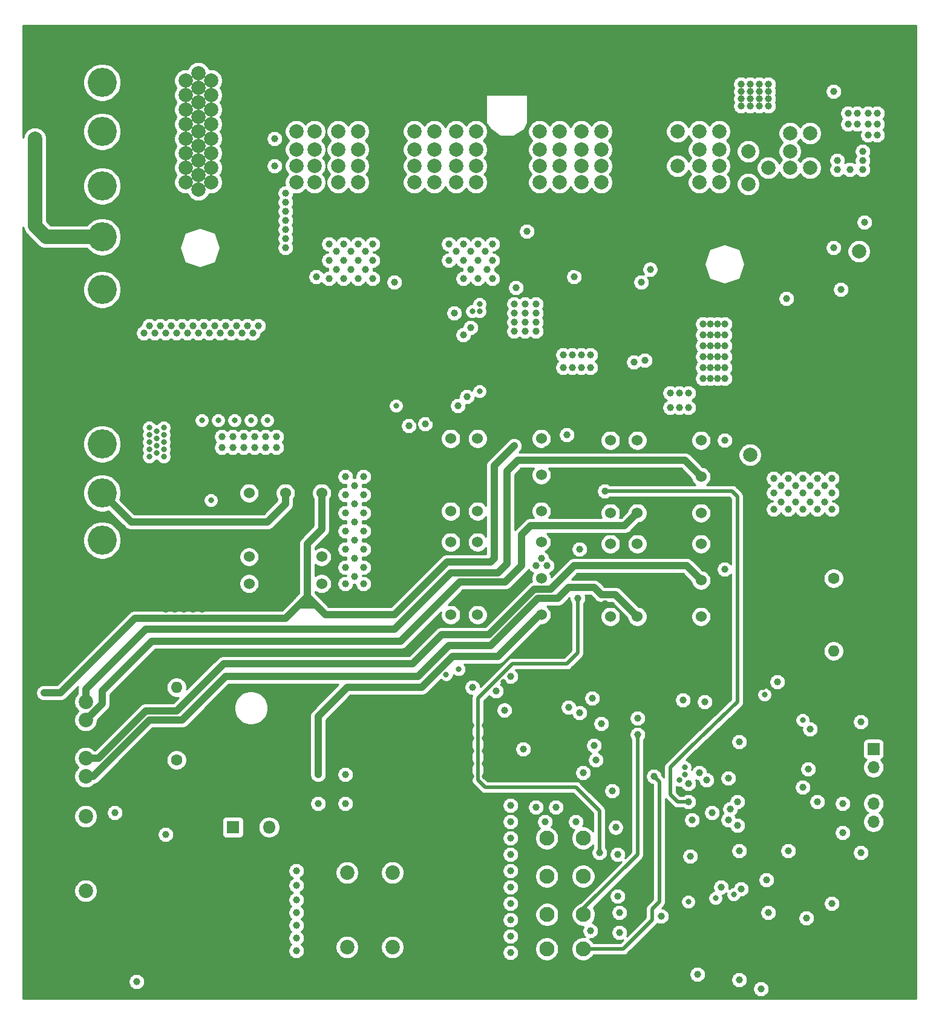
<source format=gbr>
G04 #@! TF.GenerationSoftware,KiCad,Pcbnew,(5.1.10)-1*
G04 #@! TF.CreationDate,2021-12-23T23:11:10-06:00*
G04 #@! TF.ProjectId,BTMS,42544d53-2e6b-4696-9361-645f70636258,rev?*
G04 #@! TF.SameCoordinates,Original*
G04 #@! TF.FileFunction,Copper,L2,Inr*
G04 #@! TF.FilePolarity,Positive*
%FSLAX46Y46*%
G04 Gerber Fmt 4.6, Leading zero omitted, Abs format (unit mm)*
G04 Created by KiCad (PCBNEW (5.1.10)-1) date 2021-12-23 23:11:10*
%MOMM*%
%LPD*%
G01*
G04 APERTURE LIST*
G04 #@! TA.AperFunction,ComponentPad*
%ADD10R,1.800000X1.800000*%
G04 #@! TD*
G04 #@! TA.AperFunction,ComponentPad*
%ADD11O,1.800000X1.800000*%
G04 #@! TD*
G04 #@! TA.AperFunction,ComponentPad*
%ADD12C,4.064000*%
G04 #@! TD*
G04 #@! TA.AperFunction,ComponentPad*
%ADD13O,1.700000X1.700000*%
G04 #@! TD*
G04 #@! TA.AperFunction,ComponentPad*
%ADD14R,1.700000X1.700000*%
G04 #@! TD*
G04 #@! TA.AperFunction,ComponentPad*
%ADD15C,2.020000*%
G04 #@! TD*
G04 #@! TA.AperFunction,ComponentPad*
%ADD16C,2.100000*%
G04 #@! TD*
G04 #@! TA.AperFunction,ComponentPad*
%ADD17C,1.524000*%
G04 #@! TD*
G04 #@! TA.AperFunction,ComponentPad*
%ADD18C,1.600000*%
G04 #@! TD*
G04 #@! TA.AperFunction,ComponentPad*
%ADD19O,1.600000X1.600000*%
G04 #@! TD*
G04 #@! TA.AperFunction,ComponentPad*
%ADD20C,0.600000*%
G04 #@! TD*
G04 #@! TA.AperFunction,ViaPad*
%ADD21C,1.000000*%
G04 #@! TD*
G04 #@! TA.AperFunction,ViaPad*
%ADD22C,0.800000*%
G04 #@! TD*
G04 #@! TA.AperFunction,ViaPad*
%ADD23C,2.000000*%
G04 #@! TD*
G04 #@! TA.AperFunction,Conductor*
%ADD24C,1.000000*%
G04 #@! TD*
G04 #@! TA.AperFunction,Conductor*
%ADD25C,2.000000*%
G04 #@! TD*
G04 #@! TA.AperFunction,Conductor*
%ADD26C,0.500000*%
G04 #@! TD*
G04 #@! TA.AperFunction,Conductor*
%ADD27C,0.254000*%
G04 #@! TD*
G04 #@! TA.AperFunction,Conductor*
%ADD28C,0.100000*%
G04 #@! TD*
G04 APERTURE END LIST*
D10*
X60960000Y-152146000D03*
D11*
X63500000Y-152146000D03*
X66040000Y-152146000D03*
D12*
X42672000Y-48006000D03*
X42672000Y-76962000D03*
X42672000Y-91440000D03*
X42672000Y-98552000D03*
X42672000Y-112014000D03*
X42672000Y-118364000D03*
X42672000Y-69596000D03*
X42672000Y-62484000D03*
X42672000Y-54864000D03*
X153162000Y-42926000D03*
X152654000Y-172212000D03*
D13*
X150622000Y-151384000D03*
X150622000Y-148844000D03*
X150622000Y-146304000D03*
X150622000Y-143764000D03*
D14*
X150622000Y-141224000D03*
D12*
X35306000Y-172212000D03*
X42672000Y-105410000D03*
X42672000Y-84328000D03*
X35560000Y-43180000D03*
D15*
X40386000Y-142494000D03*
X40386000Y-145034000D03*
X40386000Y-153162000D03*
X40386000Y-150622000D03*
X40386000Y-134620000D03*
X40386000Y-137160000D03*
X76962000Y-168910000D03*
X74422000Y-168910000D03*
X40386000Y-161036000D03*
X40386000Y-158496000D03*
D16*
X104902000Y-153670000D03*
X107442000Y-153670000D03*
X109982000Y-153670000D03*
X109982000Y-159004000D03*
X107442000Y-159004000D03*
X104902000Y-159004000D03*
X110029001Y-164359001D03*
X107489001Y-164359001D03*
X104949001Y-164359001D03*
X104902000Y-169164000D03*
X107442000Y-169164000D03*
X109982000Y-169164000D03*
D15*
X74422000Y-158496000D03*
X76962000Y-158496000D03*
X83312000Y-158496000D03*
X80772000Y-158496000D03*
X80772000Y-168910000D03*
X83312000Y-168910000D03*
D17*
X104140000Y-102870000D03*
X104140000Y-107950000D03*
X104140000Y-97790000D03*
X95210000Y-97790000D03*
X91460000Y-97790000D03*
X95210000Y-107950000D03*
X91460000Y-107950000D03*
X91460000Y-122428000D03*
X95210000Y-122428000D03*
X91460000Y-112268000D03*
X95210000Y-112268000D03*
X104140000Y-112268000D03*
X104140000Y-122428000D03*
X104140000Y-117348000D03*
X68326000Y-105410000D03*
X73406000Y-105410000D03*
X63246000Y-105410000D03*
X63246000Y-114340000D03*
X63246000Y-118090000D03*
X73406000Y-114340000D03*
X73406000Y-118090000D03*
X126492000Y-117602000D03*
X126492000Y-122682000D03*
X126492000Y-112522000D03*
X117562000Y-112522000D03*
X113812000Y-112522000D03*
X117562000Y-122682000D03*
X113812000Y-122682000D03*
X113812000Y-108204000D03*
X117562000Y-108204000D03*
X113812000Y-98044000D03*
X117562000Y-98044000D03*
X126492000Y-98044000D03*
X126492000Y-108204000D03*
X126492000Y-103124000D03*
D12*
X152654000Y-160782000D03*
D18*
X145034000Y-117348000D03*
D19*
X145034000Y-127508000D03*
X53086000Y-132588000D03*
D18*
X53086000Y-142748000D03*
D20*
X91926000Y-87976000D03*
X93026000Y-87976000D03*
X93026000Y-86776000D03*
X91926000Y-86776000D03*
X95526000Y-87976000D03*
X94326000Y-87976000D03*
X94326000Y-86776000D03*
X95526000Y-86776000D03*
D21*
X155702000Y-111760000D03*
X155702000Y-107442000D03*
X155702000Y-49022000D03*
X155702000Y-53086000D03*
X155702000Y-99314000D03*
X155702000Y-103378000D03*
X155702000Y-120142000D03*
X155702000Y-61468000D03*
X155702000Y-95250000D03*
X155702000Y-86614000D03*
X155702000Y-77978000D03*
X155702000Y-73914000D03*
X155702000Y-128270000D03*
X155702000Y-124206000D03*
X155702000Y-82296000D03*
X155702000Y-69850000D03*
X155702000Y-90932000D03*
X155702000Y-65786000D03*
X155702000Y-57150000D03*
X155702000Y-115824000D03*
X32258000Y-154178000D03*
X32258000Y-133604000D03*
X32258000Y-145796000D03*
X32258000Y-141732000D03*
X32258000Y-149860000D03*
X32258000Y-137668000D03*
X32258000Y-158496000D03*
X32258000Y-129286000D03*
X67056000Y-133858000D03*
X67056000Y-136906000D03*
X94234000Y-163576000D03*
X94234000Y-154940000D03*
X94234000Y-159258000D03*
X94234000Y-157226000D03*
X94234000Y-161544000D03*
X94234000Y-165608000D03*
X94234000Y-169926000D03*
X94234000Y-167894000D03*
X89916000Y-145034000D03*
X98552000Y-145034000D03*
X94234000Y-145034000D03*
X96266000Y-145034000D03*
X91948000Y-145034000D03*
X89916000Y-143256000D03*
X98552000Y-143256000D03*
X94234000Y-143256000D03*
X96266000Y-143256000D03*
X91948000Y-143256000D03*
X89916000Y-141478000D03*
X98552000Y-141478000D03*
X94234000Y-141478000D03*
X96266000Y-141478000D03*
X91948000Y-141478000D03*
X89916000Y-139700000D03*
X98552000Y-139700000D03*
X94234000Y-139700000D03*
X96266000Y-139700000D03*
X91948000Y-139700000D03*
X96266000Y-137922000D03*
X91948000Y-137922000D03*
X94234000Y-137922000D03*
X98552000Y-137922000D03*
X89916000Y-137922000D03*
X77216000Y-136652000D03*
X77216000Y-137922000D03*
X98806000Y-86360000D03*
X100076000Y-86360000D03*
X101346000Y-86360000D03*
X102616000Y-86360000D03*
X103886000Y-86360000D03*
X103886000Y-87630000D03*
X102616000Y-87630000D03*
X101346000Y-87630000D03*
X100076000Y-87630000D03*
X98806000Y-87630000D03*
X98806000Y-88900000D03*
X100076000Y-88900000D03*
X101346000Y-88900000D03*
X102616000Y-88900000D03*
X103886000Y-88900000D03*
X109220000Y-71374000D03*
X109220000Y-72644000D03*
X109220000Y-73914000D03*
X110744000Y-75184000D03*
X112268000Y-75184000D03*
X110744000Y-73914000D03*
X110744000Y-72644000D03*
X110744000Y-71374000D03*
X112268000Y-71374000D03*
X112268000Y-72644000D03*
X112268000Y-73914000D03*
X60706000Y-54610000D03*
X60706000Y-55880000D03*
X60706000Y-57150000D03*
X60706000Y-58420000D03*
X60706000Y-59690000D03*
X60706000Y-60960000D03*
X60706000Y-62230000D03*
X60706000Y-63500000D03*
X60706000Y-64770000D03*
X60706000Y-66040000D03*
X60706000Y-67310000D03*
X60706000Y-68580000D03*
X60706000Y-69850000D03*
X60706000Y-71120000D03*
X86868000Y-102108000D03*
X48006000Y-89408000D03*
X48768000Y-90424000D03*
X49530000Y-89408000D03*
X50292000Y-90424000D03*
X51054000Y-89408000D03*
X51816000Y-90424000D03*
X52578000Y-89408000D03*
X53340000Y-90424000D03*
X55626000Y-89408000D03*
X56388000Y-90424000D03*
X57150000Y-89408000D03*
X57912000Y-90424000D03*
X58674000Y-89408000D03*
X59436000Y-90424000D03*
X60198000Y-89408000D03*
X60960000Y-90424000D03*
X61722000Y-89408000D03*
X62484000Y-90424000D03*
X63246000Y-89408000D03*
X64008000Y-90424000D03*
X64770000Y-89408000D03*
X65532000Y-90424000D03*
X54102000Y-89408000D03*
X54864000Y-90424000D03*
X61722000Y-49022000D03*
X122428000Y-45720000D03*
X122428000Y-48768000D03*
X117094000Y-48768000D03*
X111506000Y-48768000D03*
X105410000Y-48768000D03*
X98552000Y-48768000D03*
X91694000Y-48768000D03*
X85852000Y-48768000D03*
X80264000Y-48768000D03*
X74930000Y-48768000D03*
X68580000Y-48768000D03*
X68580000Y-45720000D03*
X74930000Y-45720000D03*
X91694000Y-45720000D03*
X98552000Y-45720000D03*
X105410000Y-45720000D03*
X111506000Y-45720000D03*
X117094000Y-45720000D03*
X64516000Y-46228000D03*
X88900000Y-94996000D03*
X113030000Y-95758000D03*
X113284000Y-117602000D03*
X134366000Y-107696000D03*
X52832000Y-121666000D03*
X134874000Y-77978000D03*
X141986000Y-79756000D03*
X142240000Y-66040000D03*
X142240000Y-67310000D03*
X142240000Y-68580000D03*
X142240000Y-69850000D03*
X117094000Y-50546000D03*
X122428000Y-50546000D03*
X143764000Y-46228000D03*
X139700000Y-50038000D03*
X139700000Y-47244000D03*
X95504000Y-93980000D03*
X57658000Y-116840000D03*
X137922000Y-66040000D03*
X137922000Y-67310000D03*
X137922000Y-68580000D03*
X137922000Y-69850000D03*
X138176000Y-73406000D03*
X131826000Y-65786000D03*
X70612000Y-138938000D03*
X114046000Y-149098000D03*
X129032000Y-134620000D03*
X140716000Y-148590000D03*
X127254000Y-160528000D03*
D22*
X119126000Y-140716000D03*
X119634000Y-135382000D03*
X125222000Y-136398000D03*
X113284000Y-140970000D03*
X106934000Y-140462000D03*
D21*
X81026000Y-134112000D03*
X85090000Y-134112000D03*
X78740000Y-136652000D03*
X49022000Y-153416000D03*
X48006000Y-155194000D03*
X63500000Y-155448000D03*
X63500000Y-157480000D03*
X63500000Y-159512000D03*
X63500000Y-161544000D03*
X63500000Y-163576000D03*
X63500000Y-165608000D03*
X94234000Y-171958000D03*
X63500000Y-167386000D03*
X63500000Y-169164000D03*
X144018000Y-167132000D03*
X140208000Y-167132000D03*
X136144000Y-167132000D03*
X132080000Y-167132000D03*
X128270000Y-167132000D03*
X124206000Y-167132000D03*
X119888000Y-167132000D03*
D22*
X105410000Y-104648000D03*
X103632000Y-104648000D03*
D21*
X128778000Y-106680000D03*
X144272000Y-113538000D03*
X144018000Y-119380000D03*
X114554000Y-117348000D03*
X95504000Y-119380000D03*
X44704000Y-134366000D03*
X113030000Y-120904000D03*
X73914000Y-120396000D03*
X68326000Y-120142000D03*
X136652000Y-157988000D03*
D22*
X88900000Y-79756000D03*
X104648000Y-91948000D03*
X101854000Y-97028000D03*
X94742000Y-102870000D03*
D21*
X35052000Y-53340000D03*
X36576000Y-52324000D03*
X32258000Y-53340000D03*
X33782000Y-52324000D03*
X50546000Y-40640000D03*
X54864000Y-40640000D03*
X59182000Y-40640000D03*
X63246000Y-40640000D03*
X67310000Y-40640000D03*
X71374000Y-40640000D03*
X75438000Y-40640000D03*
X79756000Y-40640000D03*
X83820000Y-40640000D03*
X88138000Y-40640000D03*
X92202000Y-40640000D03*
X96266000Y-40640000D03*
X100330000Y-40640000D03*
X104648000Y-40640000D03*
X113284000Y-40640000D03*
X117602000Y-40640000D03*
X121666000Y-40640000D03*
X125730000Y-40640000D03*
X129794000Y-40640000D03*
X134112000Y-40640000D03*
X138430000Y-40640000D03*
X142494000Y-40640000D03*
X146558000Y-40640000D03*
X48260000Y-170688000D03*
D22*
X44704000Y-171704000D03*
X41656000Y-171958000D03*
X51816000Y-158242000D03*
X88392000Y-134112000D03*
D21*
X59944000Y-136906000D03*
X59944000Y-133858000D03*
X48260000Y-131826000D03*
X113538000Y-88138000D03*
X104902000Y-99314000D03*
D22*
X143002000Y-131826000D03*
X101854000Y-174244000D03*
X108966000Y-174244000D03*
X113284000Y-174244000D03*
X116840000Y-174244000D03*
X123190000Y-174244000D03*
X128778000Y-174244000D03*
X105156000Y-174244000D03*
D21*
X45212000Y-40640000D03*
X40386000Y-40640000D03*
X116586000Y-159258000D03*
X61722000Y-76454000D03*
X60452000Y-76454000D03*
X59182000Y-76454000D03*
X57912000Y-76454000D03*
X56642000Y-76454000D03*
X55372000Y-76454000D03*
X51562000Y-75946000D03*
X50292000Y-75184000D03*
X48768000Y-75184000D03*
D22*
X150622000Y-128016000D03*
X150622000Y-124206000D03*
X150622000Y-120142000D03*
X150622000Y-115824000D03*
X150622000Y-111760000D03*
X150622000Y-107442000D03*
X150622000Y-103378000D03*
X150622000Y-99314000D03*
X150622000Y-95250000D03*
X150622000Y-90932000D03*
X150622000Y-86614000D03*
X150622000Y-82296000D03*
X150622000Y-77978000D03*
X150622000Y-73914000D03*
D21*
X96520000Y-120142000D03*
X135890000Y-150622000D03*
X116840000Y-161544000D03*
X106426000Y-144526000D03*
X148844000Y-150114000D03*
X146812000Y-155448000D03*
X137922000Y-138684000D03*
X117602000Y-134620000D03*
X64770000Y-51562000D03*
X122174000Y-154432000D03*
X119126000Y-155956000D03*
X122428000Y-159004000D03*
X44704000Y-120904000D03*
X42672000Y-121666000D03*
X40386000Y-120904000D03*
X86106000Y-87884000D03*
D22*
X86614000Y-95250000D03*
X89916000Y-91694000D03*
X106172000Y-122682000D03*
D21*
X106426000Y-112268000D03*
D22*
X101600000Y-117348000D03*
X124714000Y-103886000D03*
X128778000Y-92964000D03*
D21*
X133858000Y-93726000D03*
X114046000Y-134620000D03*
X120396000Y-97028000D03*
X102108000Y-136906000D03*
X105156000Y-135382000D03*
X100838000Y-108966000D03*
X88138000Y-103124000D03*
X86868000Y-104140000D03*
X88138000Y-105156000D03*
X86868000Y-106172000D03*
X88138000Y-107188000D03*
X86868000Y-108204000D03*
X88138000Y-109220000D03*
X86868000Y-110490000D03*
X88138000Y-111760000D03*
X86868000Y-113030000D03*
X88138000Y-114300000D03*
X86868000Y-115570000D03*
X80264000Y-120396000D03*
X81534000Y-120396000D03*
X82804000Y-120396000D03*
X78994000Y-120396000D03*
X89408000Y-104140000D03*
X89408000Y-106172000D03*
X89408000Y-108204000D03*
X89408000Y-110490000D03*
X89408000Y-113030000D03*
X77724000Y-120396000D03*
X76454000Y-120396000D03*
X75184000Y-120396000D03*
X51562000Y-121666000D03*
X54102000Y-121666000D03*
X55372000Y-121666000D03*
X56642000Y-121666000D03*
X129286000Y-144272000D03*
D22*
X98806000Y-131826000D03*
X138938000Y-144526000D03*
X135128000Y-132588000D03*
X93472000Y-131318000D03*
D21*
X38608000Y-71628000D03*
X37846000Y-72644000D03*
X36830000Y-71628000D03*
X36068000Y-72644000D03*
X36068000Y-67564000D03*
X36830000Y-66548000D03*
X37846000Y-67564000D03*
X38608000Y-66548000D03*
D22*
X100076000Y-92456000D03*
X104648000Y-93218000D03*
X114300000Y-103632000D03*
X114300000Y-102616000D03*
X124460000Y-98298000D03*
D21*
X89154000Y-83820000D03*
X45212000Y-147828000D03*
X45212000Y-151892000D03*
X48514000Y-147828000D03*
X155956000Y-156718000D03*
X155956000Y-164846000D03*
D22*
X103124000Y-165100000D03*
D21*
X144272000Y-64262000D03*
X152654000Y-51562000D03*
X152654000Y-54610000D03*
X151130000Y-49276000D03*
X148336000Y-45720000D03*
X149606000Y-42672000D03*
X154178000Y-46736000D03*
X152654000Y-64770000D03*
D22*
X61722000Y-120142000D03*
X62992000Y-120142000D03*
X54102000Y-118364000D03*
X96774000Y-130810000D03*
D21*
X108966000Y-40640000D03*
X85852000Y-45720000D03*
X80264000Y-45720000D03*
X60960000Y-104140000D03*
X59690000Y-104140000D03*
X58420000Y-104140000D03*
X65278000Y-104140000D03*
X66548000Y-104140000D03*
X68072000Y-111252000D03*
X69342000Y-111252000D03*
X70612000Y-111252000D03*
X70358000Y-104140000D03*
X51054000Y-113792000D03*
X52324000Y-111252000D03*
X55880000Y-112522000D03*
X57150000Y-104140000D03*
D22*
X47244000Y-121412000D03*
X49276000Y-121412000D03*
D21*
X82804000Y-141986000D03*
X57150000Y-112522000D03*
X64516000Y-111252000D03*
X133858000Y-94996000D03*
X133858000Y-96266000D03*
X123444000Y-95758000D03*
X74676000Y-87630000D03*
X76200000Y-87630000D03*
X77724000Y-87630000D03*
X85090000Y-82550000D03*
X85090000Y-78994000D03*
D22*
X84328000Y-150876000D03*
D21*
X96774000Y-80772000D03*
X77851000Y-90225880D03*
X76250800Y-90225880D03*
X74726800Y-90225880D03*
X81544160Y-87746840D03*
X144780000Y-103378000D03*
X143764000Y-104394000D03*
X142748000Y-103378000D03*
X141732000Y-104394000D03*
X140716000Y-103378000D03*
X139700000Y-104394000D03*
X138684000Y-103378000D03*
X137668000Y-104394000D03*
X136652000Y-103378000D03*
X144780000Y-105410000D03*
X142748000Y-105410000D03*
X140716000Y-105410000D03*
X138684000Y-105410000D03*
X136652000Y-105410000D03*
X137668000Y-106680000D03*
X139700000Y-106680000D03*
X141732000Y-106680000D03*
X143764000Y-106680000D03*
X144780000Y-107696000D03*
X142748000Y-107696000D03*
X140716000Y-107696000D03*
X138684000Y-107696000D03*
X136652000Y-107696000D03*
X76708000Y-144780000D03*
X72898000Y-144780000D03*
X72898000Y-148844000D03*
X76708000Y-148844000D03*
X146050000Y-76962000D03*
X138430000Y-78232000D03*
X69850000Y-158242000D03*
X69850000Y-160274000D03*
X69850000Y-162306000D03*
X69850000Y-164084000D03*
X69850000Y-165862000D03*
X69850000Y-167640000D03*
X69850000Y-169418000D03*
X100330000Y-98806000D03*
X34544000Y-133350000D03*
X124714000Y-93472000D03*
X122174000Y-91440000D03*
X123444000Y-91440000D03*
X124714000Y-91440000D03*
X123444000Y-93472000D03*
X122174000Y-93472000D03*
X123952000Y-134366000D03*
X126238000Y-144526000D03*
X125984000Y-172720000D03*
X128016000Y-150114000D03*
X98978720Y-135778240D03*
X117602000Y-136906000D03*
X118618000Y-86868000D03*
X119368000Y-74156000D03*
X106172000Y-149352000D03*
X125222000Y-151130000D03*
X112522000Y-137668000D03*
D23*
X148590000Y-71628000D03*
D21*
X148844000Y-137414000D03*
X131826000Y-140208000D03*
X144780000Y-162814000D03*
X141478000Y-144018000D03*
X130302000Y-145288000D03*
X141732000Y-138430000D03*
X135890000Y-164084000D03*
D22*
X63500000Y-95250000D03*
X58928000Y-95250000D03*
X61214000Y-95250000D03*
X51308000Y-96266000D03*
X51308000Y-97282000D03*
X51308000Y-98298000D03*
X51308000Y-99314000D03*
X51308000Y-100330000D03*
X50292000Y-99822000D03*
X50292000Y-98806000D03*
X50292000Y-97790000D03*
X50292000Y-96774000D03*
X49276000Y-96266000D03*
X49276000Y-97282000D03*
X49276000Y-98298000D03*
X49276000Y-99314000D03*
X49276000Y-100330000D03*
X65786000Y-95250000D03*
X56642000Y-95250000D03*
D21*
X44450000Y-150114000D03*
X51562000Y-153162000D03*
D23*
X33274000Y-55880000D03*
D21*
X115062000Y-166878000D03*
X115062000Y-164084000D03*
X145034000Y-49276000D03*
X114046000Y-147066000D03*
X127000000Y-134620000D03*
X140716000Y-146558000D03*
X129286000Y-160528000D03*
X109474000Y-136144000D03*
X107950000Y-135382000D03*
X111506000Y-140716000D03*
X120904000Y-164592000D03*
X47498000Y-173736000D03*
X135636000Y-159512000D03*
X127254000Y-145542000D03*
X146304000Y-148844000D03*
X146304000Y-152908000D03*
D22*
X124206000Y-143764000D03*
X131064000Y-161544000D03*
X124206000Y-144780000D03*
X128524000Y-162052000D03*
X123444000Y-145542000D03*
X124714000Y-162560000D03*
D21*
X114542000Y-152158000D03*
X131572000Y-151892000D03*
X130556000Y-149606000D03*
X104648000Y-151384000D03*
X117602000Y-139192000D03*
X119888000Y-145034000D03*
X111760000Y-142748000D03*
X148844000Y-155702000D03*
X91948000Y-80264000D03*
X94234000Y-82296000D03*
X100330000Y-78994000D03*
X100330000Y-80264000D03*
X100330000Y-81534000D03*
X100330000Y-82804000D03*
X101854000Y-82804000D03*
X103378000Y-82804000D03*
X101854000Y-81534000D03*
X101854000Y-80264000D03*
X101854000Y-78994000D03*
X103378000Y-78994000D03*
X103378000Y-80264000D03*
X103378000Y-81534000D03*
D23*
X103886000Y-61976000D03*
X106680000Y-61976000D03*
X109728000Y-61976000D03*
X112522000Y-61976000D03*
X112522000Y-59690000D03*
X109728000Y-59690000D03*
X106680000Y-59690000D03*
X103886000Y-59690000D03*
X103886000Y-57404000D03*
X106680000Y-57404000D03*
X109728000Y-57404000D03*
X112522000Y-57404000D03*
X112522000Y-54864000D03*
X109728000Y-54864000D03*
X106680000Y-54864000D03*
X103886000Y-54864000D03*
D21*
X91186000Y-70612000D03*
X92202000Y-71628000D03*
X93218000Y-70612000D03*
X94234000Y-71628000D03*
X95250000Y-70612000D03*
X96266000Y-71628000D03*
X95250000Y-72898000D03*
X93218000Y-72898000D03*
X91186000Y-72898000D03*
X94234000Y-74168000D03*
X96520000Y-74168000D03*
X97282000Y-72898000D03*
X97282000Y-70612000D03*
X93218000Y-75438000D03*
X95250000Y-75438000D03*
X97282000Y-75438000D03*
X80518000Y-70612000D03*
X79502000Y-71628000D03*
X78486000Y-70612000D03*
X77470000Y-71628000D03*
X76454000Y-70612000D03*
X75438000Y-71628000D03*
X74422000Y-70612000D03*
X74422000Y-72898000D03*
X76454000Y-72898000D03*
X78486000Y-72898000D03*
X80518000Y-72898000D03*
X79502000Y-74168000D03*
X77470000Y-74168000D03*
X75438000Y-74168000D03*
X74422000Y-75438000D03*
X76454000Y-75438000D03*
X78486000Y-75438000D03*
X80518000Y-75438000D03*
D22*
X95504000Y-78994000D03*
X95504000Y-80010000D03*
X94488000Y-80010000D03*
D23*
X75692000Y-61976000D03*
X75692000Y-59690000D03*
X75692000Y-57404000D03*
X69850000Y-57404000D03*
X69850000Y-59690000D03*
X72390000Y-61976000D03*
X72390000Y-59690000D03*
X72390000Y-57404000D03*
X72390000Y-54864000D03*
X75692000Y-54864000D03*
X78486000Y-57404000D03*
X78486000Y-59690000D03*
X78486000Y-61976000D03*
X69850000Y-61976000D03*
X69850000Y-54864000D03*
X78486000Y-54864000D03*
X92202000Y-59690000D03*
X89154000Y-59690000D03*
X86360000Y-59690000D03*
X86360000Y-57404000D03*
X89154000Y-57404000D03*
X92202000Y-57404000D03*
X94996000Y-57404000D03*
X94996000Y-59690000D03*
X94996000Y-61976000D03*
X92202000Y-61976000D03*
X89154000Y-61976000D03*
X86360000Y-61976000D03*
X89154000Y-54864000D03*
X92202000Y-54864000D03*
X94996000Y-54864000D03*
X86360000Y-54864000D03*
D21*
X64516000Y-82042000D03*
X63754000Y-83058000D03*
X62992000Y-82042000D03*
X62230000Y-83058000D03*
X61468000Y-82042000D03*
X60706000Y-83058000D03*
X59944000Y-82042000D03*
X59182000Y-83058000D03*
X58420000Y-82042000D03*
X57658000Y-83058000D03*
X56896000Y-82042000D03*
X56134000Y-83058000D03*
X55372000Y-82042000D03*
X54610000Y-83058000D03*
X53848000Y-82042000D03*
X53086000Y-83058000D03*
X52324000Y-82042000D03*
X51562000Y-83058000D03*
X50800000Y-82042000D03*
X50038000Y-83058000D03*
X49276000Y-82042000D03*
X48514000Y-83058000D03*
X67056000Y-97536000D03*
X67056000Y-99060000D03*
X65532000Y-99060000D03*
X65532000Y-97536000D03*
X64008000Y-97536000D03*
X64008000Y-99060000D03*
X62484000Y-99060000D03*
X62484000Y-97536000D03*
X60960000Y-97536000D03*
X60960000Y-99060000D03*
X59436000Y-97536000D03*
X59436000Y-99060000D03*
X68326000Y-71120000D03*
X68326000Y-69850000D03*
X68326000Y-68580000D03*
X68326000Y-67310000D03*
X68326000Y-66040000D03*
X68326000Y-64770000D03*
X68326000Y-63500000D03*
X66802000Y-55880000D03*
X94488000Y-132588000D03*
X66802000Y-59690000D03*
X79248000Y-118110000D03*
X77978000Y-117094000D03*
X76708000Y-118110000D03*
X76708000Y-115824000D03*
X79248000Y-115824000D03*
X77978000Y-114554000D03*
X79248000Y-113284000D03*
X76708000Y-113284000D03*
X77978000Y-112014000D03*
X76708000Y-110744000D03*
X79248000Y-110744000D03*
X77978000Y-109474000D03*
X76708000Y-108204000D03*
X79248000Y-108204000D03*
X77978000Y-106934000D03*
X76708000Y-105664000D03*
X79248000Y-105664000D03*
X77978000Y-104394000D03*
X76708000Y-103124000D03*
X79248000Y-103124000D03*
D23*
X126238000Y-61976000D03*
X129032000Y-61976000D03*
X129032000Y-59690000D03*
X126238000Y-59690000D03*
X123190000Y-59690000D03*
X126238000Y-57404000D03*
X129032000Y-57404000D03*
X129032000Y-54864000D03*
X126238000Y-54864000D03*
X123190000Y-54864000D03*
D21*
X129794000Y-81788000D03*
X128778000Y-81788000D03*
X127762000Y-81788000D03*
X126746000Y-81788000D03*
X126746000Y-83312000D03*
X127762000Y-83312000D03*
X128778000Y-83312000D03*
X129794000Y-83312000D03*
X129794000Y-84836000D03*
X128778000Y-84836000D03*
X127762000Y-84836000D03*
X126746000Y-84836000D03*
X126746000Y-86360000D03*
X127762000Y-86360000D03*
X128778000Y-86360000D03*
X129794000Y-86360000D03*
X129794000Y-87884000D03*
X128778000Y-87884000D03*
X127762000Y-87884000D03*
X126746000Y-87884000D03*
X126746000Y-89408000D03*
X127762000Y-89408000D03*
X128778000Y-89408000D03*
X129794000Y-89408000D03*
X141224000Y-164846000D03*
X137160000Y-131826000D03*
D22*
X140716000Y-137160000D03*
X90825320Y-130779520D03*
D21*
X101600000Y-141224000D03*
X99822000Y-149098000D03*
X99822000Y-151384000D03*
X99822000Y-153670000D03*
X99822000Y-155956000D03*
X99822000Y-158242000D03*
X99822000Y-160528000D03*
X99822000Y-162814000D03*
X99822000Y-165100000D03*
X99822000Y-167386000D03*
X99822000Y-169672000D03*
X110998000Y-166624000D03*
X131572000Y-148590000D03*
X109982000Y-144526000D03*
X103378000Y-149352000D03*
X130302000Y-151130000D03*
X133350000Y-51308000D03*
X133350000Y-50292000D03*
X133350000Y-49276000D03*
X133350000Y-48260000D03*
X134620000Y-48260000D03*
X134620000Y-49276000D03*
X134620000Y-50292000D03*
X134620000Y-51308000D03*
X135890000Y-51308000D03*
X135890000Y-50292000D03*
X135890000Y-49276000D03*
X135890000Y-48260000D03*
D23*
X56134000Y-50800000D03*
X56134000Y-52832000D03*
X56134000Y-58928000D03*
X56134000Y-60960000D03*
X54356000Y-61976000D03*
X54356000Y-59944000D03*
X54356000Y-57912000D03*
X54356000Y-53848000D03*
X54356000Y-51816000D03*
X54356000Y-49784000D03*
X54356000Y-47752000D03*
X54356000Y-55880000D03*
X56134000Y-56896000D03*
X56134000Y-54864000D03*
X56134000Y-48768000D03*
X57912000Y-47752000D03*
X57912000Y-49784000D03*
X57912000Y-51816000D03*
X57912000Y-53848000D03*
X57912000Y-55880000D03*
X57912000Y-57912000D03*
X57912000Y-59944000D03*
X57912000Y-61976000D03*
X56134000Y-62992000D03*
X56134000Y-46736000D03*
D21*
X132080000Y-51308000D03*
X132080000Y-50292000D03*
X132080000Y-49276000D03*
X132080000Y-48260000D03*
X103378000Y-115570000D03*
X104902000Y-115570000D03*
X104140000Y-114554000D03*
X107188000Y-87884000D03*
X108458000Y-87884000D03*
X109728000Y-87884000D03*
X110998000Y-87884000D03*
X110998000Y-86106000D03*
X109728000Y-86106000D03*
X108458000Y-86106000D03*
X107188000Y-86106000D03*
X113030000Y-105156000D03*
X124714000Y-148590000D03*
X109220000Y-120142000D03*
X112268000Y-155702000D03*
X131826000Y-155448000D03*
X138684000Y-155448000D03*
X114808000Y-161798000D03*
X114808000Y-155956000D03*
X111252000Y-134112000D03*
X124714000Y-146050000D03*
X142748000Y-148590000D03*
X124968000Y-156210000D03*
X102108000Y-68834000D03*
X100584000Y-76708000D03*
X145034000Y-71120000D03*
D22*
X135382000Y-133604000D03*
D21*
X72644000Y-75184000D03*
X83566000Y-75946000D03*
X93218000Y-83312000D03*
X108712000Y-75184000D03*
D22*
X95504000Y-91186000D03*
D21*
X117094000Y-87122000D03*
X118110000Y-75946000D03*
X131826000Y-173482000D03*
X132080000Y-160782000D03*
X108966000Y-151384000D03*
X134874000Y-174752000D03*
X151130000Y-55372000D03*
X151130000Y-53848000D03*
X151130000Y-52324000D03*
X147066000Y-53848000D03*
X147066000Y-52324000D03*
X149860000Y-55372000D03*
X149860000Y-53848000D03*
X148336000Y-53848000D03*
X149860000Y-52324000D03*
X148336000Y-52324000D03*
D23*
X133350000Y-100076000D03*
D21*
X149352000Y-67564000D03*
D23*
X133096000Y-62230000D03*
X141732000Y-59944000D03*
X138938000Y-59944000D03*
X135890000Y-59944000D03*
X133096000Y-57658000D03*
X138938000Y-57658000D03*
X141732000Y-55118000D03*
X138938000Y-55118000D03*
D21*
X149098000Y-57658000D03*
X149098000Y-58928000D03*
X149098000Y-60198000D03*
X147320000Y-60198000D03*
X145542000Y-60198000D03*
X145542000Y-58928000D03*
D22*
X92552520Y-130048000D03*
X83820000Y-93218000D03*
D21*
X97790000Y-133096000D03*
X85598000Y-96012000D03*
X93726000Y-91948000D03*
X99822000Y-131064000D03*
X87884000Y-95758000D03*
X92456000Y-93218000D03*
X107696000Y-97282000D03*
X109474000Y-113284000D03*
D22*
X57912000Y-106426000D03*
D21*
X129794000Y-116078000D03*
X129794000Y-98044000D03*
D24*
X73406000Y-105410000D02*
X73406000Y-110490000D01*
X73406000Y-110490000D02*
X71374000Y-112522000D01*
X71374000Y-112522000D02*
X71374000Y-119888000D01*
X73914000Y-122428000D02*
X83566000Y-122428000D01*
X83566000Y-122428000D02*
X90932000Y-115062000D01*
X90932000Y-115062000D02*
X97028000Y-115062000D01*
X97028000Y-115062000D02*
X97536000Y-114554000D01*
X97536000Y-101600000D02*
X100330000Y-98806000D01*
X97536000Y-114554000D02*
X97536000Y-101600000D01*
X34544000Y-133350000D02*
X36830000Y-133350000D01*
X36830000Y-133350000D02*
X47244000Y-122936000D01*
X47244000Y-122936000D02*
X68326000Y-122936000D01*
X104140000Y-122428000D02*
X103886000Y-122428000D01*
X103886000Y-122428000D02*
X98044000Y-128270000D01*
X98044000Y-128270000D02*
X91694000Y-128270000D01*
X91694000Y-128270000D02*
X87376000Y-132588000D01*
X87376000Y-132588000D02*
X76962000Y-132588000D01*
X72898000Y-136652000D02*
X72898000Y-144780000D01*
X76962000Y-132588000D02*
X72898000Y-136652000D01*
X70408800Y-121091960D02*
X70289420Y-120972580D01*
X72577960Y-121091960D02*
X70408800Y-121091960D01*
X70289420Y-120972580D02*
X71374000Y-119888000D01*
X68326000Y-122936000D02*
X70289420Y-120972580D01*
X71374000Y-119888000D02*
X72577960Y-121091960D01*
X72577960Y-121091960D02*
X73914000Y-122428000D01*
D25*
X42672000Y-69596000D02*
X34798000Y-69596000D01*
X34798000Y-69596000D02*
X33274000Y-68072000D01*
X33274000Y-68072000D02*
X33274000Y-55880000D01*
D26*
X110029001Y-164359001D02*
X110029001Y-163528999D01*
X117602000Y-155956000D02*
X117602000Y-155702000D01*
X110029001Y-163528999D02*
X117602000Y-155956000D01*
X117602000Y-155702000D02*
X117602000Y-139192000D01*
X109982000Y-169164000D02*
X115570000Y-169164000D01*
X120650000Y-145796000D02*
X119888000Y-145034000D01*
X115570000Y-169164000D02*
X119634000Y-165100000D01*
X119634000Y-165100000D02*
X119634000Y-163576000D01*
X120650000Y-162560000D02*
X120650000Y-145796000D01*
X119634000Y-163576000D02*
X120650000Y-162560000D01*
D24*
X68326000Y-106934000D02*
X65786000Y-109474000D01*
X68326000Y-105410000D02*
X68326000Y-106934000D01*
X46736000Y-109474000D02*
X46482000Y-109220000D01*
X65786000Y-109474000D02*
X46736000Y-109474000D01*
X46482000Y-109220000D02*
X42672000Y-105410000D01*
X92710000Y-117856000D02*
X99060000Y-117856000D01*
X99060000Y-117856000D02*
X101346000Y-115570000D01*
X101346000Y-115570000D02*
X101346000Y-111252000D01*
X101346000Y-111252000D02*
X102616000Y-109982000D01*
X115784000Y-109982000D02*
X117562000Y-108204000D01*
X102616000Y-109982000D02*
X115784000Y-109982000D01*
X84455000Y-126111000D02*
X49657000Y-126111000D01*
X84455000Y-126111000D02*
X92710000Y-117856000D01*
X49657000Y-126111000D02*
X42672000Y-133096000D01*
X42672000Y-134874000D02*
X40386000Y-137160000D01*
X42672000Y-133096000D02*
X42672000Y-134874000D01*
X40386000Y-134620000D02*
X40386000Y-132842000D01*
X40386000Y-132842000D02*
X48768000Y-124460000D01*
X48768000Y-124460000D02*
X83566000Y-124460000D01*
X83566000Y-124460000D02*
X91440000Y-116586000D01*
X91440000Y-116586000D02*
X98044000Y-116586000D01*
X98044000Y-116586000D02*
X99314000Y-115316000D01*
X99314000Y-115316000D02*
X99314000Y-102362000D01*
X99314000Y-102362000D02*
X100838000Y-100838000D01*
X124206000Y-100838000D02*
X126492000Y-103124000D01*
X100838000Y-100838000D02*
X124206000Y-100838000D01*
X124460000Y-115570000D02*
X126492000Y-117602000D01*
X59690000Y-129286000D02*
X86106000Y-129286000D01*
X53086000Y-135890000D02*
X59690000Y-129286000D01*
X48768000Y-135890000D02*
X53086000Y-135890000D01*
X42164000Y-142494000D02*
X48768000Y-135890000D01*
X103124000Y-118872000D02*
X105410000Y-118872000D01*
X40386000Y-142494000D02*
X42164000Y-142494000D01*
X86106000Y-129286000D02*
X90170000Y-125222000D01*
X90170000Y-125222000D02*
X96774000Y-125222000D01*
X96774000Y-125222000D02*
X103124000Y-118872000D01*
X105410000Y-118872000D02*
X108712000Y-115570000D01*
X108712000Y-115570000D02*
X124460000Y-115570000D01*
X114514000Y-119634000D02*
X117562000Y-122682000D01*
X112522000Y-119634000D02*
X114514000Y-119634000D01*
X111506000Y-118618000D02*
X112522000Y-119634000D01*
X59944000Y-131064000D02*
X86868000Y-131064000D01*
X53848000Y-137160000D02*
X59944000Y-131064000D01*
X49276000Y-137160000D02*
X53848000Y-137160000D01*
X40386000Y-145034000D02*
X41402000Y-145034000D01*
X41402000Y-145034000D02*
X49276000Y-137160000D01*
X86868000Y-131064000D02*
X91186000Y-126746000D01*
X91186000Y-126746000D02*
X97028000Y-126746000D01*
X97028000Y-126746000D02*
X103632000Y-120142000D01*
X103632000Y-120142000D02*
X106426000Y-120142000D01*
X106426000Y-120142000D02*
X107950000Y-118618000D01*
X107950000Y-118618000D02*
X111506000Y-118618000D01*
D26*
X113030000Y-105156000D02*
X130810000Y-105156000D01*
X130810000Y-105156000D02*
X131572000Y-105918000D01*
X131572000Y-105918000D02*
X131572000Y-134620000D01*
X124714000Y-148590000D02*
X123190000Y-148590000D01*
X123190000Y-148590000D02*
X122174000Y-147574000D01*
X122174000Y-147574000D02*
X122174000Y-143764000D01*
X122174000Y-143764000D02*
X124968000Y-140970000D01*
X131572000Y-134620000D02*
X124968000Y-140970000D01*
X109220000Y-120142000D02*
X109220000Y-127762000D01*
X112268000Y-149860000D02*
X112268000Y-155702000D01*
X108966000Y-146558000D02*
X96266000Y-146558000D01*
X108966000Y-146558000D02*
X112268000Y-149860000D01*
X96266000Y-146558000D02*
X95250000Y-145542000D01*
X95250000Y-145542000D02*
X95250000Y-134112000D01*
X100076000Y-129286000D02*
X107696000Y-129286000D01*
X95250000Y-134112000D02*
X100076000Y-129286000D01*
X109220000Y-127762000D02*
X107696000Y-129286000D01*
D27*
X156566001Y-176124000D02*
X31648000Y-176124000D01*
X31648000Y-173624212D01*
X46363000Y-173624212D01*
X46363000Y-173847788D01*
X46406617Y-174067067D01*
X46492176Y-174273624D01*
X46616388Y-174459520D01*
X46774480Y-174617612D01*
X46960376Y-174741824D01*
X47166933Y-174827383D01*
X47386212Y-174871000D01*
X47609788Y-174871000D01*
X47829067Y-174827383D01*
X48035624Y-174741824D01*
X48187696Y-174640212D01*
X133739000Y-174640212D01*
X133739000Y-174863788D01*
X133782617Y-175083067D01*
X133868176Y-175289624D01*
X133992388Y-175475520D01*
X134150480Y-175633612D01*
X134336376Y-175757824D01*
X134542933Y-175843383D01*
X134762212Y-175887000D01*
X134985788Y-175887000D01*
X135205067Y-175843383D01*
X135411624Y-175757824D01*
X135597520Y-175633612D01*
X135755612Y-175475520D01*
X135879824Y-175289624D01*
X135965383Y-175083067D01*
X136009000Y-174863788D01*
X136009000Y-174640212D01*
X135965383Y-174420933D01*
X135879824Y-174214376D01*
X135755612Y-174028480D01*
X135597520Y-173870388D01*
X135411624Y-173746176D01*
X135205067Y-173660617D01*
X134985788Y-173617000D01*
X134762212Y-173617000D01*
X134542933Y-173660617D01*
X134336376Y-173746176D01*
X134150480Y-173870388D01*
X133992388Y-174028480D01*
X133868176Y-174214376D01*
X133782617Y-174420933D01*
X133739000Y-174640212D01*
X48187696Y-174640212D01*
X48221520Y-174617612D01*
X48379612Y-174459520D01*
X48503824Y-174273624D01*
X48589383Y-174067067D01*
X48633000Y-173847788D01*
X48633000Y-173624212D01*
X48589383Y-173404933D01*
X48503824Y-173198376D01*
X48379612Y-173012480D01*
X48221520Y-172854388D01*
X48035624Y-172730176D01*
X47829067Y-172644617D01*
X47646046Y-172608212D01*
X124849000Y-172608212D01*
X124849000Y-172831788D01*
X124892617Y-173051067D01*
X124978176Y-173257624D01*
X125102388Y-173443520D01*
X125260480Y-173601612D01*
X125446376Y-173725824D01*
X125652933Y-173811383D01*
X125872212Y-173855000D01*
X126095788Y-173855000D01*
X126315067Y-173811383D01*
X126521624Y-173725824D01*
X126707520Y-173601612D01*
X126865612Y-173443520D01*
X126914594Y-173370212D01*
X130691000Y-173370212D01*
X130691000Y-173593788D01*
X130734617Y-173813067D01*
X130820176Y-174019624D01*
X130944388Y-174205520D01*
X131102480Y-174363612D01*
X131288376Y-174487824D01*
X131494933Y-174573383D01*
X131714212Y-174617000D01*
X131937788Y-174617000D01*
X132157067Y-174573383D01*
X132363624Y-174487824D01*
X132549520Y-174363612D01*
X132707612Y-174205520D01*
X132831824Y-174019624D01*
X132917383Y-173813067D01*
X132961000Y-173593788D01*
X132961000Y-173370212D01*
X132917383Y-173150933D01*
X132831824Y-172944376D01*
X132707612Y-172758480D01*
X132549520Y-172600388D01*
X132363624Y-172476176D01*
X132157067Y-172390617D01*
X131937788Y-172347000D01*
X131714212Y-172347000D01*
X131494933Y-172390617D01*
X131288376Y-172476176D01*
X131102480Y-172600388D01*
X130944388Y-172758480D01*
X130820176Y-172944376D01*
X130734617Y-173150933D01*
X130691000Y-173370212D01*
X126914594Y-173370212D01*
X126989824Y-173257624D01*
X127075383Y-173051067D01*
X127119000Y-172831788D01*
X127119000Y-172608212D01*
X127075383Y-172388933D01*
X126989824Y-172182376D01*
X126865612Y-171996480D01*
X126707520Y-171838388D01*
X126521624Y-171714176D01*
X126315067Y-171628617D01*
X126095788Y-171585000D01*
X125872212Y-171585000D01*
X125652933Y-171628617D01*
X125446376Y-171714176D01*
X125260480Y-171838388D01*
X125102388Y-171996480D01*
X124978176Y-172182376D01*
X124892617Y-172388933D01*
X124849000Y-172608212D01*
X47646046Y-172608212D01*
X47609788Y-172601000D01*
X47386212Y-172601000D01*
X47166933Y-172644617D01*
X46960376Y-172730176D01*
X46774480Y-172854388D01*
X46616388Y-173012480D01*
X46492176Y-173198376D01*
X46406617Y-173404933D01*
X46363000Y-173624212D01*
X31648000Y-173624212D01*
X31648000Y-160873982D01*
X38741000Y-160873982D01*
X38741000Y-161198018D01*
X38804217Y-161515829D01*
X38928220Y-161815199D01*
X39108245Y-162084626D01*
X39337374Y-162313755D01*
X39606801Y-162493780D01*
X39906171Y-162617783D01*
X40223982Y-162681000D01*
X40548018Y-162681000D01*
X40865829Y-162617783D01*
X41165199Y-162493780D01*
X41434626Y-162313755D01*
X41663755Y-162084626D01*
X41843780Y-161815199D01*
X41967783Y-161515829D01*
X42031000Y-161198018D01*
X42031000Y-160873982D01*
X41967783Y-160556171D01*
X41843780Y-160256801D01*
X41663755Y-159987374D01*
X41434626Y-159758245D01*
X41165199Y-159578220D01*
X40865829Y-159454217D01*
X40548018Y-159391000D01*
X40223982Y-159391000D01*
X39906171Y-159454217D01*
X39606801Y-159578220D01*
X39337374Y-159758245D01*
X39108245Y-159987374D01*
X38928220Y-160256801D01*
X38804217Y-160556171D01*
X38741000Y-160873982D01*
X31648000Y-160873982D01*
X31648000Y-158130212D01*
X68715000Y-158130212D01*
X68715000Y-158353788D01*
X68758617Y-158573067D01*
X68844176Y-158779624D01*
X68968388Y-158965520D01*
X69126480Y-159123612D01*
X69312376Y-159247824D01*
X69336943Y-159258000D01*
X69312376Y-159268176D01*
X69126480Y-159392388D01*
X68968388Y-159550480D01*
X68844176Y-159736376D01*
X68758617Y-159942933D01*
X68715000Y-160162212D01*
X68715000Y-160385788D01*
X68758617Y-160605067D01*
X68844176Y-160811624D01*
X68968388Y-160997520D01*
X69126480Y-161155612D01*
X69312376Y-161279824D01*
X69336943Y-161290000D01*
X69312376Y-161300176D01*
X69126480Y-161424388D01*
X68968388Y-161582480D01*
X68844176Y-161768376D01*
X68758617Y-161974933D01*
X68715000Y-162194212D01*
X68715000Y-162417788D01*
X68758617Y-162637067D01*
X68844176Y-162843624D01*
X68968388Y-163029520D01*
X69126480Y-163187612D01*
X69137537Y-163195000D01*
X69126480Y-163202388D01*
X68968388Y-163360480D01*
X68844176Y-163546376D01*
X68758617Y-163752933D01*
X68715000Y-163972212D01*
X68715000Y-164195788D01*
X68758617Y-164415067D01*
X68844176Y-164621624D01*
X68968388Y-164807520D01*
X69126480Y-164965612D01*
X69137537Y-164973000D01*
X69126480Y-164980388D01*
X68968388Y-165138480D01*
X68844176Y-165324376D01*
X68758617Y-165530933D01*
X68715000Y-165750212D01*
X68715000Y-165973788D01*
X68758617Y-166193067D01*
X68844176Y-166399624D01*
X68968388Y-166585520D01*
X69126480Y-166743612D01*
X69137537Y-166751000D01*
X69126480Y-166758388D01*
X68968388Y-166916480D01*
X68844176Y-167102376D01*
X68758617Y-167308933D01*
X68715000Y-167528212D01*
X68715000Y-167751788D01*
X68758617Y-167971067D01*
X68844176Y-168177624D01*
X68968388Y-168363520D01*
X69126480Y-168521612D01*
X69137537Y-168529000D01*
X69126480Y-168536388D01*
X68968388Y-168694480D01*
X68844176Y-168880376D01*
X68758617Y-169086933D01*
X68715000Y-169306212D01*
X68715000Y-169529788D01*
X68758617Y-169749067D01*
X68844176Y-169955624D01*
X68968388Y-170141520D01*
X69126480Y-170299612D01*
X69312376Y-170423824D01*
X69518933Y-170509383D01*
X69738212Y-170553000D01*
X69961788Y-170553000D01*
X70181067Y-170509383D01*
X70387624Y-170423824D01*
X70573520Y-170299612D01*
X70731612Y-170141520D01*
X70855824Y-169955624D01*
X70941383Y-169749067D01*
X70985000Y-169529788D01*
X70985000Y-169306212D01*
X70941383Y-169086933D01*
X70855824Y-168880376D01*
X70767361Y-168747982D01*
X75317000Y-168747982D01*
X75317000Y-169072018D01*
X75380217Y-169389829D01*
X75504220Y-169689199D01*
X75684245Y-169958626D01*
X75913374Y-170187755D01*
X76182801Y-170367780D01*
X76482171Y-170491783D01*
X76799982Y-170555000D01*
X77124018Y-170555000D01*
X77441829Y-170491783D01*
X77741199Y-170367780D01*
X78010626Y-170187755D01*
X78239755Y-169958626D01*
X78419780Y-169689199D01*
X78543783Y-169389829D01*
X78607000Y-169072018D01*
X78607000Y-168747982D01*
X81667000Y-168747982D01*
X81667000Y-169072018D01*
X81730217Y-169389829D01*
X81854220Y-169689199D01*
X82034245Y-169958626D01*
X82263374Y-170187755D01*
X82532801Y-170367780D01*
X82832171Y-170491783D01*
X83149982Y-170555000D01*
X83474018Y-170555000D01*
X83791829Y-170491783D01*
X84091199Y-170367780D01*
X84360626Y-170187755D01*
X84589755Y-169958626D01*
X84769780Y-169689199D01*
X84823208Y-169560212D01*
X98687000Y-169560212D01*
X98687000Y-169783788D01*
X98730617Y-170003067D01*
X98816176Y-170209624D01*
X98940388Y-170395520D01*
X99098480Y-170553612D01*
X99284376Y-170677824D01*
X99490933Y-170763383D01*
X99710212Y-170807000D01*
X99933788Y-170807000D01*
X100153067Y-170763383D01*
X100359624Y-170677824D01*
X100545520Y-170553612D01*
X100703612Y-170395520D01*
X100827824Y-170209624D01*
X100913383Y-170003067D01*
X100957000Y-169783788D01*
X100957000Y-169560212D01*
X100913383Y-169340933D01*
X100827824Y-169134376D01*
X100736729Y-168998042D01*
X103217000Y-168998042D01*
X103217000Y-169329958D01*
X103281754Y-169655496D01*
X103408772Y-169962147D01*
X103593175Y-170238125D01*
X103827875Y-170472825D01*
X104103853Y-170657228D01*
X104410504Y-170784246D01*
X104736042Y-170849000D01*
X105067958Y-170849000D01*
X105393496Y-170784246D01*
X105700147Y-170657228D01*
X105976125Y-170472825D01*
X106210825Y-170238125D01*
X106395228Y-169962147D01*
X106522246Y-169655496D01*
X106587000Y-169329958D01*
X106587000Y-168998042D01*
X106522246Y-168672504D01*
X106395228Y-168365853D01*
X106210825Y-168089875D01*
X105976125Y-167855175D01*
X105700147Y-167670772D01*
X105393496Y-167543754D01*
X105067958Y-167479000D01*
X104736042Y-167479000D01*
X104410504Y-167543754D01*
X104103853Y-167670772D01*
X103827875Y-167855175D01*
X103593175Y-168089875D01*
X103408772Y-168365853D01*
X103281754Y-168672504D01*
X103217000Y-168998042D01*
X100736729Y-168998042D01*
X100703612Y-168948480D01*
X100545520Y-168790388D01*
X100359624Y-168666176D01*
X100153067Y-168580617D01*
X99933788Y-168537000D01*
X99710212Y-168537000D01*
X99490933Y-168580617D01*
X99284376Y-168666176D01*
X99098480Y-168790388D01*
X98940388Y-168948480D01*
X98816176Y-169134376D01*
X98730617Y-169340933D01*
X98687000Y-169560212D01*
X84823208Y-169560212D01*
X84893783Y-169389829D01*
X84957000Y-169072018D01*
X84957000Y-168747982D01*
X84893783Y-168430171D01*
X84769780Y-168130801D01*
X84589755Y-167861374D01*
X84360626Y-167632245D01*
X84091199Y-167452220D01*
X83791829Y-167328217D01*
X83520330Y-167274212D01*
X98687000Y-167274212D01*
X98687000Y-167497788D01*
X98730617Y-167717067D01*
X98816176Y-167923624D01*
X98940388Y-168109520D01*
X99098480Y-168267612D01*
X99284376Y-168391824D01*
X99490933Y-168477383D01*
X99710212Y-168521000D01*
X99933788Y-168521000D01*
X100153067Y-168477383D01*
X100359624Y-168391824D01*
X100545520Y-168267612D01*
X100703612Y-168109520D01*
X100827824Y-167923624D01*
X100913383Y-167717067D01*
X100957000Y-167497788D01*
X100957000Y-167274212D01*
X100913383Y-167054933D01*
X100827824Y-166848376D01*
X100703612Y-166662480D01*
X100545520Y-166504388D01*
X100359624Y-166380176D01*
X100153067Y-166294617D01*
X99933788Y-166251000D01*
X99710212Y-166251000D01*
X99490933Y-166294617D01*
X99284376Y-166380176D01*
X99098480Y-166504388D01*
X98940388Y-166662480D01*
X98816176Y-166848376D01*
X98730617Y-167054933D01*
X98687000Y-167274212D01*
X83520330Y-167274212D01*
X83474018Y-167265000D01*
X83149982Y-167265000D01*
X82832171Y-167328217D01*
X82532801Y-167452220D01*
X82263374Y-167632245D01*
X82034245Y-167861374D01*
X81854220Y-168130801D01*
X81730217Y-168430171D01*
X81667000Y-168747982D01*
X78607000Y-168747982D01*
X78543783Y-168430171D01*
X78419780Y-168130801D01*
X78239755Y-167861374D01*
X78010626Y-167632245D01*
X77741199Y-167452220D01*
X77441829Y-167328217D01*
X77124018Y-167265000D01*
X76799982Y-167265000D01*
X76482171Y-167328217D01*
X76182801Y-167452220D01*
X75913374Y-167632245D01*
X75684245Y-167861374D01*
X75504220Y-168130801D01*
X75380217Y-168430171D01*
X75317000Y-168747982D01*
X70767361Y-168747982D01*
X70731612Y-168694480D01*
X70573520Y-168536388D01*
X70562463Y-168529000D01*
X70573520Y-168521612D01*
X70731612Y-168363520D01*
X70855824Y-168177624D01*
X70941383Y-167971067D01*
X70985000Y-167751788D01*
X70985000Y-167528212D01*
X70941383Y-167308933D01*
X70855824Y-167102376D01*
X70731612Y-166916480D01*
X70573520Y-166758388D01*
X70562463Y-166751000D01*
X70573520Y-166743612D01*
X70731612Y-166585520D01*
X70855824Y-166399624D01*
X70941383Y-166193067D01*
X70985000Y-165973788D01*
X70985000Y-165750212D01*
X70941383Y-165530933D01*
X70855824Y-165324376D01*
X70731612Y-165138480D01*
X70581344Y-164988212D01*
X98687000Y-164988212D01*
X98687000Y-165211788D01*
X98730617Y-165431067D01*
X98816176Y-165637624D01*
X98940388Y-165823520D01*
X99098480Y-165981612D01*
X99284376Y-166105824D01*
X99490933Y-166191383D01*
X99710212Y-166235000D01*
X99933788Y-166235000D01*
X100153067Y-166191383D01*
X100359624Y-166105824D01*
X100545520Y-165981612D01*
X100703612Y-165823520D01*
X100827824Y-165637624D01*
X100913383Y-165431067D01*
X100957000Y-165211788D01*
X100957000Y-164988212D01*
X100913383Y-164768933D01*
X100827824Y-164562376D01*
X100703612Y-164376480D01*
X100545520Y-164218388D01*
X100507589Y-164193043D01*
X103264001Y-164193043D01*
X103264001Y-164524959D01*
X103328755Y-164850497D01*
X103455773Y-165157148D01*
X103640176Y-165433126D01*
X103874876Y-165667826D01*
X104150854Y-165852229D01*
X104457505Y-165979247D01*
X104783043Y-166044001D01*
X105114959Y-166044001D01*
X105440497Y-165979247D01*
X105747148Y-165852229D01*
X106023126Y-165667826D01*
X106257826Y-165433126D01*
X106442229Y-165157148D01*
X106569247Y-164850497D01*
X106634001Y-164524959D01*
X106634001Y-164193043D01*
X106569247Y-163867505D01*
X106442229Y-163560854D01*
X106257826Y-163284876D01*
X106023126Y-163050176D01*
X105747148Y-162865773D01*
X105440497Y-162738755D01*
X105114959Y-162674001D01*
X104783043Y-162674001D01*
X104457505Y-162738755D01*
X104150854Y-162865773D01*
X103874876Y-163050176D01*
X103640176Y-163284876D01*
X103455773Y-163560854D01*
X103328755Y-163867505D01*
X103264001Y-164193043D01*
X100507589Y-164193043D01*
X100359624Y-164094176D01*
X100153067Y-164008617D01*
X99933788Y-163965000D01*
X99710212Y-163965000D01*
X99490933Y-164008617D01*
X99284376Y-164094176D01*
X99098480Y-164218388D01*
X98940388Y-164376480D01*
X98816176Y-164562376D01*
X98730617Y-164768933D01*
X98687000Y-164988212D01*
X70581344Y-164988212D01*
X70573520Y-164980388D01*
X70562463Y-164973000D01*
X70573520Y-164965612D01*
X70731612Y-164807520D01*
X70855824Y-164621624D01*
X70941383Y-164415067D01*
X70985000Y-164195788D01*
X70985000Y-163972212D01*
X70941383Y-163752933D01*
X70855824Y-163546376D01*
X70731612Y-163360480D01*
X70573520Y-163202388D01*
X70562463Y-163195000D01*
X70573520Y-163187612D01*
X70731612Y-163029520D01*
X70855824Y-162843624D01*
X70914398Y-162702212D01*
X98687000Y-162702212D01*
X98687000Y-162925788D01*
X98730617Y-163145067D01*
X98816176Y-163351624D01*
X98940388Y-163537520D01*
X99098480Y-163695612D01*
X99284376Y-163819824D01*
X99490933Y-163905383D01*
X99710212Y-163949000D01*
X99933788Y-163949000D01*
X100153067Y-163905383D01*
X100359624Y-163819824D01*
X100545520Y-163695612D01*
X100703612Y-163537520D01*
X100827824Y-163351624D01*
X100913383Y-163145067D01*
X100957000Y-162925788D01*
X100957000Y-162702212D01*
X100913383Y-162482933D01*
X100827824Y-162276376D01*
X100703612Y-162090480D01*
X100545520Y-161932388D01*
X100359624Y-161808176D01*
X100153067Y-161722617D01*
X99933788Y-161679000D01*
X99710212Y-161679000D01*
X99490933Y-161722617D01*
X99284376Y-161808176D01*
X99098480Y-161932388D01*
X98940388Y-162090480D01*
X98816176Y-162276376D01*
X98730617Y-162482933D01*
X98687000Y-162702212D01*
X70914398Y-162702212D01*
X70941383Y-162637067D01*
X70985000Y-162417788D01*
X70985000Y-162194212D01*
X70941383Y-161974933D01*
X70855824Y-161768376D01*
X70731612Y-161582480D01*
X70573520Y-161424388D01*
X70387624Y-161300176D01*
X70363057Y-161290000D01*
X70387624Y-161279824D01*
X70573520Y-161155612D01*
X70731612Y-160997520D01*
X70855824Y-160811624D01*
X70941383Y-160605067D01*
X70978948Y-160416212D01*
X98687000Y-160416212D01*
X98687000Y-160639788D01*
X98730617Y-160859067D01*
X98816176Y-161065624D01*
X98940388Y-161251520D01*
X99098480Y-161409612D01*
X99284376Y-161533824D01*
X99490933Y-161619383D01*
X99710212Y-161663000D01*
X99933788Y-161663000D01*
X100153067Y-161619383D01*
X100359624Y-161533824D01*
X100545520Y-161409612D01*
X100703612Y-161251520D01*
X100827824Y-161065624D01*
X100913383Y-160859067D01*
X100957000Y-160639788D01*
X100957000Y-160416212D01*
X100913383Y-160196933D01*
X100827824Y-159990376D01*
X100703612Y-159804480D01*
X100545520Y-159646388D01*
X100359624Y-159522176D01*
X100153067Y-159436617D01*
X99933788Y-159393000D01*
X99710212Y-159393000D01*
X99490933Y-159436617D01*
X99284376Y-159522176D01*
X99098480Y-159646388D01*
X98940388Y-159804480D01*
X98816176Y-159990376D01*
X98730617Y-160196933D01*
X98687000Y-160416212D01*
X70978948Y-160416212D01*
X70985000Y-160385788D01*
X70985000Y-160162212D01*
X70941383Y-159942933D01*
X70855824Y-159736376D01*
X70731612Y-159550480D01*
X70573520Y-159392388D01*
X70387624Y-159268176D01*
X70363057Y-159258000D01*
X70387624Y-159247824D01*
X70573520Y-159123612D01*
X70731612Y-158965520D01*
X70855824Y-158779624D01*
X70941383Y-158573067D01*
X70985000Y-158353788D01*
X70985000Y-158333982D01*
X75317000Y-158333982D01*
X75317000Y-158658018D01*
X75380217Y-158975829D01*
X75504220Y-159275199D01*
X75684245Y-159544626D01*
X75913374Y-159773755D01*
X76182801Y-159953780D01*
X76482171Y-160077783D01*
X76799982Y-160141000D01*
X77124018Y-160141000D01*
X77441829Y-160077783D01*
X77741199Y-159953780D01*
X78010626Y-159773755D01*
X78239755Y-159544626D01*
X78419780Y-159275199D01*
X78543783Y-158975829D01*
X78607000Y-158658018D01*
X78607000Y-158333982D01*
X81667000Y-158333982D01*
X81667000Y-158658018D01*
X81730217Y-158975829D01*
X81854220Y-159275199D01*
X82034245Y-159544626D01*
X82263374Y-159773755D01*
X82532801Y-159953780D01*
X82832171Y-160077783D01*
X83149982Y-160141000D01*
X83474018Y-160141000D01*
X83791829Y-160077783D01*
X84091199Y-159953780D01*
X84360626Y-159773755D01*
X84589755Y-159544626D01*
X84769780Y-159275199D01*
X84893783Y-158975829D01*
X84957000Y-158658018D01*
X84957000Y-158333982D01*
X84916468Y-158130212D01*
X98687000Y-158130212D01*
X98687000Y-158353788D01*
X98730617Y-158573067D01*
X98816176Y-158779624D01*
X98940388Y-158965520D01*
X99098480Y-159123612D01*
X99284376Y-159247824D01*
X99490933Y-159333383D01*
X99710212Y-159377000D01*
X99933788Y-159377000D01*
X100153067Y-159333383D01*
X100359624Y-159247824D01*
X100545520Y-159123612D01*
X100703612Y-158965520D01*
X100788790Y-158838042D01*
X103217000Y-158838042D01*
X103217000Y-159169958D01*
X103281754Y-159495496D01*
X103408772Y-159802147D01*
X103593175Y-160078125D01*
X103827875Y-160312825D01*
X104103853Y-160497228D01*
X104410504Y-160624246D01*
X104736042Y-160689000D01*
X105067958Y-160689000D01*
X105393496Y-160624246D01*
X105700147Y-160497228D01*
X105976125Y-160312825D01*
X106210825Y-160078125D01*
X106395228Y-159802147D01*
X106522246Y-159495496D01*
X106587000Y-159169958D01*
X106587000Y-158838042D01*
X108297000Y-158838042D01*
X108297000Y-159169958D01*
X108361754Y-159495496D01*
X108488772Y-159802147D01*
X108673175Y-160078125D01*
X108907875Y-160312825D01*
X109183853Y-160497228D01*
X109490504Y-160624246D01*
X109816042Y-160689000D01*
X110147958Y-160689000D01*
X110473496Y-160624246D01*
X110780147Y-160497228D01*
X111056125Y-160312825D01*
X111290825Y-160078125D01*
X111475228Y-159802147D01*
X111602246Y-159495496D01*
X111667000Y-159169958D01*
X111667000Y-158838042D01*
X111602246Y-158512504D01*
X111475228Y-158205853D01*
X111290825Y-157929875D01*
X111056125Y-157695175D01*
X110780147Y-157510772D01*
X110473496Y-157383754D01*
X110147958Y-157319000D01*
X109816042Y-157319000D01*
X109490504Y-157383754D01*
X109183853Y-157510772D01*
X108907875Y-157695175D01*
X108673175Y-157929875D01*
X108488772Y-158205853D01*
X108361754Y-158512504D01*
X108297000Y-158838042D01*
X106587000Y-158838042D01*
X106522246Y-158512504D01*
X106395228Y-158205853D01*
X106210825Y-157929875D01*
X105976125Y-157695175D01*
X105700147Y-157510772D01*
X105393496Y-157383754D01*
X105067958Y-157319000D01*
X104736042Y-157319000D01*
X104410504Y-157383754D01*
X104103853Y-157510772D01*
X103827875Y-157695175D01*
X103593175Y-157929875D01*
X103408772Y-158205853D01*
X103281754Y-158512504D01*
X103217000Y-158838042D01*
X100788790Y-158838042D01*
X100827824Y-158779624D01*
X100913383Y-158573067D01*
X100957000Y-158353788D01*
X100957000Y-158130212D01*
X100913383Y-157910933D01*
X100827824Y-157704376D01*
X100703612Y-157518480D01*
X100545520Y-157360388D01*
X100359624Y-157236176D01*
X100153067Y-157150617D01*
X99933788Y-157107000D01*
X99710212Y-157107000D01*
X99490933Y-157150617D01*
X99284376Y-157236176D01*
X99098480Y-157360388D01*
X98940388Y-157518480D01*
X98816176Y-157704376D01*
X98730617Y-157910933D01*
X98687000Y-158130212D01*
X84916468Y-158130212D01*
X84893783Y-158016171D01*
X84769780Y-157716801D01*
X84589755Y-157447374D01*
X84360626Y-157218245D01*
X84091199Y-157038220D01*
X83791829Y-156914217D01*
X83474018Y-156851000D01*
X83149982Y-156851000D01*
X82832171Y-156914217D01*
X82532801Y-157038220D01*
X82263374Y-157218245D01*
X82034245Y-157447374D01*
X81854220Y-157716801D01*
X81730217Y-158016171D01*
X81667000Y-158333982D01*
X78607000Y-158333982D01*
X78543783Y-158016171D01*
X78419780Y-157716801D01*
X78239755Y-157447374D01*
X78010626Y-157218245D01*
X77741199Y-157038220D01*
X77441829Y-156914217D01*
X77124018Y-156851000D01*
X76799982Y-156851000D01*
X76482171Y-156914217D01*
X76182801Y-157038220D01*
X75913374Y-157218245D01*
X75684245Y-157447374D01*
X75504220Y-157716801D01*
X75380217Y-158016171D01*
X75317000Y-158333982D01*
X70985000Y-158333982D01*
X70985000Y-158130212D01*
X70941383Y-157910933D01*
X70855824Y-157704376D01*
X70731612Y-157518480D01*
X70573520Y-157360388D01*
X70387624Y-157236176D01*
X70181067Y-157150617D01*
X69961788Y-157107000D01*
X69738212Y-157107000D01*
X69518933Y-157150617D01*
X69312376Y-157236176D01*
X69126480Y-157360388D01*
X68968388Y-157518480D01*
X68844176Y-157704376D01*
X68758617Y-157910933D01*
X68715000Y-158130212D01*
X31648000Y-158130212D01*
X31648000Y-155844212D01*
X98687000Y-155844212D01*
X98687000Y-156067788D01*
X98730617Y-156287067D01*
X98816176Y-156493624D01*
X98940388Y-156679520D01*
X99098480Y-156837612D01*
X99284376Y-156961824D01*
X99490933Y-157047383D01*
X99710212Y-157091000D01*
X99933788Y-157091000D01*
X100153067Y-157047383D01*
X100359624Y-156961824D01*
X100545520Y-156837612D01*
X100703612Y-156679520D01*
X100827824Y-156493624D01*
X100913383Y-156287067D01*
X100957000Y-156067788D01*
X100957000Y-155844212D01*
X100913383Y-155624933D01*
X100827824Y-155418376D01*
X100703612Y-155232480D01*
X100545520Y-155074388D01*
X100359624Y-154950176D01*
X100153067Y-154864617D01*
X99933788Y-154821000D01*
X99710212Y-154821000D01*
X99490933Y-154864617D01*
X99284376Y-154950176D01*
X99098480Y-155074388D01*
X98940388Y-155232480D01*
X98816176Y-155418376D01*
X98730617Y-155624933D01*
X98687000Y-155844212D01*
X31648000Y-155844212D01*
X31648000Y-153050212D01*
X50427000Y-153050212D01*
X50427000Y-153273788D01*
X50470617Y-153493067D01*
X50556176Y-153699624D01*
X50680388Y-153885520D01*
X50838480Y-154043612D01*
X51024376Y-154167824D01*
X51230933Y-154253383D01*
X51450212Y-154297000D01*
X51673788Y-154297000D01*
X51893067Y-154253383D01*
X52099624Y-154167824D01*
X52285520Y-154043612D01*
X52443612Y-153885520D01*
X52567824Y-153699624D01*
X52653383Y-153493067D01*
X52697000Y-153273788D01*
X52697000Y-153050212D01*
X52653383Y-152830933D01*
X52567824Y-152624376D01*
X52443612Y-152438480D01*
X52285520Y-152280388D01*
X52099624Y-152156176D01*
X51893067Y-152070617D01*
X51673788Y-152027000D01*
X51450212Y-152027000D01*
X51230933Y-152070617D01*
X51024376Y-152156176D01*
X50838480Y-152280388D01*
X50680388Y-152438480D01*
X50556176Y-152624376D01*
X50470617Y-152830933D01*
X50427000Y-153050212D01*
X31648000Y-153050212D01*
X31648000Y-150459982D01*
X38741000Y-150459982D01*
X38741000Y-150784018D01*
X38804217Y-151101829D01*
X38928220Y-151401199D01*
X39108245Y-151670626D01*
X39337374Y-151899755D01*
X39606801Y-152079780D01*
X39906171Y-152203783D01*
X40223982Y-152267000D01*
X40548018Y-152267000D01*
X40865829Y-152203783D01*
X41165199Y-152079780D01*
X41434626Y-151899755D01*
X41663755Y-151670626D01*
X41843780Y-151401199D01*
X41967783Y-151101829D01*
X42031000Y-150784018D01*
X42031000Y-150459982D01*
X41967783Y-150142171D01*
X41909811Y-150002212D01*
X43315000Y-150002212D01*
X43315000Y-150225788D01*
X43358617Y-150445067D01*
X43444176Y-150651624D01*
X43568388Y-150837520D01*
X43726480Y-150995612D01*
X43912376Y-151119824D01*
X44118933Y-151205383D01*
X44338212Y-151249000D01*
X44561788Y-151249000D01*
X44576870Y-151246000D01*
X59421928Y-151246000D01*
X59421928Y-153046000D01*
X59434188Y-153170482D01*
X59470498Y-153290180D01*
X59529463Y-153400494D01*
X59608815Y-153497185D01*
X59705506Y-153576537D01*
X59815820Y-153635502D01*
X59935518Y-153671812D01*
X60060000Y-153684072D01*
X61860000Y-153684072D01*
X61984482Y-153671812D01*
X62104180Y-153635502D01*
X62214494Y-153576537D01*
X62311185Y-153497185D01*
X62390537Y-153400494D01*
X62449502Y-153290180D01*
X62485812Y-153170482D01*
X62498072Y-153046000D01*
X62498072Y-151994816D01*
X64505000Y-151994816D01*
X64505000Y-152297184D01*
X64563989Y-152593743D01*
X64679701Y-152873095D01*
X64847688Y-153124505D01*
X65061495Y-153338312D01*
X65312905Y-153506299D01*
X65592257Y-153622011D01*
X65888816Y-153681000D01*
X66191184Y-153681000D01*
X66487743Y-153622011D01*
X66641766Y-153558212D01*
X98687000Y-153558212D01*
X98687000Y-153781788D01*
X98730617Y-154001067D01*
X98816176Y-154207624D01*
X98940388Y-154393520D01*
X99098480Y-154551612D01*
X99284376Y-154675824D01*
X99490933Y-154761383D01*
X99710212Y-154805000D01*
X99933788Y-154805000D01*
X100153067Y-154761383D01*
X100359624Y-154675824D01*
X100545520Y-154551612D01*
X100703612Y-154393520D01*
X100827824Y-154207624D01*
X100913383Y-154001067D01*
X100957000Y-153781788D01*
X100957000Y-153558212D01*
X100946225Y-153504042D01*
X103217000Y-153504042D01*
X103217000Y-153835958D01*
X103281754Y-154161496D01*
X103408772Y-154468147D01*
X103593175Y-154744125D01*
X103827875Y-154978825D01*
X104103853Y-155163228D01*
X104410504Y-155290246D01*
X104736042Y-155355000D01*
X105067958Y-155355000D01*
X105393496Y-155290246D01*
X105700147Y-155163228D01*
X105976125Y-154978825D01*
X106210825Y-154744125D01*
X106395228Y-154468147D01*
X106522246Y-154161496D01*
X106587000Y-153835958D01*
X106587000Y-153504042D01*
X106522246Y-153178504D01*
X106395228Y-152871853D01*
X106210825Y-152595875D01*
X105976125Y-152361175D01*
X105700147Y-152176772D01*
X105530337Y-152106435D01*
X105653824Y-151921624D01*
X105739383Y-151715067D01*
X105783000Y-151495788D01*
X105783000Y-151272212D01*
X105739383Y-151052933D01*
X105653824Y-150846376D01*
X105529612Y-150660480D01*
X105371520Y-150502388D01*
X105185624Y-150378176D01*
X104979067Y-150292617D01*
X104759788Y-150249000D01*
X104536212Y-150249000D01*
X104316933Y-150292617D01*
X104110376Y-150378176D01*
X103924480Y-150502388D01*
X103766388Y-150660480D01*
X103642176Y-150846376D01*
X103556617Y-151052933D01*
X103513000Y-151272212D01*
X103513000Y-151495788D01*
X103556617Y-151715067D01*
X103642176Y-151921624D01*
X103766388Y-152107520D01*
X103924480Y-152265612D01*
X103947687Y-152281119D01*
X103827875Y-152361175D01*
X103593175Y-152595875D01*
X103408772Y-152871853D01*
X103281754Y-153178504D01*
X103217000Y-153504042D01*
X100946225Y-153504042D01*
X100913383Y-153338933D01*
X100827824Y-153132376D01*
X100703612Y-152946480D01*
X100545520Y-152788388D01*
X100359624Y-152664176D01*
X100153067Y-152578617D01*
X99933788Y-152535000D01*
X99710212Y-152535000D01*
X99490933Y-152578617D01*
X99284376Y-152664176D01*
X99098480Y-152788388D01*
X98940388Y-152946480D01*
X98816176Y-153132376D01*
X98730617Y-153338933D01*
X98687000Y-153558212D01*
X66641766Y-153558212D01*
X66767095Y-153506299D01*
X67018505Y-153338312D01*
X67232312Y-153124505D01*
X67400299Y-152873095D01*
X67516011Y-152593743D01*
X67575000Y-152297184D01*
X67575000Y-151994816D01*
X67516011Y-151698257D01*
X67400299Y-151418905D01*
X67302282Y-151272212D01*
X98687000Y-151272212D01*
X98687000Y-151495788D01*
X98730617Y-151715067D01*
X98816176Y-151921624D01*
X98940388Y-152107520D01*
X99098480Y-152265612D01*
X99284376Y-152389824D01*
X99490933Y-152475383D01*
X99710212Y-152519000D01*
X99933788Y-152519000D01*
X100153067Y-152475383D01*
X100359624Y-152389824D01*
X100545520Y-152265612D01*
X100703612Y-152107520D01*
X100827824Y-151921624D01*
X100913383Y-151715067D01*
X100957000Y-151495788D01*
X100957000Y-151272212D01*
X100913383Y-151052933D01*
X100827824Y-150846376D01*
X100703612Y-150660480D01*
X100545520Y-150502388D01*
X100359624Y-150378176D01*
X100153067Y-150292617D01*
X99933788Y-150249000D01*
X99710212Y-150249000D01*
X99490933Y-150292617D01*
X99284376Y-150378176D01*
X99098480Y-150502388D01*
X98940388Y-150660480D01*
X98816176Y-150846376D01*
X98730617Y-151052933D01*
X98687000Y-151272212D01*
X67302282Y-151272212D01*
X67232312Y-151167495D01*
X67018505Y-150953688D01*
X66767095Y-150785701D01*
X66487743Y-150669989D01*
X66191184Y-150611000D01*
X65888816Y-150611000D01*
X65592257Y-150669989D01*
X65312905Y-150785701D01*
X65061495Y-150953688D01*
X64847688Y-151167495D01*
X64679701Y-151418905D01*
X64563989Y-151698257D01*
X64505000Y-151994816D01*
X62498072Y-151994816D01*
X62498072Y-151246000D01*
X62485812Y-151121518D01*
X62449502Y-151001820D01*
X62390537Y-150891506D01*
X62311185Y-150794815D01*
X62214494Y-150715463D01*
X62104180Y-150656498D01*
X61984482Y-150620188D01*
X61860000Y-150607928D01*
X60060000Y-150607928D01*
X59935518Y-150620188D01*
X59815820Y-150656498D01*
X59705506Y-150715463D01*
X59608815Y-150794815D01*
X59529463Y-150891506D01*
X59470498Y-151001820D01*
X59434188Y-151121518D01*
X59421928Y-151246000D01*
X44576870Y-151246000D01*
X44781067Y-151205383D01*
X44987624Y-151119824D01*
X45173520Y-150995612D01*
X45331612Y-150837520D01*
X45455824Y-150651624D01*
X45541383Y-150445067D01*
X45585000Y-150225788D01*
X45585000Y-150002212D01*
X45541383Y-149782933D01*
X45455824Y-149576376D01*
X45331612Y-149390480D01*
X45173520Y-149232388D01*
X44987624Y-149108176D01*
X44781067Y-149022617D01*
X44561788Y-148979000D01*
X44338212Y-148979000D01*
X44118933Y-149022617D01*
X43912376Y-149108176D01*
X43726480Y-149232388D01*
X43568388Y-149390480D01*
X43444176Y-149576376D01*
X43358617Y-149782933D01*
X43315000Y-150002212D01*
X41909811Y-150002212D01*
X41843780Y-149842801D01*
X41663755Y-149573374D01*
X41434626Y-149344245D01*
X41165199Y-149164220D01*
X40865829Y-149040217D01*
X40548018Y-148977000D01*
X40223982Y-148977000D01*
X39906171Y-149040217D01*
X39606801Y-149164220D01*
X39337374Y-149344245D01*
X39108245Y-149573374D01*
X38928220Y-149842801D01*
X38804217Y-150142171D01*
X38741000Y-150459982D01*
X31648000Y-150459982D01*
X31648000Y-148732212D01*
X71763000Y-148732212D01*
X71763000Y-148955788D01*
X71806617Y-149175067D01*
X71892176Y-149381624D01*
X72016388Y-149567520D01*
X72174480Y-149725612D01*
X72360376Y-149849824D01*
X72566933Y-149935383D01*
X72786212Y-149979000D01*
X73009788Y-149979000D01*
X73229067Y-149935383D01*
X73435624Y-149849824D01*
X73621520Y-149725612D01*
X73779612Y-149567520D01*
X73903824Y-149381624D01*
X73989383Y-149175067D01*
X74033000Y-148955788D01*
X74033000Y-148732212D01*
X75573000Y-148732212D01*
X75573000Y-148955788D01*
X75616617Y-149175067D01*
X75702176Y-149381624D01*
X75826388Y-149567520D01*
X75984480Y-149725612D01*
X76170376Y-149849824D01*
X76376933Y-149935383D01*
X76596212Y-149979000D01*
X76819788Y-149979000D01*
X77039067Y-149935383D01*
X77245624Y-149849824D01*
X77431520Y-149725612D01*
X77589612Y-149567520D01*
X77713824Y-149381624D01*
X77799383Y-149175067D01*
X77836948Y-148986212D01*
X98687000Y-148986212D01*
X98687000Y-149209788D01*
X98730617Y-149429067D01*
X98816176Y-149635624D01*
X98940388Y-149821520D01*
X99098480Y-149979612D01*
X99284376Y-150103824D01*
X99490933Y-150189383D01*
X99710212Y-150233000D01*
X99933788Y-150233000D01*
X100153067Y-150189383D01*
X100359624Y-150103824D01*
X100545520Y-149979612D01*
X100703612Y-149821520D01*
X100827824Y-149635624D01*
X100913383Y-149429067D01*
X100950948Y-149240212D01*
X102243000Y-149240212D01*
X102243000Y-149463788D01*
X102286617Y-149683067D01*
X102372176Y-149889624D01*
X102496388Y-150075520D01*
X102654480Y-150233612D01*
X102840376Y-150357824D01*
X103046933Y-150443383D01*
X103266212Y-150487000D01*
X103489788Y-150487000D01*
X103709067Y-150443383D01*
X103915624Y-150357824D01*
X104101520Y-150233612D01*
X104259612Y-150075520D01*
X104383824Y-149889624D01*
X104469383Y-149683067D01*
X104513000Y-149463788D01*
X104513000Y-149240212D01*
X105037000Y-149240212D01*
X105037000Y-149463788D01*
X105080617Y-149683067D01*
X105166176Y-149889624D01*
X105290388Y-150075520D01*
X105448480Y-150233612D01*
X105634376Y-150357824D01*
X105840933Y-150443383D01*
X106060212Y-150487000D01*
X106283788Y-150487000D01*
X106503067Y-150443383D01*
X106709624Y-150357824D01*
X106895520Y-150233612D01*
X107053612Y-150075520D01*
X107177824Y-149889624D01*
X107263383Y-149683067D01*
X107307000Y-149463788D01*
X107307000Y-149240212D01*
X107263383Y-149020933D01*
X107177824Y-148814376D01*
X107053612Y-148628480D01*
X106895520Y-148470388D01*
X106709624Y-148346176D01*
X106503067Y-148260617D01*
X106283788Y-148217000D01*
X106060212Y-148217000D01*
X105840933Y-148260617D01*
X105634376Y-148346176D01*
X105448480Y-148470388D01*
X105290388Y-148628480D01*
X105166176Y-148814376D01*
X105080617Y-149020933D01*
X105037000Y-149240212D01*
X104513000Y-149240212D01*
X104469383Y-149020933D01*
X104383824Y-148814376D01*
X104259612Y-148628480D01*
X104101520Y-148470388D01*
X103915624Y-148346176D01*
X103709067Y-148260617D01*
X103489788Y-148217000D01*
X103266212Y-148217000D01*
X103046933Y-148260617D01*
X102840376Y-148346176D01*
X102654480Y-148470388D01*
X102496388Y-148628480D01*
X102372176Y-148814376D01*
X102286617Y-149020933D01*
X102243000Y-149240212D01*
X100950948Y-149240212D01*
X100957000Y-149209788D01*
X100957000Y-148986212D01*
X100913383Y-148766933D01*
X100827824Y-148560376D01*
X100703612Y-148374480D01*
X100545520Y-148216388D01*
X100359624Y-148092176D01*
X100153067Y-148006617D01*
X99933788Y-147963000D01*
X99710212Y-147963000D01*
X99490933Y-148006617D01*
X99284376Y-148092176D01*
X99098480Y-148216388D01*
X98940388Y-148374480D01*
X98816176Y-148560376D01*
X98730617Y-148766933D01*
X98687000Y-148986212D01*
X77836948Y-148986212D01*
X77843000Y-148955788D01*
X77843000Y-148732212D01*
X77799383Y-148512933D01*
X77713824Y-148306376D01*
X77589612Y-148120480D01*
X77431520Y-147962388D01*
X77245624Y-147838176D01*
X77039067Y-147752617D01*
X76819788Y-147709000D01*
X76596212Y-147709000D01*
X76376933Y-147752617D01*
X76170376Y-147838176D01*
X75984480Y-147962388D01*
X75826388Y-148120480D01*
X75702176Y-148306376D01*
X75616617Y-148512933D01*
X75573000Y-148732212D01*
X74033000Y-148732212D01*
X73989383Y-148512933D01*
X73903824Y-148306376D01*
X73779612Y-148120480D01*
X73621520Y-147962388D01*
X73435624Y-147838176D01*
X73229067Y-147752617D01*
X73009788Y-147709000D01*
X72786212Y-147709000D01*
X72566933Y-147752617D01*
X72360376Y-147838176D01*
X72174480Y-147962388D01*
X72016388Y-148120480D01*
X71892176Y-148306376D01*
X71806617Y-148512933D01*
X71763000Y-148732212D01*
X31648000Y-148732212D01*
X31648000Y-133350000D01*
X33403509Y-133350000D01*
X33409000Y-133405752D01*
X33409000Y-133461788D01*
X33419932Y-133516747D01*
X33425423Y-133572499D01*
X33441685Y-133626106D01*
X33452617Y-133681067D01*
X33474063Y-133732842D01*
X33490324Y-133786447D01*
X33516731Y-133835851D01*
X33538176Y-133887624D01*
X33569307Y-133934214D01*
X33595716Y-133983623D01*
X33631259Y-134026932D01*
X33662388Y-134073520D01*
X33702009Y-134113141D01*
X33737551Y-134156449D01*
X33780859Y-134191991D01*
X33820480Y-134231612D01*
X33867068Y-134262741D01*
X33910377Y-134298284D01*
X33959786Y-134324693D01*
X34006376Y-134355824D01*
X34058149Y-134377269D01*
X34107553Y-134403676D01*
X34161158Y-134419937D01*
X34212933Y-134441383D01*
X34267894Y-134452315D01*
X34321501Y-134468577D01*
X34377253Y-134474068D01*
X34432212Y-134485000D01*
X36774249Y-134485000D01*
X36830000Y-134490491D01*
X36885751Y-134485000D01*
X36885752Y-134485000D01*
X37052499Y-134468577D01*
X37266447Y-134403676D01*
X37463623Y-134298284D01*
X37636449Y-134156449D01*
X37671996Y-134113135D01*
X39311748Y-132473383D01*
X39267423Y-132619502D01*
X39245509Y-132842000D01*
X39251000Y-132897751D01*
X39251000Y-133428619D01*
X39108245Y-133571374D01*
X38928220Y-133840801D01*
X38804217Y-134140171D01*
X38741000Y-134457982D01*
X38741000Y-134782018D01*
X38804217Y-135099829D01*
X38928220Y-135399199D01*
X39108245Y-135668626D01*
X39329619Y-135890000D01*
X39108245Y-136111374D01*
X38928220Y-136380801D01*
X38804217Y-136680171D01*
X38741000Y-136997982D01*
X38741000Y-137322018D01*
X38804217Y-137639829D01*
X38928220Y-137939199D01*
X39108245Y-138208626D01*
X39337374Y-138437755D01*
X39606801Y-138617780D01*
X39906171Y-138741783D01*
X40223982Y-138805000D01*
X40548018Y-138805000D01*
X40865829Y-138741783D01*
X41165199Y-138617780D01*
X41434626Y-138437755D01*
X41663755Y-138208626D01*
X41843780Y-137939199D01*
X41967783Y-137639829D01*
X42031000Y-137322018D01*
X42031000Y-137120131D01*
X43435141Y-135715991D01*
X43478449Y-135680449D01*
X43620284Y-135507623D01*
X43725676Y-135310447D01*
X43790577Y-135096499D01*
X43807000Y-134929752D01*
X43807000Y-134929745D01*
X43812490Y-134874001D01*
X43807000Y-134818257D01*
X43807000Y-133566131D01*
X50127133Y-127246000D01*
X84399249Y-127246000D01*
X84455000Y-127251491D01*
X84510751Y-127246000D01*
X84510752Y-127246000D01*
X84677499Y-127229577D01*
X84891447Y-127164676D01*
X85088623Y-127059284D01*
X85261449Y-126917449D01*
X85296996Y-126874135D01*
X90108260Y-122062872D01*
X90063000Y-122290408D01*
X90063000Y-122565592D01*
X90116686Y-122835490D01*
X90221995Y-123089727D01*
X90374880Y-123318535D01*
X90569465Y-123513120D01*
X90798273Y-123666005D01*
X91052510Y-123771314D01*
X91322408Y-123825000D01*
X91597592Y-123825000D01*
X91867490Y-123771314D01*
X92121727Y-123666005D01*
X92350535Y-123513120D01*
X92545120Y-123318535D01*
X92698005Y-123089727D01*
X92803314Y-122835490D01*
X92857000Y-122565592D01*
X92857000Y-122290408D01*
X93813000Y-122290408D01*
X93813000Y-122565592D01*
X93866686Y-122835490D01*
X93971995Y-123089727D01*
X94124880Y-123318535D01*
X94319465Y-123513120D01*
X94548273Y-123666005D01*
X94802510Y-123771314D01*
X95072408Y-123825000D01*
X95347592Y-123825000D01*
X95617490Y-123771314D01*
X95871727Y-123666005D01*
X96100535Y-123513120D01*
X96295120Y-123318535D01*
X96448005Y-123089727D01*
X96553314Y-122835490D01*
X96607000Y-122565592D01*
X96607000Y-122290408D01*
X96553314Y-122020510D01*
X96448005Y-121766273D01*
X96295120Y-121537465D01*
X96100535Y-121342880D01*
X95871727Y-121189995D01*
X95617490Y-121084686D01*
X95347592Y-121031000D01*
X95072408Y-121031000D01*
X94802510Y-121084686D01*
X94548273Y-121189995D01*
X94319465Y-121342880D01*
X94124880Y-121537465D01*
X93971995Y-121766273D01*
X93866686Y-122020510D01*
X93813000Y-122290408D01*
X92857000Y-122290408D01*
X92803314Y-122020510D01*
X92698005Y-121766273D01*
X92545120Y-121537465D01*
X92350535Y-121342880D01*
X92121727Y-121189995D01*
X91867490Y-121084686D01*
X91597592Y-121031000D01*
X91322408Y-121031000D01*
X91094872Y-121076260D01*
X93180132Y-118991000D01*
X99004249Y-118991000D01*
X99060000Y-118996491D01*
X99115751Y-118991000D01*
X99115752Y-118991000D01*
X99282499Y-118974577D01*
X99496447Y-118909676D01*
X99693623Y-118804284D01*
X99866449Y-118662449D01*
X99901996Y-118619135D01*
X102109141Y-116411991D01*
X102152449Y-116376449D01*
X102294284Y-116203623D01*
X102360571Y-116079608D01*
X102372176Y-116107624D01*
X102496388Y-116293520D01*
X102654480Y-116451612D01*
X102840376Y-116575824D01*
X102946440Y-116619757D01*
X102901995Y-116686273D01*
X102796686Y-116940510D01*
X102743000Y-117210408D01*
X102743000Y-117485592D01*
X102796686Y-117755490D01*
X102807625Y-117781900D01*
X102687553Y-117818324D01*
X102490377Y-117923716D01*
X102317551Y-118065551D01*
X102282011Y-118108857D01*
X96303869Y-124087000D01*
X90225751Y-124087000D01*
X90170000Y-124081509D01*
X90114248Y-124087000D01*
X89947501Y-124103423D01*
X89733553Y-124168324D01*
X89536377Y-124273716D01*
X89363551Y-124415551D01*
X89328011Y-124458857D01*
X85635869Y-128151000D01*
X59745741Y-128151000D01*
X59689999Y-128145510D01*
X59634257Y-128151000D01*
X59634248Y-128151000D01*
X59467501Y-128167423D01*
X59253553Y-128232324D01*
X59056377Y-128337716D01*
X58883551Y-128479551D01*
X58848011Y-128522857D01*
X54491071Y-132879798D01*
X54521000Y-132729335D01*
X54521000Y-132446665D01*
X54465853Y-132169426D01*
X54357680Y-131908273D01*
X54200637Y-131673241D01*
X54000759Y-131473363D01*
X53765727Y-131316320D01*
X53504574Y-131208147D01*
X53227335Y-131153000D01*
X52944665Y-131153000D01*
X52667426Y-131208147D01*
X52406273Y-131316320D01*
X52171241Y-131473363D01*
X51971363Y-131673241D01*
X51814320Y-131908273D01*
X51706147Y-132169426D01*
X51651000Y-132446665D01*
X51651000Y-132729335D01*
X51706147Y-133006574D01*
X51814320Y-133267727D01*
X51971363Y-133502759D01*
X52171241Y-133702637D01*
X52406273Y-133859680D01*
X52667426Y-133967853D01*
X52944665Y-134023000D01*
X53227335Y-134023000D01*
X53377798Y-133993071D01*
X52615869Y-134755000D01*
X48823741Y-134755000D01*
X48767999Y-134749510D01*
X48712257Y-134755000D01*
X48712248Y-134755000D01*
X48545501Y-134771423D01*
X48331553Y-134836324D01*
X48134377Y-134941716D01*
X47961551Y-135083551D01*
X47926011Y-135126857D01*
X41693869Y-141359000D01*
X41577381Y-141359000D01*
X41434626Y-141216245D01*
X41165199Y-141036220D01*
X40865829Y-140912217D01*
X40548018Y-140849000D01*
X40223982Y-140849000D01*
X39906171Y-140912217D01*
X39606801Y-141036220D01*
X39337374Y-141216245D01*
X39108245Y-141445374D01*
X38928220Y-141714801D01*
X38804217Y-142014171D01*
X38741000Y-142331982D01*
X38741000Y-142656018D01*
X38804217Y-142973829D01*
X38928220Y-143273199D01*
X39108245Y-143542626D01*
X39329619Y-143764000D01*
X39108245Y-143985374D01*
X38928220Y-144254801D01*
X38804217Y-144554171D01*
X38741000Y-144871982D01*
X38741000Y-145196018D01*
X38804217Y-145513829D01*
X38928220Y-145813199D01*
X39108245Y-146082626D01*
X39337374Y-146311755D01*
X39606801Y-146491780D01*
X39906171Y-146615783D01*
X40223982Y-146679000D01*
X40548018Y-146679000D01*
X40865829Y-146615783D01*
X41165199Y-146491780D01*
X41434626Y-146311755D01*
X41590451Y-146155930D01*
X41624499Y-146152577D01*
X41838447Y-146087676D01*
X42035623Y-145982284D01*
X42208449Y-145840449D01*
X42243996Y-145797135D01*
X45434466Y-142606665D01*
X51651000Y-142606665D01*
X51651000Y-142889335D01*
X51706147Y-143166574D01*
X51814320Y-143427727D01*
X51971363Y-143662759D01*
X52171241Y-143862637D01*
X52406273Y-144019680D01*
X52667426Y-144127853D01*
X52944665Y-144183000D01*
X53227335Y-144183000D01*
X53504574Y-144127853D01*
X53765727Y-144019680D01*
X54000759Y-143862637D01*
X54200637Y-143662759D01*
X54357680Y-143427727D01*
X54465853Y-143166574D01*
X54521000Y-142889335D01*
X54521000Y-142606665D01*
X54465853Y-142329426D01*
X54357680Y-142068273D01*
X54200637Y-141833241D01*
X54000759Y-141633363D01*
X53765727Y-141476320D01*
X53504574Y-141368147D01*
X53227335Y-141313000D01*
X52944665Y-141313000D01*
X52667426Y-141368147D01*
X52406273Y-141476320D01*
X52171241Y-141633363D01*
X51971363Y-141833241D01*
X51814320Y-142068273D01*
X51706147Y-142329426D01*
X51651000Y-142606665D01*
X45434466Y-142606665D01*
X49746133Y-138295000D01*
X53792249Y-138295000D01*
X53848000Y-138300491D01*
X53903751Y-138295000D01*
X53903752Y-138295000D01*
X54070499Y-138278577D01*
X54284447Y-138213676D01*
X54481623Y-138108284D01*
X54654449Y-137966449D01*
X54689996Y-137923135D01*
X57362033Y-135251098D01*
X61115000Y-135251098D01*
X61115000Y-135720902D01*
X61206654Y-136181679D01*
X61386440Y-136615721D01*
X61647450Y-137006349D01*
X61979651Y-137338550D01*
X62370279Y-137599560D01*
X62804321Y-137779346D01*
X63265098Y-137871000D01*
X63734902Y-137871000D01*
X64195679Y-137779346D01*
X64629721Y-137599560D01*
X65020349Y-137338550D01*
X65352550Y-137006349D01*
X65613560Y-136615721D01*
X65793346Y-136181679D01*
X65885000Y-135720902D01*
X65885000Y-135251098D01*
X65793346Y-134790321D01*
X65613560Y-134356279D01*
X65352550Y-133965651D01*
X65020349Y-133633450D01*
X64629721Y-133372440D01*
X64195679Y-133192654D01*
X63734902Y-133101000D01*
X63265098Y-133101000D01*
X62804321Y-133192654D01*
X62370279Y-133372440D01*
X61979651Y-133633450D01*
X61647450Y-133965651D01*
X61386440Y-134356279D01*
X61206654Y-134790321D01*
X61115000Y-135251098D01*
X57362033Y-135251098D01*
X60414132Y-132199000D01*
X75745868Y-132199000D01*
X72134865Y-135810004D01*
X72091551Y-135845551D01*
X71949716Y-136018377D01*
X71862002Y-136182480D01*
X71844324Y-136215554D01*
X71779423Y-136429502D01*
X71757509Y-136652000D01*
X71763000Y-136707752D01*
X71763001Y-144668207D01*
X71763000Y-144668212D01*
X71763000Y-144891788D01*
X71773934Y-144946757D01*
X71779424Y-145002499D01*
X71795683Y-145056096D01*
X71806617Y-145111067D01*
X71828067Y-145162851D01*
X71844325Y-145216447D01*
X71870728Y-145265843D01*
X71892176Y-145317624D01*
X71923312Y-145364222D01*
X71949717Y-145413623D01*
X71985254Y-145456925D01*
X72016388Y-145503520D01*
X72056014Y-145543146D01*
X72091552Y-145586449D01*
X72134855Y-145621987D01*
X72174480Y-145661612D01*
X72221074Y-145692745D01*
X72264378Y-145728284D01*
X72313782Y-145754691D01*
X72360376Y-145785824D01*
X72412153Y-145807271D01*
X72461554Y-145833676D01*
X72515155Y-145849936D01*
X72566933Y-145871383D01*
X72621897Y-145882316D01*
X72675502Y-145898577D01*
X72731252Y-145904068D01*
X72786212Y-145915000D01*
X72842249Y-145915000D01*
X72898000Y-145920491D01*
X72953752Y-145915000D01*
X73009788Y-145915000D01*
X73064747Y-145904068D01*
X73120499Y-145898577D01*
X73174106Y-145882315D01*
X73229067Y-145871383D01*
X73280842Y-145849937D01*
X73334447Y-145833676D01*
X73383851Y-145807269D01*
X73435624Y-145785824D01*
X73482214Y-145754693D01*
X73531623Y-145728284D01*
X73574932Y-145692741D01*
X73621520Y-145661612D01*
X73661141Y-145621991D01*
X73704449Y-145586449D01*
X73739991Y-145543141D01*
X73779612Y-145503520D01*
X73810741Y-145456932D01*
X73846284Y-145413623D01*
X73872693Y-145364214D01*
X73903824Y-145317624D01*
X73925269Y-145265851D01*
X73951676Y-145216447D01*
X73967937Y-145162842D01*
X73989383Y-145111067D01*
X74000315Y-145056106D01*
X74016577Y-145002499D01*
X74022068Y-144946747D01*
X74033000Y-144891788D01*
X74033000Y-144668212D01*
X75573000Y-144668212D01*
X75573000Y-144891788D01*
X75616617Y-145111067D01*
X75702176Y-145317624D01*
X75826388Y-145503520D01*
X75984480Y-145661612D01*
X76170376Y-145785824D01*
X76376933Y-145871383D01*
X76596212Y-145915000D01*
X76819788Y-145915000D01*
X77039067Y-145871383D01*
X77245624Y-145785824D01*
X77431520Y-145661612D01*
X77589612Y-145503520D01*
X77713824Y-145317624D01*
X77799383Y-145111067D01*
X77843000Y-144891788D01*
X77843000Y-144668212D01*
X77799383Y-144448933D01*
X77713824Y-144242376D01*
X77589612Y-144056480D01*
X77431520Y-143898388D01*
X77245624Y-143774176D01*
X77039067Y-143688617D01*
X76819788Y-143645000D01*
X76596212Y-143645000D01*
X76376933Y-143688617D01*
X76170376Y-143774176D01*
X75984480Y-143898388D01*
X75826388Y-144056480D01*
X75702176Y-144242376D01*
X75616617Y-144448933D01*
X75573000Y-144668212D01*
X74033000Y-144668212D01*
X74033000Y-137122131D01*
X77432132Y-133723000D01*
X87320249Y-133723000D01*
X87376000Y-133728491D01*
X87431751Y-133723000D01*
X87431752Y-133723000D01*
X87598499Y-133706577D01*
X87812447Y-133641676D01*
X88009623Y-133536284D01*
X88182449Y-133394449D01*
X88217996Y-133351135D01*
X90075610Y-131493521D01*
X90165546Y-131583457D01*
X90335064Y-131696725D01*
X90523422Y-131774746D01*
X90723381Y-131814520D01*
X90927259Y-131814520D01*
X91127218Y-131774746D01*
X91315576Y-131696725D01*
X91485094Y-131583457D01*
X91629257Y-131439294D01*
X91742525Y-131269776D01*
X91820546Y-131081418D01*
X91860320Y-130881459D01*
X91860320Y-130819511D01*
X91892746Y-130851937D01*
X92062264Y-130965205D01*
X92250622Y-131043226D01*
X92450581Y-131083000D01*
X92654459Y-131083000D01*
X92854418Y-131043226D01*
X93042776Y-130965205D01*
X93212294Y-130851937D01*
X93356457Y-130707774D01*
X93469725Y-130538256D01*
X93547746Y-130349898D01*
X93587520Y-130149939D01*
X93587520Y-129946061D01*
X93547746Y-129746102D01*
X93469725Y-129557744D01*
X93367665Y-129405000D01*
X97988249Y-129405000D01*
X98044000Y-129410491D01*
X98099751Y-129405000D01*
X98099752Y-129405000D01*
X98266499Y-129388577D01*
X98480447Y-129323676D01*
X98677623Y-129218284D01*
X98850449Y-129076449D01*
X98885996Y-129033135D01*
X104094133Y-123825000D01*
X104277592Y-123825000D01*
X104547490Y-123771314D01*
X104801727Y-123666005D01*
X105030535Y-123513120D01*
X105225120Y-123318535D01*
X105378005Y-123089727D01*
X105483314Y-122835490D01*
X105537000Y-122565592D01*
X105537000Y-122290408D01*
X105483314Y-122020510D01*
X105378005Y-121766273D01*
X105225120Y-121537465D01*
X105030535Y-121342880D01*
X104931939Y-121277000D01*
X106370249Y-121277000D01*
X106426000Y-121282491D01*
X106481751Y-121277000D01*
X106481752Y-121277000D01*
X106648499Y-121260577D01*
X106862447Y-121195676D01*
X107059623Y-121090284D01*
X107232449Y-120948449D01*
X107267996Y-120905135D01*
X108085000Y-120088132D01*
X108085000Y-120253788D01*
X108128617Y-120473067D01*
X108214176Y-120679624D01*
X108335000Y-120860450D01*
X108335001Y-127395420D01*
X107329422Y-128401000D01*
X100119469Y-128401000D01*
X100076000Y-128396719D01*
X100032531Y-128401000D01*
X100032523Y-128401000D01*
X99902510Y-128413805D01*
X99735686Y-128464411D01*
X99581941Y-128546589D01*
X99480953Y-128629468D01*
X99480951Y-128629470D01*
X99447183Y-128657183D01*
X99419470Y-128690951D01*
X95623000Y-132487422D01*
X95623000Y-132476212D01*
X95579383Y-132256933D01*
X95493824Y-132050376D01*
X95369612Y-131864480D01*
X95211520Y-131706388D01*
X95025624Y-131582176D01*
X94819067Y-131496617D01*
X94599788Y-131453000D01*
X94376212Y-131453000D01*
X94156933Y-131496617D01*
X93950376Y-131582176D01*
X93764480Y-131706388D01*
X93606388Y-131864480D01*
X93482176Y-132050376D01*
X93396617Y-132256933D01*
X93353000Y-132476212D01*
X93353000Y-132699788D01*
X93396617Y-132919067D01*
X93482176Y-133125624D01*
X93606388Y-133311520D01*
X93764480Y-133469612D01*
X93950376Y-133593824D01*
X94156933Y-133679383D01*
X94376212Y-133723000D01*
X94454435Y-133723000D01*
X94428412Y-133771687D01*
X94377805Y-133938510D01*
X94360719Y-134112000D01*
X94365001Y-134155479D01*
X94365000Y-145498531D01*
X94360719Y-145542000D01*
X94365000Y-145585469D01*
X94365000Y-145585476D01*
X94376004Y-145697205D01*
X94377805Y-145715490D01*
X94381686Y-145728284D01*
X94428411Y-145882312D01*
X94510589Y-146036058D01*
X94621183Y-146170817D01*
X94654956Y-146198534D01*
X95609470Y-147153049D01*
X95637183Y-147186817D01*
X95670951Y-147214530D01*
X95670953Y-147214532D01*
X95742452Y-147273210D01*
X95771941Y-147297411D01*
X95925687Y-147379589D01*
X96041903Y-147414843D01*
X96092509Y-147430195D01*
X96107306Y-147431652D01*
X96222523Y-147443000D01*
X96222531Y-147443000D01*
X96266000Y-147447281D01*
X96309469Y-147443000D01*
X108599422Y-147443000D01*
X111383000Y-150226579D01*
X111383000Y-152733825D01*
X111290825Y-152595875D01*
X111056125Y-152361175D01*
X110780147Y-152176772D01*
X110473496Y-152049754D01*
X110147958Y-151985000D01*
X109929477Y-151985000D01*
X109971824Y-151921624D01*
X110057383Y-151715067D01*
X110101000Y-151495788D01*
X110101000Y-151272212D01*
X110057383Y-151052933D01*
X109971824Y-150846376D01*
X109847612Y-150660480D01*
X109689520Y-150502388D01*
X109503624Y-150378176D01*
X109297067Y-150292617D01*
X109077788Y-150249000D01*
X108854212Y-150249000D01*
X108634933Y-150292617D01*
X108428376Y-150378176D01*
X108242480Y-150502388D01*
X108084388Y-150660480D01*
X107960176Y-150846376D01*
X107874617Y-151052933D01*
X107831000Y-151272212D01*
X107831000Y-151495788D01*
X107874617Y-151715067D01*
X107960176Y-151921624D01*
X108084388Y-152107520D01*
X108242480Y-152265612D01*
X108428376Y-152389824D01*
X108634933Y-152475383D01*
X108767331Y-152501719D01*
X108673175Y-152595875D01*
X108488772Y-152871853D01*
X108361754Y-153178504D01*
X108297000Y-153504042D01*
X108297000Y-153835958D01*
X108361754Y-154161496D01*
X108488772Y-154468147D01*
X108673175Y-154744125D01*
X108907875Y-154978825D01*
X109183853Y-155163228D01*
X109490504Y-155290246D01*
X109816042Y-155355000D01*
X110147958Y-155355000D01*
X110473496Y-155290246D01*
X110780147Y-155163228D01*
X111056125Y-154978825D01*
X111290825Y-154744125D01*
X111383001Y-154606174D01*
X111383001Y-154983549D01*
X111262176Y-155164376D01*
X111176617Y-155370933D01*
X111133000Y-155590212D01*
X111133000Y-155813788D01*
X111176617Y-156033067D01*
X111262176Y-156239624D01*
X111386388Y-156425520D01*
X111544480Y-156583612D01*
X111730376Y-156707824D01*
X111936933Y-156793383D01*
X112156212Y-156837000D01*
X112379788Y-156837000D01*
X112599067Y-156793383D01*
X112805624Y-156707824D01*
X112991520Y-156583612D01*
X113149612Y-156425520D01*
X113273824Y-156239624D01*
X113359383Y-156033067D01*
X113403000Y-155813788D01*
X113403000Y-155590212D01*
X113359383Y-155370933D01*
X113273824Y-155164376D01*
X113153000Y-154983550D01*
X113153000Y-152046212D01*
X113407000Y-152046212D01*
X113407000Y-152269788D01*
X113450617Y-152489067D01*
X113536176Y-152695624D01*
X113660388Y-152881520D01*
X113818480Y-153039612D01*
X114004376Y-153163824D01*
X114210933Y-153249383D01*
X114430212Y-153293000D01*
X114653788Y-153293000D01*
X114873067Y-153249383D01*
X115079624Y-153163824D01*
X115265520Y-153039612D01*
X115423612Y-152881520D01*
X115547824Y-152695624D01*
X115633383Y-152489067D01*
X115677000Y-152269788D01*
X115677000Y-152046212D01*
X115633383Y-151826933D01*
X115547824Y-151620376D01*
X115423612Y-151434480D01*
X115265520Y-151276388D01*
X115079624Y-151152176D01*
X114873067Y-151066617D01*
X114653788Y-151023000D01*
X114430212Y-151023000D01*
X114210933Y-151066617D01*
X114004376Y-151152176D01*
X113818480Y-151276388D01*
X113660388Y-151434480D01*
X113536176Y-151620376D01*
X113450617Y-151826933D01*
X113407000Y-152046212D01*
X113153000Y-152046212D01*
X113153000Y-149903465D01*
X113157281Y-149859999D01*
X113153000Y-149816533D01*
X113153000Y-149816523D01*
X113140195Y-149686510D01*
X113089589Y-149519687D01*
X113007411Y-149365941D01*
X112896817Y-149231183D01*
X112863050Y-149203471D01*
X110613791Y-146954212D01*
X112911000Y-146954212D01*
X112911000Y-147177788D01*
X112954617Y-147397067D01*
X113040176Y-147603624D01*
X113164388Y-147789520D01*
X113322480Y-147947612D01*
X113508376Y-148071824D01*
X113714933Y-148157383D01*
X113934212Y-148201000D01*
X114157788Y-148201000D01*
X114377067Y-148157383D01*
X114583624Y-148071824D01*
X114769520Y-147947612D01*
X114927612Y-147789520D01*
X115051824Y-147603624D01*
X115137383Y-147397067D01*
X115181000Y-147177788D01*
X115181000Y-146954212D01*
X115137383Y-146734933D01*
X115051824Y-146528376D01*
X114927612Y-146342480D01*
X114769520Y-146184388D01*
X114583624Y-146060176D01*
X114377067Y-145974617D01*
X114157788Y-145931000D01*
X113934212Y-145931000D01*
X113714933Y-145974617D01*
X113508376Y-146060176D01*
X113322480Y-146184388D01*
X113164388Y-146342480D01*
X113040176Y-146528376D01*
X112954617Y-146734933D01*
X112911000Y-146954212D01*
X110613791Y-146954212D01*
X109622534Y-145962956D01*
X109594817Y-145929183D01*
X109460059Y-145818589D01*
X109306313Y-145736411D01*
X109139490Y-145685805D01*
X109009477Y-145673000D01*
X109009469Y-145673000D01*
X108966000Y-145668719D01*
X108922531Y-145673000D01*
X96632579Y-145673000D01*
X96135000Y-145175422D01*
X96135000Y-144414212D01*
X108847000Y-144414212D01*
X108847000Y-144637788D01*
X108890617Y-144857067D01*
X108976176Y-145063624D01*
X109100388Y-145249520D01*
X109258480Y-145407612D01*
X109444376Y-145531824D01*
X109650933Y-145617383D01*
X109870212Y-145661000D01*
X110093788Y-145661000D01*
X110313067Y-145617383D01*
X110519624Y-145531824D01*
X110705520Y-145407612D01*
X110863612Y-145249520D01*
X110987824Y-145063624D01*
X111073383Y-144857067D01*
X111117000Y-144637788D01*
X111117000Y-144414212D01*
X111073383Y-144194933D01*
X110987824Y-143988376D01*
X110863612Y-143802480D01*
X110705520Y-143644388D01*
X110519624Y-143520176D01*
X110313067Y-143434617D01*
X110093788Y-143391000D01*
X109870212Y-143391000D01*
X109650933Y-143434617D01*
X109444376Y-143520176D01*
X109258480Y-143644388D01*
X109100388Y-143802480D01*
X108976176Y-143988376D01*
X108890617Y-144194933D01*
X108847000Y-144414212D01*
X96135000Y-144414212D01*
X96135000Y-141112212D01*
X100465000Y-141112212D01*
X100465000Y-141335788D01*
X100508617Y-141555067D01*
X100594176Y-141761624D01*
X100718388Y-141947520D01*
X100876480Y-142105612D01*
X101062376Y-142229824D01*
X101268933Y-142315383D01*
X101488212Y-142359000D01*
X101711788Y-142359000D01*
X101931067Y-142315383D01*
X102137624Y-142229824D01*
X102323520Y-142105612D01*
X102481612Y-141947520D01*
X102605824Y-141761624D01*
X102691383Y-141555067D01*
X102735000Y-141335788D01*
X102735000Y-141112212D01*
X102691383Y-140892933D01*
X102605824Y-140686376D01*
X102550924Y-140604212D01*
X110371000Y-140604212D01*
X110371000Y-140827788D01*
X110414617Y-141047067D01*
X110500176Y-141253624D01*
X110624388Y-141439520D01*
X110782480Y-141597612D01*
X110968376Y-141721824D01*
X111143977Y-141794561D01*
X111036480Y-141866388D01*
X110878388Y-142024480D01*
X110754176Y-142210376D01*
X110668617Y-142416933D01*
X110625000Y-142636212D01*
X110625000Y-142859788D01*
X110668617Y-143079067D01*
X110754176Y-143285624D01*
X110878388Y-143471520D01*
X111036480Y-143629612D01*
X111222376Y-143753824D01*
X111428933Y-143839383D01*
X111648212Y-143883000D01*
X111871788Y-143883000D01*
X112091067Y-143839383D01*
X112297624Y-143753824D01*
X112483520Y-143629612D01*
X112641612Y-143471520D01*
X112765824Y-143285624D01*
X112851383Y-143079067D01*
X112895000Y-142859788D01*
X112895000Y-142636212D01*
X112851383Y-142416933D01*
X112765824Y-142210376D01*
X112641612Y-142024480D01*
X112483520Y-141866388D01*
X112297624Y-141742176D01*
X112122023Y-141669439D01*
X112229520Y-141597612D01*
X112387612Y-141439520D01*
X112511824Y-141253624D01*
X112597383Y-141047067D01*
X112641000Y-140827788D01*
X112641000Y-140604212D01*
X112597383Y-140384933D01*
X112511824Y-140178376D01*
X112387612Y-139992480D01*
X112229520Y-139834388D01*
X112043624Y-139710176D01*
X111837067Y-139624617D01*
X111617788Y-139581000D01*
X111394212Y-139581000D01*
X111174933Y-139624617D01*
X110968376Y-139710176D01*
X110782480Y-139834388D01*
X110624388Y-139992480D01*
X110500176Y-140178376D01*
X110414617Y-140384933D01*
X110371000Y-140604212D01*
X102550924Y-140604212D01*
X102481612Y-140500480D01*
X102323520Y-140342388D01*
X102137624Y-140218176D01*
X101931067Y-140132617D01*
X101711788Y-140089000D01*
X101488212Y-140089000D01*
X101268933Y-140132617D01*
X101062376Y-140218176D01*
X100876480Y-140342388D01*
X100718388Y-140500480D01*
X100594176Y-140686376D01*
X100508617Y-140892933D01*
X100465000Y-141112212D01*
X96135000Y-141112212D01*
X96135000Y-137556212D01*
X111387000Y-137556212D01*
X111387000Y-137779788D01*
X111430617Y-137999067D01*
X111516176Y-138205624D01*
X111640388Y-138391520D01*
X111798480Y-138549612D01*
X111984376Y-138673824D01*
X112190933Y-138759383D01*
X112410212Y-138803000D01*
X112633788Y-138803000D01*
X112853067Y-138759383D01*
X113059624Y-138673824D01*
X113245520Y-138549612D01*
X113403612Y-138391520D01*
X113527824Y-138205624D01*
X113613383Y-137999067D01*
X113657000Y-137779788D01*
X113657000Y-137556212D01*
X113613383Y-137336933D01*
X113527824Y-137130376D01*
X113403612Y-136944480D01*
X113253344Y-136794212D01*
X116467000Y-136794212D01*
X116467000Y-137017788D01*
X116510617Y-137237067D01*
X116596176Y-137443624D01*
X116720388Y-137629520D01*
X116878480Y-137787612D01*
X117064376Y-137911824D01*
X117270933Y-137997383D01*
X117490212Y-138041000D01*
X117713788Y-138041000D01*
X117933067Y-137997383D01*
X118139624Y-137911824D01*
X118325520Y-137787612D01*
X118483612Y-137629520D01*
X118607824Y-137443624D01*
X118693383Y-137237067D01*
X118737000Y-137017788D01*
X118737000Y-136794212D01*
X118693383Y-136574933D01*
X118607824Y-136368376D01*
X118483612Y-136182480D01*
X118325520Y-136024388D01*
X118139624Y-135900176D01*
X117933067Y-135814617D01*
X117713788Y-135771000D01*
X117490212Y-135771000D01*
X117270933Y-135814617D01*
X117064376Y-135900176D01*
X116878480Y-136024388D01*
X116720388Y-136182480D01*
X116596176Y-136368376D01*
X116510617Y-136574933D01*
X116467000Y-136794212D01*
X113253344Y-136794212D01*
X113245520Y-136786388D01*
X113059624Y-136662176D01*
X112853067Y-136576617D01*
X112633788Y-136533000D01*
X112410212Y-136533000D01*
X112190933Y-136576617D01*
X111984376Y-136662176D01*
X111798480Y-136786388D01*
X111640388Y-136944480D01*
X111516176Y-137130376D01*
X111430617Y-137336933D01*
X111387000Y-137556212D01*
X96135000Y-137556212D01*
X96135000Y-135666452D01*
X97843720Y-135666452D01*
X97843720Y-135890028D01*
X97887337Y-136109307D01*
X97972896Y-136315864D01*
X98097108Y-136501760D01*
X98255200Y-136659852D01*
X98441096Y-136784064D01*
X98647653Y-136869623D01*
X98866932Y-136913240D01*
X99090508Y-136913240D01*
X99309787Y-136869623D01*
X99516344Y-136784064D01*
X99702240Y-136659852D01*
X99860332Y-136501760D01*
X99984544Y-136315864D01*
X100070103Y-136109307D01*
X100113720Y-135890028D01*
X100113720Y-135666452D01*
X100070103Y-135447173D01*
X99996804Y-135270212D01*
X106815000Y-135270212D01*
X106815000Y-135493788D01*
X106858617Y-135713067D01*
X106944176Y-135919624D01*
X107068388Y-136105520D01*
X107226480Y-136263612D01*
X107412376Y-136387824D01*
X107618933Y-136473383D01*
X107838212Y-136517000D01*
X108061788Y-136517000D01*
X108281067Y-136473383D01*
X108374578Y-136434650D01*
X108382617Y-136475067D01*
X108468176Y-136681624D01*
X108592388Y-136867520D01*
X108750480Y-137025612D01*
X108936376Y-137149824D01*
X109142933Y-137235383D01*
X109362212Y-137279000D01*
X109585788Y-137279000D01*
X109805067Y-137235383D01*
X110011624Y-137149824D01*
X110197520Y-137025612D01*
X110355612Y-136867520D01*
X110479824Y-136681624D01*
X110565383Y-136475067D01*
X110609000Y-136255788D01*
X110609000Y-136032212D01*
X110565383Y-135812933D01*
X110479824Y-135606376D01*
X110355612Y-135420480D01*
X110197520Y-135262388D01*
X110011624Y-135138176D01*
X109805067Y-135052617D01*
X109585788Y-135009000D01*
X109362212Y-135009000D01*
X109142933Y-135052617D01*
X109049422Y-135091350D01*
X109041383Y-135050933D01*
X108955824Y-134844376D01*
X108831612Y-134658480D01*
X108673520Y-134500388D01*
X108487624Y-134376176D01*
X108281067Y-134290617D01*
X108061788Y-134247000D01*
X107838212Y-134247000D01*
X107618933Y-134290617D01*
X107412376Y-134376176D01*
X107226480Y-134500388D01*
X107068388Y-134658480D01*
X106944176Y-134844376D01*
X106858617Y-135050933D01*
X106815000Y-135270212D01*
X99996804Y-135270212D01*
X99984544Y-135240616D01*
X99860332Y-135054720D01*
X99702240Y-134896628D01*
X99516344Y-134772416D01*
X99309787Y-134686857D01*
X99090508Y-134643240D01*
X98866932Y-134643240D01*
X98647653Y-134686857D01*
X98441096Y-134772416D01*
X98255200Y-134896628D01*
X98097108Y-135054720D01*
X97972896Y-135240616D01*
X97887337Y-135447173D01*
X97843720Y-135666452D01*
X96135000Y-135666452D01*
X96135000Y-134478578D01*
X96862594Y-133750984D01*
X96908388Y-133819520D01*
X97066480Y-133977612D01*
X97252376Y-134101824D01*
X97458933Y-134187383D01*
X97678212Y-134231000D01*
X97901788Y-134231000D01*
X98121067Y-134187383D01*
X98327624Y-134101824D01*
X98479696Y-134000212D01*
X110117000Y-134000212D01*
X110117000Y-134223788D01*
X110160617Y-134443067D01*
X110246176Y-134649624D01*
X110370388Y-134835520D01*
X110528480Y-134993612D01*
X110714376Y-135117824D01*
X110920933Y-135203383D01*
X111140212Y-135247000D01*
X111363788Y-135247000D01*
X111583067Y-135203383D01*
X111789624Y-135117824D01*
X111975520Y-134993612D01*
X112133612Y-134835520D01*
X112257824Y-134649624D01*
X112343383Y-134443067D01*
X112380948Y-134254212D01*
X122817000Y-134254212D01*
X122817000Y-134477788D01*
X122860617Y-134697067D01*
X122946176Y-134903624D01*
X123070388Y-135089520D01*
X123228480Y-135247612D01*
X123414376Y-135371824D01*
X123620933Y-135457383D01*
X123840212Y-135501000D01*
X124063788Y-135501000D01*
X124283067Y-135457383D01*
X124489624Y-135371824D01*
X124675520Y-135247612D01*
X124833612Y-135089520D01*
X124957824Y-134903624D01*
X125043383Y-134697067D01*
X125080948Y-134508212D01*
X125865000Y-134508212D01*
X125865000Y-134731788D01*
X125908617Y-134951067D01*
X125994176Y-135157624D01*
X126118388Y-135343520D01*
X126276480Y-135501612D01*
X126462376Y-135625824D01*
X126668933Y-135711383D01*
X126888212Y-135755000D01*
X127111788Y-135755000D01*
X127331067Y-135711383D01*
X127537624Y-135625824D01*
X127723520Y-135501612D01*
X127881612Y-135343520D01*
X128005824Y-135157624D01*
X128091383Y-134951067D01*
X128135000Y-134731788D01*
X128135000Y-134508212D01*
X128091383Y-134288933D01*
X128005824Y-134082376D01*
X127881612Y-133896480D01*
X127723520Y-133738388D01*
X127537624Y-133614176D01*
X127331067Y-133528617D01*
X127111788Y-133485000D01*
X126888212Y-133485000D01*
X126668933Y-133528617D01*
X126462376Y-133614176D01*
X126276480Y-133738388D01*
X126118388Y-133896480D01*
X125994176Y-134082376D01*
X125908617Y-134288933D01*
X125865000Y-134508212D01*
X125080948Y-134508212D01*
X125087000Y-134477788D01*
X125087000Y-134254212D01*
X125043383Y-134034933D01*
X124957824Y-133828376D01*
X124833612Y-133642480D01*
X124675520Y-133484388D01*
X124489624Y-133360176D01*
X124283067Y-133274617D01*
X124063788Y-133231000D01*
X123840212Y-133231000D01*
X123620933Y-133274617D01*
X123414376Y-133360176D01*
X123228480Y-133484388D01*
X123070388Y-133642480D01*
X122946176Y-133828376D01*
X122860617Y-134034933D01*
X122817000Y-134254212D01*
X112380948Y-134254212D01*
X112387000Y-134223788D01*
X112387000Y-134000212D01*
X112343383Y-133780933D01*
X112257824Y-133574376D01*
X112133612Y-133388480D01*
X111975520Y-133230388D01*
X111789624Y-133106176D01*
X111583067Y-133020617D01*
X111363788Y-132977000D01*
X111140212Y-132977000D01*
X110920933Y-133020617D01*
X110714376Y-133106176D01*
X110528480Y-133230388D01*
X110370388Y-133388480D01*
X110246176Y-133574376D01*
X110160617Y-133780933D01*
X110117000Y-134000212D01*
X98479696Y-134000212D01*
X98513520Y-133977612D01*
X98671612Y-133819520D01*
X98795824Y-133633624D01*
X98881383Y-133427067D01*
X98925000Y-133207788D01*
X98925000Y-132984212D01*
X98881383Y-132764933D01*
X98795824Y-132558376D01*
X98671612Y-132372480D01*
X98513520Y-132214388D01*
X98444985Y-132168594D01*
X98894594Y-131718985D01*
X98940388Y-131787520D01*
X99098480Y-131945612D01*
X99284376Y-132069824D01*
X99490933Y-132155383D01*
X99710212Y-132199000D01*
X99933788Y-132199000D01*
X100153067Y-132155383D01*
X100359624Y-132069824D01*
X100545520Y-131945612D01*
X100703612Y-131787520D01*
X100827824Y-131601624D01*
X100913383Y-131395067D01*
X100957000Y-131175788D01*
X100957000Y-130952212D01*
X100913383Y-130732933D01*
X100827824Y-130526376D01*
X100703612Y-130340480D01*
X100545520Y-130182388D01*
X100528477Y-130171000D01*
X107652531Y-130171000D01*
X107696000Y-130175281D01*
X107739469Y-130171000D01*
X107739477Y-130171000D01*
X107869490Y-130158195D01*
X108036313Y-130107589D01*
X108190059Y-130025411D01*
X108324817Y-129914817D01*
X108352534Y-129881044D01*
X109815049Y-128418530D01*
X109848817Y-128390817D01*
X109892396Y-128337717D01*
X109959410Y-128256060D01*
X109959411Y-128256059D01*
X110041589Y-128102313D01*
X110092195Y-127935490D01*
X110105000Y-127805477D01*
X110105000Y-127805467D01*
X110109281Y-127762001D01*
X110105000Y-127718535D01*
X110105000Y-122544408D01*
X112415000Y-122544408D01*
X112415000Y-122819592D01*
X112468686Y-123089490D01*
X112573995Y-123343727D01*
X112726880Y-123572535D01*
X112921465Y-123767120D01*
X113150273Y-123920005D01*
X113404510Y-124025314D01*
X113674408Y-124079000D01*
X113949592Y-124079000D01*
X114219490Y-124025314D01*
X114473727Y-123920005D01*
X114702535Y-123767120D01*
X114897120Y-123572535D01*
X115050005Y-123343727D01*
X115155314Y-123089490D01*
X115209000Y-122819592D01*
X115209000Y-122544408D01*
X115155314Y-122274510D01*
X115050005Y-122020273D01*
X114897120Y-121791465D01*
X114702535Y-121596880D01*
X114473727Y-121443995D01*
X114219490Y-121338686D01*
X113949592Y-121285000D01*
X113674408Y-121285000D01*
X113404510Y-121338686D01*
X113150273Y-121443995D01*
X112921465Y-121596880D01*
X112726880Y-121791465D01*
X112573995Y-122020273D01*
X112468686Y-122274510D01*
X112415000Y-122544408D01*
X110105000Y-122544408D01*
X110105000Y-120860450D01*
X110225824Y-120679624D01*
X110311383Y-120473067D01*
X110355000Y-120253788D01*
X110355000Y-120030212D01*
X110311383Y-119810933D01*
X110287386Y-119753000D01*
X111035869Y-119753000D01*
X111680008Y-120397140D01*
X111715551Y-120440449D01*
X111888377Y-120582284D01*
X112025380Y-120655513D01*
X112085553Y-120687676D01*
X112299501Y-120752577D01*
X112522000Y-120774491D01*
X112577751Y-120769000D01*
X114043869Y-120769000D01*
X116182515Y-122907647D01*
X116218686Y-123089490D01*
X116323995Y-123343727D01*
X116476880Y-123572535D01*
X116671465Y-123767120D01*
X116900273Y-123920005D01*
X117154510Y-124025314D01*
X117424408Y-124079000D01*
X117699592Y-124079000D01*
X117969490Y-124025314D01*
X118223727Y-123920005D01*
X118452535Y-123767120D01*
X118647120Y-123572535D01*
X118800005Y-123343727D01*
X118905314Y-123089490D01*
X118959000Y-122819592D01*
X118959000Y-122544408D01*
X125095000Y-122544408D01*
X125095000Y-122819592D01*
X125148686Y-123089490D01*
X125253995Y-123343727D01*
X125406880Y-123572535D01*
X125601465Y-123767120D01*
X125830273Y-123920005D01*
X126084510Y-124025314D01*
X126354408Y-124079000D01*
X126629592Y-124079000D01*
X126899490Y-124025314D01*
X127153727Y-123920005D01*
X127382535Y-123767120D01*
X127577120Y-123572535D01*
X127730005Y-123343727D01*
X127835314Y-123089490D01*
X127889000Y-122819592D01*
X127889000Y-122544408D01*
X127835314Y-122274510D01*
X127730005Y-122020273D01*
X127577120Y-121791465D01*
X127382535Y-121596880D01*
X127153727Y-121443995D01*
X126899490Y-121338686D01*
X126629592Y-121285000D01*
X126354408Y-121285000D01*
X126084510Y-121338686D01*
X125830273Y-121443995D01*
X125601465Y-121596880D01*
X125406880Y-121791465D01*
X125253995Y-122020273D01*
X125148686Y-122274510D01*
X125095000Y-122544408D01*
X118959000Y-122544408D01*
X118905314Y-122274510D01*
X118800005Y-122020273D01*
X118647120Y-121791465D01*
X118452535Y-121596880D01*
X118223727Y-121443995D01*
X117969490Y-121338686D01*
X117787647Y-121302515D01*
X115355996Y-118870865D01*
X115320449Y-118827551D01*
X115147623Y-118685716D01*
X114950447Y-118580324D01*
X114736499Y-118515423D01*
X114569752Y-118499000D01*
X114569751Y-118499000D01*
X114514000Y-118493509D01*
X114458249Y-118499000D01*
X112992132Y-118499000D01*
X112347996Y-117854864D01*
X112312449Y-117811551D01*
X112139623Y-117669716D01*
X111942447Y-117564324D01*
X111728499Y-117499423D01*
X111561752Y-117483000D01*
X111561751Y-117483000D01*
X111506000Y-117477509D01*
X111450249Y-117483000D01*
X108404132Y-117483000D01*
X109182132Y-116705000D01*
X123989869Y-116705000D01*
X125112515Y-117827647D01*
X125148686Y-118009490D01*
X125253995Y-118263727D01*
X125406880Y-118492535D01*
X125601465Y-118687120D01*
X125830273Y-118840005D01*
X126084510Y-118945314D01*
X126354408Y-118999000D01*
X126629592Y-118999000D01*
X126899490Y-118945314D01*
X127153727Y-118840005D01*
X127382535Y-118687120D01*
X127577120Y-118492535D01*
X127730005Y-118263727D01*
X127835314Y-118009490D01*
X127889000Y-117739592D01*
X127889000Y-117464408D01*
X127835314Y-117194510D01*
X127730005Y-116940273D01*
X127577120Y-116711465D01*
X127382535Y-116516880D01*
X127153727Y-116363995D01*
X126899490Y-116258686D01*
X126717647Y-116222515D01*
X125301996Y-114806865D01*
X125266449Y-114763551D01*
X125093623Y-114621716D01*
X124896447Y-114516324D01*
X124682499Y-114451423D01*
X124515752Y-114435000D01*
X124515751Y-114435000D01*
X124460000Y-114429509D01*
X124404249Y-114435000D01*
X108767743Y-114435000D01*
X108711999Y-114429510D01*
X108656255Y-114435000D01*
X108656248Y-114435000D01*
X108510493Y-114449356D01*
X108489500Y-114451423D01*
X108439705Y-114466529D01*
X108275553Y-114516324D01*
X108078377Y-114621716D01*
X107905551Y-114763551D01*
X107870009Y-114806859D01*
X105525297Y-117151572D01*
X105483314Y-116940510D01*
X105378005Y-116686273D01*
X105333560Y-116619757D01*
X105439624Y-116575824D01*
X105625520Y-116451612D01*
X105783612Y-116293520D01*
X105907824Y-116107624D01*
X105993383Y-115901067D01*
X106037000Y-115681788D01*
X106037000Y-115458212D01*
X105993383Y-115238933D01*
X105907824Y-115032376D01*
X105783612Y-114846480D01*
X105625520Y-114688388D01*
X105439624Y-114564176D01*
X105275000Y-114495986D01*
X105275000Y-114442212D01*
X105231383Y-114222933D01*
X105145824Y-114016376D01*
X105021612Y-113830480D01*
X104863520Y-113672388D01*
X104686155Y-113553877D01*
X104801727Y-113506005D01*
X105030535Y-113353120D01*
X105211443Y-113172212D01*
X108339000Y-113172212D01*
X108339000Y-113395788D01*
X108382617Y-113615067D01*
X108468176Y-113821624D01*
X108592388Y-114007520D01*
X108750480Y-114165612D01*
X108936376Y-114289824D01*
X109142933Y-114375383D01*
X109362212Y-114419000D01*
X109585788Y-114419000D01*
X109805067Y-114375383D01*
X110011624Y-114289824D01*
X110197520Y-114165612D01*
X110355612Y-114007520D01*
X110479824Y-113821624D01*
X110565383Y-113615067D01*
X110609000Y-113395788D01*
X110609000Y-113172212D01*
X110565383Y-112952933D01*
X110479824Y-112746376D01*
X110355612Y-112560480D01*
X110197520Y-112402388D01*
X110170612Y-112384408D01*
X112415000Y-112384408D01*
X112415000Y-112659592D01*
X112468686Y-112929490D01*
X112573995Y-113183727D01*
X112726880Y-113412535D01*
X112921465Y-113607120D01*
X113150273Y-113760005D01*
X113404510Y-113865314D01*
X113674408Y-113919000D01*
X113949592Y-113919000D01*
X114219490Y-113865314D01*
X114473727Y-113760005D01*
X114702535Y-113607120D01*
X114897120Y-113412535D01*
X115050005Y-113183727D01*
X115155314Y-112929490D01*
X115209000Y-112659592D01*
X115209000Y-112384408D01*
X116165000Y-112384408D01*
X116165000Y-112659592D01*
X116218686Y-112929490D01*
X116323995Y-113183727D01*
X116476880Y-113412535D01*
X116671465Y-113607120D01*
X116900273Y-113760005D01*
X117154510Y-113865314D01*
X117424408Y-113919000D01*
X117699592Y-113919000D01*
X117969490Y-113865314D01*
X118223727Y-113760005D01*
X118452535Y-113607120D01*
X118647120Y-113412535D01*
X118800005Y-113183727D01*
X118905314Y-112929490D01*
X118959000Y-112659592D01*
X118959000Y-112384408D01*
X125095000Y-112384408D01*
X125095000Y-112659592D01*
X125148686Y-112929490D01*
X125253995Y-113183727D01*
X125406880Y-113412535D01*
X125601465Y-113607120D01*
X125830273Y-113760005D01*
X126084510Y-113865314D01*
X126354408Y-113919000D01*
X126629592Y-113919000D01*
X126899490Y-113865314D01*
X127153727Y-113760005D01*
X127382535Y-113607120D01*
X127577120Y-113412535D01*
X127730005Y-113183727D01*
X127835314Y-112929490D01*
X127889000Y-112659592D01*
X127889000Y-112384408D01*
X127835314Y-112114510D01*
X127730005Y-111860273D01*
X127577120Y-111631465D01*
X127382535Y-111436880D01*
X127153727Y-111283995D01*
X126899490Y-111178686D01*
X126629592Y-111125000D01*
X126354408Y-111125000D01*
X126084510Y-111178686D01*
X125830273Y-111283995D01*
X125601465Y-111436880D01*
X125406880Y-111631465D01*
X125253995Y-111860273D01*
X125148686Y-112114510D01*
X125095000Y-112384408D01*
X118959000Y-112384408D01*
X118905314Y-112114510D01*
X118800005Y-111860273D01*
X118647120Y-111631465D01*
X118452535Y-111436880D01*
X118223727Y-111283995D01*
X117969490Y-111178686D01*
X117699592Y-111125000D01*
X117424408Y-111125000D01*
X117154510Y-111178686D01*
X116900273Y-111283995D01*
X116671465Y-111436880D01*
X116476880Y-111631465D01*
X116323995Y-111860273D01*
X116218686Y-112114510D01*
X116165000Y-112384408D01*
X115209000Y-112384408D01*
X115155314Y-112114510D01*
X115050005Y-111860273D01*
X114897120Y-111631465D01*
X114702535Y-111436880D01*
X114473727Y-111283995D01*
X114219490Y-111178686D01*
X113949592Y-111125000D01*
X113674408Y-111125000D01*
X113404510Y-111178686D01*
X113150273Y-111283995D01*
X112921465Y-111436880D01*
X112726880Y-111631465D01*
X112573995Y-111860273D01*
X112468686Y-112114510D01*
X112415000Y-112384408D01*
X110170612Y-112384408D01*
X110011624Y-112278176D01*
X109805067Y-112192617D01*
X109585788Y-112149000D01*
X109362212Y-112149000D01*
X109142933Y-112192617D01*
X108936376Y-112278176D01*
X108750480Y-112402388D01*
X108592388Y-112560480D01*
X108468176Y-112746376D01*
X108382617Y-112952933D01*
X108339000Y-113172212D01*
X105211443Y-113172212D01*
X105225120Y-113158535D01*
X105378005Y-112929727D01*
X105483314Y-112675490D01*
X105537000Y-112405592D01*
X105537000Y-112130408D01*
X105483314Y-111860510D01*
X105378005Y-111606273D01*
X105225120Y-111377465D01*
X105030535Y-111182880D01*
X104931939Y-111117000D01*
X115728249Y-111117000D01*
X115784000Y-111122491D01*
X115839751Y-111117000D01*
X115839752Y-111117000D01*
X116006499Y-111100577D01*
X116220447Y-111035676D01*
X116417623Y-110930284D01*
X116590449Y-110788449D01*
X116625995Y-110745136D01*
X117787648Y-109583485D01*
X117969490Y-109547314D01*
X118223727Y-109442005D01*
X118452535Y-109289120D01*
X118647120Y-109094535D01*
X118800005Y-108865727D01*
X118905314Y-108611490D01*
X118959000Y-108341592D01*
X118959000Y-108066408D01*
X125095000Y-108066408D01*
X125095000Y-108341592D01*
X125148686Y-108611490D01*
X125253995Y-108865727D01*
X125406880Y-109094535D01*
X125601465Y-109289120D01*
X125830273Y-109442005D01*
X126084510Y-109547314D01*
X126354408Y-109601000D01*
X126629592Y-109601000D01*
X126899490Y-109547314D01*
X127153727Y-109442005D01*
X127382535Y-109289120D01*
X127577120Y-109094535D01*
X127730005Y-108865727D01*
X127835314Y-108611490D01*
X127889000Y-108341592D01*
X127889000Y-108066408D01*
X127835314Y-107796510D01*
X127730005Y-107542273D01*
X127577120Y-107313465D01*
X127382535Y-107118880D01*
X127153727Y-106965995D01*
X126899490Y-106860686D01*
X126629592Y-106807000D01*
X126354408Y-106807000D01*
X126084510Y-106860686D01*
X125830273Y-106965995D01*
X125601465Y-107118880D01*
X125406880Y-107313465D01*
X125253995Y-107542273D01*
X125148686Y-107796510D01*
X125095000Y-108066408D01*
X118959000Y-108066408D01*
X118905314Y-107796510D01*
X118800005Y-107542273D01*
X118647120Y-107313465D01*
X118452535Y-107118880D01*
X118223727Y-106965995D01*
X117969490Y-106860686D01*
X117699592Y-106807000D01*
X117424408Y-106807000D01*
X117154510Y-106860686D01*
X116900273Y-106965995D01*
X116671465Y-107118880D01*
X116476880Y-107313465D01*
X116323995Y-107542273D01*
X116218686Y-107796510D01*
X116182515Y-107978352D01*
X115313869Y-108847000D01*
X115057762Y-108847000D01*
X115155314Y-108611490D01*
X115209000Y-108341592D01*
X115209000Y-108066408D01*
X115155314Y-107796510D01*
X115050005Y-107542273D01*
X114897120Y-107313465D01*
X114702535Y-107118880D01*
X114473727Y-106965995D01*
X114219490Y-106860686D01*
X113949592Y-106807000D01*
X113674408Y-106807000D01*
X113404510Y-106860686D01*
X113150273Y-106965995D01*
X112921465Y-107118880D01*
X112726880Y-107313465D01*
X112573995Y-107542273D01*
X112468686Y-107796510D01*
X112415000Y-108066408D01*
X112415000Y-108341592D01*
X112468686Y-108611490D01*
X112566238Y-108847000D01*
X105218655Y-108847000D01*
X105225120Y-108840535D01*
X105378005Y-108611727D01*
X105483314Y-108357490D01*
X105537000Y-108087592D01*
X105537000Y-107812408D01*
X105483314Y-107542510D01*
X105378005Y-107288273D01*
X105225120Y-107059465D01*
X105030535Y-106864880D01*
X104801727Y-106711995D01*
X104547490Y-106606686D01*
X104277592Y-106553000D01*
X104002408Y-106553000D01*
X103732510Y-106606686D01*
X103478273Y-106711995D01*
X103249465Y-106864880D01*
X103054880Y-107059465D01*
X102901995Y-107288273D01*
X102796686Y-107542510D01*
X102743000Y-107812408D01*
X102743000Y-108087592D01*
X102796686Y-108357490D01*
X102901995Y-108611727D01*
X103054880Y-108840535D01*
X103061345Y-108847000D01*
X102671743Y-108847000D01*
X102615999Y-108841510D01*
X102560255Y-108847000D01*
X102560248Y-108847000D01*
X102414493Y-108861356D01*
X102393500Y-108863423D01*
X102343705Y-108878529D01*
X102179553Y-108928324D01*
X101982377Y-109033716D01*
X101809551Y-109175551D01*
X101774011Y-109218857D01*
X100582860Y-110410009D01*
X100539552Y-110445551D01*
X100449000Y-110555889D01*
X100449000Y-102832131D01*
X101308132Y-101973000D01*
X103061345Y-101973000D01*
X103054880Y-101979465D01*
X102901995Y-102208273D01*
X102796686Y-102462510D01*
X102743000Y-102732408D01*
X102743000Y-103007592D01*
X102796686Y-103277490D01*
X102901995Y-103531727D01*
X103054880Y-103760535D01*
X103249465Y-103955120D01*
X103478273Y-104108005D01*
X103732510Y-104213314D01*
X104002408Y-104267000D01*
X104277592Y-104267000D01*
X104547490Y-104213314D01*
X104801727Y-104108005D01*
X105030535Y-103955120D01*
X105225120Y-103760535D01*
X105378005Y-103531727D01*
X105483314Y-103277490D01*
X105537000Y-103007592D01*
X105537000Y-102732408D01*
X105483314Y-102462510D01*
X105378005Y-102208273D01*
X105225120Y-101979465D01*
X105218655Y-101973000D01*
X123735869Y-101973000D01*
X125112515Y-103349647D01*
X125148686Y-103531490D01*
X125253995Y-103785727D01*
X125406880Y-104014535D01*
X125601465Y-104209120D01*
X125694075Y-104271000D01*
X113748450Y-104271000D01*
X113567624Y-104150176D01*
X113361067Y-104064617D01*
X113141788Y-104021000D01*
X112918212Y-104021000D01*
X112698933Y-104064617D01*
X112492376Y-104150176D01*
X112306480Y-104274388D01*
X112148388Y-104432480D01*
X112024176Y-104618376D01*
X111938617Y-104824933D01*
X111895000Y-105044212D01*
X111895000Y-105267788D01*
X111938617Y-105487067D01*
X112024176Y-105693624D01*
X112148388Y-105879520D01*
X112306480Y-106037612D01*
X112492376Y-106161824D01*
X112698933Y-106247383D01*
X112918212Y-106291000D01*
X113141788Y-106291000D01*
X113361067Y-106247383D01*
X113567624Y-106161824D01*
X113748450Y-106041000D01*
X130443422Y-106041000D01*
X130687000Y-106284579D01*
X130687000Y-115371524D01*
X130675612Y-115354480D01*
X130517520Y-115196388D01*
X130331624Y-115072176D01*
X130125067Y-114986617D01*
X129905788Y-114943000D01*
X129682212Y-114943000D01*
X129462933Y-114986617D01*
X129256376Y-115072176D01*
X129070480Y-115196388D01*
X128912388Y-115354480D01*
X128788176Y-115540376D01*
X128702617Y-115746933D01*
X128659000Y-115966212D01*
X128659000Y-116189788D01*
X128702617Y-116409067D01*
X128788176Y-116615624D01*
X128912388Y-116801520D01*
X129070480Y-116959612D01*
X129256376Y-117083824D01*
X129462933Y-117169383D01*
X129682212Y-117213000D01*
X129905788Y-117213000D01*
X130125067Y-117169383D01*
X130331624Y-117083824D01*
X130517520Y-116959612D01*
X130675612Y-116801520D01*
X130687000Y-116784476D01*
X130687001Y-134243215D01*
X124379685Y-140307943D01*
X124372953Y-140313468D01*
X124348298Y-140338123D01*
X124323260Y-140362198D01*
X124317625Y-140368796D01*
X121578951Y-143107471D01*
X121545184Y-143135183D01*
X121517471Y-143168951D01*
X121517468Y-143168954D01*
X121434590Y-143269941D01*
X121352412Y-143423687D01*
X121301805Y-143590510D01*
X121284719Y-143764000D01*
X121289001Y-143807479D01*
X121289001Y-145179592D01*
X121278817Y-145167183D01*
X121245049Y-145139470D01*
X121021810Y-144916232D01*
X120979383Y-144702933D01*
X120893824Y-144496376D01*
X120769612Y-144310480D01*
X120611520Y-144152388D01*
X120425624Y-144028176D01*
X120219067Y-143942617D01*
X119999788Y-143899000D01*
X119776212Y-143899000D01*
X119556933Y-143942617D01*
X119350376Y-144028176D01*
X119164480Y-144152388D01*
X119006388Y-144310480D01*
X118882176Y-144496376D01*
X118796617Y-144702933D01*
X118753000Y-144922212D01*
X118753000Y-145145788D01*
X118796617Y-145365067D01*
X118882176Y-145571624D01*
X119006388Y-145757520D01*
X119164480Y-145915612D01*
X119350376Y-146039824D01*
X119556933Y-146125383D01*
X119765001Y-146166770D01*
X119765000Y-162193421D01*
X119038951Y-162919471D01*
X119005184Y-162947183D01*
X118977471Y-162980951D01*
X118977468Y-162980954D01*
X118894590Y-163081941D01*
X118812412Y-163235687D01*
X118761805Y-163402510D01*
X118744719Y-163576000D01*
X118749001Y-163619479D01*
X118749000Y-164733421D01*
X116068550Y-167413872D01*
X116153383Y-167209067D01*
X116197000Y-166989788D01*
X116197000Y-166766212D01*
X116153383Y-166546933D01*
X116067824Y-166340376D01*
X115943612Y-166154480D01*
X115785520Y-165996388D01*
X115599624Y-165872176D01*
X115393067Y-165786617D01*
X115173788Y-165743000D01*
X114950212Y-165743000D01*
X114730933Y-165786617D01*
X114524376Y-165872176D01*
X114338480Y-165996388D01*
X114180388Y-166154480D01*
X114056176Y-166340376D01*
X113970617Y-166546933D01*
X113927000Y-166766212D01*
X113927000Y-166989788D01*
X113970617Y-167209067D01*
X114056176Y-167415624D01*
X114180388Y-167601520D01*
X114338480Y-167759612D01*
X114524376Y-167883824D01*
X114730933Y-167969383D01*
X114950212Y-168013000D01*
X115173788Y-168013000D01*
X115393067Y-167969383D01*
X115597872Y-167884550D01*
X115203422Y-168279000D01*
X111417195Y-168279000D01*
X111290825Y-168089875D01*
X111056125Y-167855175D01*
X110912189Y-167759000D01*
X111109788Y-167759000D01*
X111329067Y-167715383D01*
X111535624Y-167629824D01*
X111721520Y-167505612D01*
X111879612Y-167347520D01*
X112003824Y-167161624D01*
X112089383Y-166955067D01*
X112133000Y-166735788D01*
X112133000Y-166512212D01*
X112089383Y-166292933D01*
X112003824Y-166086376D01*
X111879612Y-165900480D01*
X111721520Y-165742388D01*
X111535624Y-165618176D01*
X111329067Y-165532617D01*
X111253388Y-165517564D01*
X111337826Y-165433126D01*
X111522229Y-165157148D01*
X111649247Y-164850497D01*
X111714001Y-164524959D01*
X111714001Y-164193043D01*
X111670075Y-163972212D01*
X113927000Y-163972212D01*
X113927000Y-164195788D01*
X113970617Y-164415067D01*
X114056176Y-164621624D01*
X114180388Y-164807520D01*
X114338480Y-164965612D01*
X114524376Y-165089824D01*
X114730933Y-165175383D01*
X114950212Y-165219000D01*
X115173788Y-165219000D01*
X115393067Y-165175383D01*
X115599624Y-165089824D01*
X115785520Y-164965612D01*
X115943612Y-164807520D01*
X116067824Y-164621624D01*
X116153383Y-164415067D01*
X116197000Y-164195788D01*
X116197000Y-163972212D01*
X116153383Y-163752933D01*
X116067824Y-163546376D01*
X115943612Y-163360480D01*
X115785520Y-163202388D01*
X115599624Y-163078176D01*
X115393067Y-162992617D01*
X115173788Y-162949000D01*
X114950212Y-162949000D01*
X114730933Y-162992617D01*
X114524376Y-163078176D01*
X114338480Y-163202388D01*
X114180388Y-163360480D01*
X114056176Y-163546376D01*
X113970617Y-163752933D01*
X113927000Y-163972212D01*
X111670075Y-163972212D01*
X111649247Y-163867505D01*
X111522229Y-163560854D01*
X111412678Y-163396900D01*
X113123366Y-161686212D01*
X113673000Y-161686212D01*
X113673000Y-161909788D01*
X113716617Y-162129067D01*
X113802176Y-162335624D01*
X113926388Y-162521520D01*
X114084480Y-162679612D01*
X114270376Y-162803824D01*
X114476933Y-162889383D01*
X114696212Y-162933000D01*
X114919788Y-162933000D01*
X115139067Y-162889383D01*
X115345624Y-162803824D01*
X115531520Y-162679612D01*
X115689612Y-162521520D01*
X115813824Y-162335624D01*
X115899383Y-162129067D01*
X115943000Y-161909788D01*
X115943000Y-161686212D01*
X115899383Y-161466933D01*
X115813824Y-161260376D01*
X115689612Y-161074480D01*
X115531520Y-160916388D01*
X115345624Y-160792176D01*
X115139067Y-160706617D01*
X114919788Y-160663000D01*
X114696212Y-160663000D01*
X114476933Y-160706617D01*
X114270376Y-160792176D01*
X114084480Y-160916388D01*
X113926388Y-161074480D01*
X113802176Y-161260376D01*
X113716617Y-161466933D01*
X113673000Y-161686212D01*
X113123366Y-161686212D01*
X118197051Y-156612528D01*
X118230817Y-156584817D01*
X118341411Y-156450059D01*
X118423589Y-156296313D01*
X118474195Y-156129490D01*
X118487000Y-155999477D01*
X118487000Y-155999469D01*
X118491281Y-155956000D01*
X118487000Y-155912531D01*
X118487000Y-139910450D01*
X118607824Y-139729624D01*
X118693383Y-139523067D01*
X118737000Y-139303788D01*
X118737000Y-139080212D01*
X118693383Y-138860933D01*
X118607824Y-138654376D01*
X118483612Y-138468480D01*
X118325520Y-138310388D01*
X118139624Y-138186176D01*
X117933067Y-138100617D01*
X117713788Y-138057000D01*
X117490212Y-138057000D01*
X117270933Y-138100617D01*
X117064376Y-138186176D01*
X116878480Y-138310388D01*
X116720388Y-138468480D01*
X116596176Y-138654376D01*
X116510617Y-138860933D01*
X116467000Y-139080212D01*
X116467000Y-139303788D01*
X116510617Y-139523067D01*
X116596176Y-139729624D01*
X116717001Y-139910451D01*
X116717000Y-155589421D01*
X115814550Y-156491871D01*
X115899383Y-156287067D01*
X115943000Y-156067788D01*
X115943000Y-155844212D01*
X115899383Y-155624933D01*
X115813824Y-155418376D01*
X115689612Y-155232480D01*
X115531520Y-155074388D01*
X115345624Y-154950176D01*
X115139067Y-154864617D01*
X114919788Y-154821000D01*
X114696212Y-154821000D01*
X114476933Y-154864617D01*
X114270376Y-154950176D01*
X114084480Y-155074388D01*
X113926388Y-155232480D01*
X113802176Y-155418376D01*
X113716617Y-155624933D01*
X113673000Y-155844212D01*
X113673000Y-156067788D01*
X113716617Y-156287067D01*
X113802176Y-156493624D01*
X113926388Y-156679520D01*
X114084480Y-156837612D01*
X114270376Y-156961824D01*
X114476933Y-157047383D01*
X114696212Y-157091000D01*
X114919788Y-157091000D01*
X115139067Y-157047383D01*
X115343871Y-156962550D01*
X109575156Y-162731266D01*
X109537505Y-162738755D01*
X109230854Y-162865773D01*
X108954876Y-163050176D01*
X108720176Y-163284876D01*
X108535773Y-163560854D01*
X108408755Y-163867505D01*
X108344001Y-164193043D01*
X108344001Y-164524959D01*
X108408755Y-164850497D01*
X108535773Y-165157148D01*
X108720176Y-165433126D01*
X108954876Y-165667826D01*
X109230854Y-165852229D01*
X109537505Y-165979247D01*
X109863043Y-166044001D01*
X110020490Y-166044001D01*
X109992176Y-166086376D01*
X109906617Y-166292933D01*
X109863000Y-166512212D01*
X109863000Y-166735788D01*
X109906617Y-166955067D01*
X109992176Y-167161624D01*
X110116388Y-167347520D01*
X110272676Y-167503808D01*
X110147958Y-167479000D01*
X109816042Y-167479000D01*
X109490504Y-167543754D01*
X109183853Y-167670772D01*
X108907875Y-167855175D01*
X108673175Y-168089875D01*
X108488772Y-168365853D01*
X108361754Y-168672504D01*
X108297000Y-168998042D01*
X108297000Y-169329958D01*
X108361754Y-169655496D01*
X108488772Y-169962147D01*
X108673175Y-170238125D01*
X108907875Y-170472825D01*
X109183853Y-170657228D01*
X109490504Y-170784246D01*
X109816042Y-170849000D01*
X110147958Y-170849000D01*
X110473496Y-170784246D01*
X110780147Y-170657228D01*
X111056125Y-170472825D01*
X111290825Y-170238125D01*
X111417195Y-170049000D01*
X115526531Y-170049000D01*
X115570000Y-170053281D01*
X115613469Y-170049000D01*
X115613477Y-170049000D01*
X115743490Y-170036195D01*
X115910313Y-169985589D01*
X116064059Y-169903411D01*
X116198817Y-169792817D01*
X116226534Y-169759044D01*
X120229050Y-165756528D01*
X120262817Y-165728817D01*
X120312872Y-165667826D01*
X120369320Y-165599044D01*
X120572933Y-165683383D01*
X120792212Y-165727000D01*
X121015788Y-165727000D01*
X121235067Y-165683383D01*
X121441624Y-165597824D01*
X121627520Y-165473612D01*
X121785612Y-165315520D01*
X121909824Y-165129624D01*
X121995383Y-164923067D01*
X122039000Y-164703788D01*
X122039000Y-164480212D01*
X121995383Y-164260933D01*
X121909824Y-164054376D01*
X121854924Y-163972212D01*
X134755000Y-163972212D01*
X134755000Y-164195788D01*
X134798617Y-164415067D01*
X134884176Y-164621624D01*
X135008388Y-164807520D01*
X135166480Y-164965612D01*
X135352376Y-165089824D01*
X135558933Y-165175383D01*
X135778212Y-165219000D01*
X136001788Y-165219000D01*
X136221067Y-165175383D01*
X136427624Y-165089824D01*
X136613520Y-164965612D01*
X136771612Y-164807520D01*
X136820594Y-164734212D01*
X140089000Y-164734212D01*
X140089000Y-164957788D01*
X140132617Y-165177067D01*
X140218176Y-165383624D01*
X140342388Y-165569520D01*
X140500480Y-165727612D01*
X140686376Y-165851824D01*
X140892933Y-165937383D01*
X141112212Y-165981000D01*
X141335788Y-165981000D01*
X141555067Y-165937383D01*
X141761624Y-165851824D01*
X141947520Y-165727612D01*
X142105612Y-165569520D01*
X142229824Y-165383624D01*
X142315383Y-165177067D01*
X142359000Y-164957788D01*
X142359000Y-164734212D01*
X142315383Y-164514933D01*
X142229824Y-164308376D01*
X142105612Y-164122480D01*
X141947520Y-163964388D01*
X141761624Y-163840176D01*
X141555067Y-163754617D01*
X141335788Y-163711000D01*
X141112212Y-163711000D01*
X140892933Y-163754617D01*
X140686376Y-163840176D01*
X140500480Y-163964388D01*
X140342388Y-164122480D01*
X140218176Y-164308376D01*
X140132617Y-164514933D01*
X140089000Y-164734212D01*
X136820594Y-164734212D01*
X136895824Y-164621624D01*
X136981383Y-164415067D01*
X137025000Y-164195788D01*
X137025000Y-163972212D01*
X136981383Y-163752933D01*
X136895824Y-163546376D01*
X136771612Y-163360480D01*
X136613520Y-163202388D01*
X136427624Y-163078176D01*
X136221067Y-162992617D01*
X136001788Y-162949000D01*
X135778212Y-162949000D01*
X135558933Y-162992617D01*
X135352376Y-163078176D01*
X135166480Y-163202388D01*
X135008388Y-163360480D01*
X134884176Y-163546376D01*
X134798617Y-163752933D01*
X134755000Y-163972212D01*
X121854924Y-163972212D01*
X121785612Y-163868480D01*
X121627520Y-163710388D01*
X121441624Y-163586176D01*
X121235067Y-163500617D01*
X121015788Y-163457000D01*
X121004579Y-163457000D01*
X121245050Y-163216529D01*
X121278817Y-163188817D01*
X121389411Y-163054059D01*
X121471589Y-162900313D01*
X121522195Y-162733490D01*
X121535000Y-162603477D01*
X121535000Y-162603469D01*
X121539281Y-162560000D01*
X121535000Y-162516531D01*
X121535000Y-162458061D01*
X123679000Y-162458061D01*
X123679000Y-162661939D01*
X123718774Y-162861898D01*
X123796795Y-163050256D01*
X123910063Y-163219774D01*
X124054226Y-163363937D01*
X124223744Y-163477205D01*
X124412102Y-163555226D01*
X124612061Y-163595000D01*
X124815939Y-163595000D01*
X125015898Y-163555226D01*
X125204256Y-163477205D01*
X125373774Y-163363937D01*
X125517937Y-163219774D01*
X125631205Y-163050256D01*
X125709226Y-162861898D01*
X125749000Y-162661939D01*
X125749000Y-162458061D01*
X125709226Y-162258102D01*
X125631205Y-162069744D01*
X125551236Y-161950061D01*
X127489000Y-161950061D01*
X127489000Y-162153939D01*
X127528774Y-162353898D01*
X127606795Y-162542256D01*
X127720063Y-162711774D01*
X127864226Y-162855937D01*
X128033744Y-162969205D01*
X128222102Y-163047226D01*
X128422061Y-163087000D01*
X128625939Y-163087000D01*
X128825898Y-163047226D01*
X129014256Y-162969205D01*
X129183774Y-162855937D01*
X129327937Y-162711774D01*
X129334326Y-162702212D01*
X143645000Y-162702212D01*
X143645000Y-162925788D01*
X143688617Y-163145067D01*
X143774176Y-163351624D01*
X143898388Y-163537520D01*
X144056480Y-163695612D01*
X144242376Y-163819824D01*
X144448933Y-163905383D01*
X144668212Y-163949000D01*
X144891788Y-163949000D01*
X145111067Y-163905383D01*
X145317624Y-163819824D01*
X145503520Y-163695612D01*
X145661612Y-163537520D01*
X145785824Y-163351624D01*
X145871383Y-163145067D01*
X145915000Y-162925788D01*
X145915000Y-162702212D01*
X145871383Y-162482933D01*
X145785824Y-162276376D01*
X145661612Y-162090480D01*
X145503520Y-161932388D01*
X145317624Y-161808176D01*
X145111067Y-161722617D01*
X144891788Y-161679000D01*
X144668212Y-161679000D01*
X144448933Y-161722617D01*
X144242376Y-161808176D01*
X144056480Y-161932388D01*
X143898388Y-162090480D01*
X143774176Y-162276376D01*
X143688617Y-162482933D01*
X143645000Y-162702212D01*
X129334326Y-162702212D01*
X129441205Y-162542256D01*
X129519226Y-162353898D01*
X129559000Y-162153939D01*
X129559000Y-161950061D01*
X129519226Y-161750102D01*
X129476649Y-161647314D01*
X129617067Y-161619383D01*
X129823624Y-161533824D01*
X130009520Y-161409612D01*
X130041894Y-161377238D01*
X130029000Y-161442061D01*
X130029000Y-161645939D01*
X130068774Y-161845898D01*
X130146795Y-162034256D01*
X130260063Y-162203774D01*
X130404226Y-162347937D01*
X130573744Y-162461205D01*
X130762102Y-162539226D01*
X130962061Y-162579000D01*
X131165939Y-162579000D01*
X131365898Y-162539226D01*
X131554256Y-162461205D01*
X131723774Y-162347937D01*
X131867937Y-162203774D01*
X131981205Y-162034256D01*
X132029774Y-161917000D01*
X132191788Y-161917000D01*
X132411067Y-161873383D01*
X132617624Y-161787824D01*
X132803520Y-161663612D01*
X132961612Y-161505520D01*
X133085824Y-161319624D01*
X133171383Y-161113067D01*
X133215000Y-160893788D01*
X133215000Y-160670212D01*
X133171383Y-160450933D01*
X133085824Y-160244376D01*
X132961612Y-160058480D01*
X132803520Y-159900388D01*
X132617624Y-159776176D01*
X132411067Y-159690617D01*
X132191788Y-159647000D01*
X131968212Y-159647000D01*
X131748933Y-159690617D01*
X131542376Y-159776176D01*
X131356480Y-159900388D01*
X131198388Y-160058480D01*
X131074176Y-160244376D01*
X130988617Y-160450933D01*
X130977067Y-160509000D01*
X130962061Y-160509000D01*
X130762102Y-160548774D01*
X130573744Y-160626795D01*
X130404226Y-160740063D01*
X130400267Y-160744022D01*
X130421000Y-160639788D01*
X130421000Y-160416212D01*
X130377383Y-160196933D01*
X130291824Y-159990376D01*
X130167612Y-159804480D01*
X130009520Y-159646388D01*
X129823624Y-159522176D01*
X129617067Y-159436617D01*
X129434046Y-159400212D01*
X134501000Y-159400212D01*
X134501000Y-159623788D01*
X134544617Y-159843067D01*
X134630176Y-160049624D01*
X134754388Y-160235520D01*
X134912480Y-160393612D01*
X135098376Y-160517824D01*
X135304933Y-160603383D01*
X135524212Y-160647000D01*
X135747788Y-160647000D01*
X135967067Y-160603383D01*
X136173624Y-160517824D01*
X136359520Y-160393612D01*
X136517612Y-160235520D01*
X136641824Y-160049624D01*
X136727383Y-159843067D01*
X136771000Y-159623788D01*
X136771000Y-159400212D01*
X136727383Y-159180933D01*
X136641824Y-158974376D01*
X136517612Y-158788480D01*
X136359520Y-158630388D01*
X136173624Y-158506176D01*
X135967067Y-158420617D01*
X135747788Y-158377000D01*
X135524212Y-158377000D01*
X135304933Y-158420617D01*
X135098376Y-158506176D01*
X134912480Y-158630388D01*
X134754388Y-158788480D01*
X134630176Y-158974376D01*
X134544617Y-159180933D01*
X134501000Y-159400212D01*
X129434046Y-159400212D01*
X129397788Y-159393000D01*
X129174212Y-159393000D01*
X128954933Y-159436617D01*
X128748376Y-159522176D01*
X128562480Y-159646388D01*
X128404388Y-159804480D01*
X128280176Y-159990376D01*
X128194617Y-160196933D01*
X128151000Y-160416212D01*
X128151000Y-160639788D01*
X128194617Y-160859067D01*
X128272369Y-161046775D01*
X128222102Y-161056774D01*
X128033744Y-161134795D01*
X127864226Y-161248063D01*
X127720063Y-161392226D01*
X127606795Y-161561744D01*
X127528774Y-161750102D01*
X127489000Y-161950061D01*
X125551236Y-161950061D01*
X125517937Y-161900226D01*
X125373774Y-161756063D01*
X125204256Y-161642795D01*
X125015898Y-161564774D01*
X124815939Y-161525000D01*
X124612061Y-161525000D01*
X124412102Y-161564774D01*
X124223744Y-161642795D01*
X124054226Y-161756063D01*
X123910063Y-161900226D01*
X123796795Y-162069744D01*
X123718774Y-162258102D01*
X123679000Y-162458061D01*
X121535000Y-162458061D01*
X121535000Y-156098212D01*
X123833000Y-156098212D01*
X123833000Y-156321788D01*
X123876617Y-156541067D01*
X123962176Y-156747624D01*
X124086388Y-156933520D01*
X124244480Y-157091612D01*
X124430376Y-157215824D01*
X124636933Y-157301383D01*
X124856212Y-157345000D01*
X125079788Y-157345000D01*
X125299067Y-157301383D01*
X125505624Y-157215824D01*
X125691520Y-157091612D01*
X125849612Y-156933520D01*
X125973824Y-156747624D01*
X126059383Y-156541067D01*
X126103000Y-156321788D01*
X126103000Y-156098212D01*
X126059383Y-155878933D01*
X125973824Y-155672376D01*
X125849612Y-155486480D01*
X125699344Y-155336212D01*
X130691000Y-155336212D01*
X130691000Y-155559788D01*
X130734617Y-155779067D01*
X130820176Y-155985624D01*
X130944388Y-156171520D01*
X131102480Y-156329612D01*
X131288376Y-156453824D01*
X131494933Y-156539383D01*
X131714212Y-156583000D01*
X131937788Y-156583000D01*
X132157067Y-156539383D01*
X132363624Y-156453824D01*
X132549520Y-156329612D01*
X132707612Y-156171520D01*
X132831824Y-155985624D01*
X132917383Y-155779067D01*
X132961000Y-155559788D01*
X132961000Y-155336212D01*
X137549000Y-155336212D01*
X137549000Y-155559788D01*
X137592617Y-155779067D01*
X137678176Y-155985624D01*
X137802388Y-156171520D01*
X137960480Y-156329612D01*
X138146376Y-156453824D01*
X138352933Y-156539383D01*
X138572212Y-156583000D01*
X138795788Y-156583000D01*
X139015067Y-156539383D01*
X139221624Y-156453824D01*
X139407520Y-156329612D01*
X139565612Y-156171520D01*
X139689824Y-155985624D01*
X139775383Y-155779067D01*
X139812948Y-155590212D01*
X147709000Y-155590212D01*
X147709000Y-155813788D01*
X147752617Y-156033067D01*
X147838176Y-156239624D01*
X147962388Y-156425520D01*
X148120480Y-156583612D01*
X148306376Y-156707824D01*
X148512933Y-156793383D01*
X148732212Y-156837000D01*
X148955788Y-156837000D01*
X149175067Y-156793383D01*
X149381624Y-156707824D01*
X149567520Y-156583612D01*
X149725612Y-156425520D01*
X149849824Y-156239624D01*
X149935383Y-156033067D01*
X149979000Y-155813788D01*
X149979000Y-155590212D01*
X149935383Y-155370933D01*
X149849824Y-155164376D01*
X149725612Y-154978480D01*
X149567520Y-154820388D01*
X149381624Y-154696176D01*
X149175067Y-154610617D01*
X148955788Y-154567000D01*
X148732212Y-154567000D01*
X148512933Y-154610617D01*
X148306376Y-154696176D01*
X148120480Y-154820388D01*
X147962388Y-154978480D01*
X147838176Y-155164376D01*
X147752617Y-155370933D01*
X147709000Y-155590212D01*
X139812948Y-155590212D01*
X139819000Y-155559788D01*
X139819000Y-155336212D01*
X139775383Y-155116933D01*
X139689824Y-154910376D01*
X139565612Y-154724480D01*
X139407520Y-154566388D01*
X139221624Y-154442176D01*
X139015067Y-154356617D01*
X138795788Y-154313000D01*
X138572212Y-154313000D01*
X138352933Y-154356617D01*
X138146376Y-154442176D01*
X137960480Y-154566388D01*
X137802388Y-154724480D01*
X137678176Y-154910376D01*
X137592617Y-155116933D01*
X137549000Y-155336212D01*
X132961000Y-155336212D01*
X132917383Y-155116933D01*
X132831824Y-154910376D01*
X132707612Y-154724480D01*
X132549520Y-154566388D01*
X132363624Y-154442176D01*
X132157067Y-154356617D01*
X131937788Y-154313000D01*
X131714212Y-154313000D01*
X131494933Y-154356617D01*
X131288376Y-154442176D01*
X131102480Y-154566388D01*
X130944388Y-154724480D01*
X130820176Y-154910376D01*
X130734617Y-155116933D01*
X130691000Y-155336212D01*
X125699344Y-155336212D01*
X125691520Y-155328388D01*
X125505624Y-155204176D01*
X125299067Y-155118617D01*
X125079788Y-155075000D01*
X124856212Y-155075000D01*
X124636933Y-155118617D01*
X124430376Y-155204176D01*
X124244480Y-155328388D01*
X124086388Y-155486480D01*
X123962176Y-155672376D01*
X123876617Y-155878933D01*
X123833000Y-156098212D01*
X121535000Y-156098212D01*
X121535000Y-151018212D01*
X124087000Y-151018212D01*
X124087000Y-151241788D01*
X124130617Y-151461067D01*
X124216176Y-151667624D01*
X124340388Y-151853520D01*
X124498480Y-152011612D01*
X124684376Y-152135824D01*
X124890933Y-152221383D01*
X125110212Y-152265000D01*
X125333788Y-152265000D01*
X125553067Y-152221383D01*
X125759624Y-152135824D01*
X125945520Y-152011612D01*
X126103612Y-151853520D01*
X126227824Y-151667624D01*
X126313383Y-151461067D01*
X126357000Y-151241788D01*
X126357000Y-151018212D01*
X126313383Y-150798933D01*
X126227824Y-150592376D01*
X126103612Y-150406480D01*
X125945520Y-150248388D01*
X125759624Y-150124176D01*
X125553067Y-150038617D01*
X125370046Y-150002212D01*
X126881000Y-150002212D01*
X126881000Y-150225788D01*
X126924617Y-150445067D01*
X127010176Y-150651624D01*
X127134388Y-150837520D01*
X127292480Y-150995612D01*
X127478376Y-151119824D01*
X127684933Y-151205383D01*
X127904212Y-151249000D01*
X128127788Y-151249000D01*
X128347067Y-151205383D01*
X128553624Y-151119824D01*
X128705696Y-151018212D01*
X129167000Y-151018212D01*
X129167000Y-151241788D01*
X129210617Y-151461067D01*
X129296176Y-151667624D01*
X129420388Y-151853520D01*
X129578480Y-152011612D01*
X129764376Y-152135824D01*
X129970933Y-152221383D01*
X130190212Y-152265000D01*
X130413788Y-152265000D01*
X130491577Y-152249527D01*
X130566176Y-152429624D01*
X130690388Y-152615520D01*
X130848480Y-152773612D01*
X131034376Y-152897824D01*
X131240933Y-152983383D01*
X131460212Y-153027000D01*
X131683788Y-153027000D01*
X131903067Y-152983383D01*
X132109624Y-152897824D01*
X132261696Y-152796212D01*
X145169000Y-152796212D01*
X145169000Y-153019788D01*
X145212617Y-153239067D01*
X145298176Y-153445624D01*
X145422388Y-153631520D01*
X145580480Y-153789612D01*
X145766376Y-153913824D01*
X145972933Y-153999383D01*
X146192212Y-154043000D01*
X146415788Y-154043000D01*
X146635067Y-153999383D01*
X146841624Y-153913824D01*
X147027520Y-153789612D01*
X147185612Y-153631520D01*
X147309824Y-153445624D01*
X147395383Y-153239067D01*
X147439000Y-153019788D01*
X147439000Y-152796212D01*
X147395383Y-152576933D01*
X147309824Y-152370376D01*
X147185612Y-152184480D01*
X147027520Y-152026388D01*
X146841624Y-151902176D01*
X146635067Y-151816617D01*
X146415788Y-151773000D01*
X146192212Y-151773000D01*
X145972933Y-151816617D01*
X145766376Y-151902176D01*
X145580480Y-152026388D01*
X145422388Y-152184480D01*
X145298176Y-152370376D01*
X145212617Y-152576933D01*
X145169000Y-152796212D01*
X132261696Y-152796212D01*
X132295520Y-152773612D01*
X132453612Y-152615520D01*
X132577824Y-152429624D01*
X132663383Y-152223067D01*
X132707000Y-152003788D01*
X132707000Y-151780212D01*
X132663383Y-151560933D01*
X132577824Y-151354376D01*
X132453612Y-151168480D01*
X132295520Y-151010388D01*
X132109624Y-150886176D01*
X131903067Y-150800617D01*
X131683788Y-150757000D01*
X131460212Y-150757000D01*
X131382423Y-150772473D01*
X131307824Y-150592376D01*
X131250693Y-150506874D01*
X131279520Y-150487612D01*
X131437612Y-150329520D01*
X131561824Y-150143624D01*
X131647383Y-149937067D01*
X131689803Y-149723803D01*
X131903067Y-149681383D01*
X132109624Y-149595824D01*
X132295520Y-149471612D01*
X132453612Y-149313520D01*
X132577824Y-149127624D01*
X132663383Y-148921067D01*
X132707000Y-148701788D01*
X132707000Y-148478212D01*
X141613000Y-148478212D01*
X141613000Y-148701788D01*
X141656617Y-148921067D01*
X141742176Y-149127624D01*
X141866388Y-149313520D01*
X142024480Y-149471612D01*
X142210376Y-149595824D01*
X142416933Y-149681383D01*
X142636212Y-149725000D01*
X142859788Y-149725000D01*
X143079067Y-149681383D01*
X143285624Y-149595824D01*
X143471520Y-149471612D01*
X143629612Y-149313520D01*
X143753824Y-149127624D01*
X143839383Y-148921067D01*
X143876948Y-148732212D01*
X145169000Y-148732212D01*
X145169000Y-148955788D01*
X145212617Y-149175067D01*
X145298176Y-149381624D01*
X145422388Y-149567520D01*
X145580480Y-149725612D01*
X145766376Y-149849824D01*
X145972933Y-149935383D01*
X146192212Y-149979000D01*
X146415788Y-149979000D01*
X146635067Y-149935383D01*
X146841624Y-149849824D01*
X147027520Y-149725612D01*
X147185612Y-149567520D01*
X147309824Y-149381624D01*
X147395383Y-149175067D01*
X147439000Y-148955788D01*
X147439000Y-148732212D01*
X147432144Y-148697740D01*
X149137000Y-148697740D01*
X149137000Y-148990260D01*
X149194068Y-149277158D01*
X149306010Y-149547411D01*
X149468525Y-149790632D01*
X149675368Y-149997475D01*
X149849760Y-150114000D01*
X149675368Y-150230525D01*
X149468525Y-150437368D01*
X149306010Y-150680589D01*
X149194068Y-150950842D01*
X149137000Y-151237740D01*
X149137000Y-151530260D01*
X149194068Y-151817158D01*
X149306010Y-152087411D01*
X149468525Y-152330632D01*
X149675368Y-152537475D01*
X149918589Y-152699990D01*
X150188842Y-152811932D01*
X150475740Y-152869000D01*
X150768260Y-152869000D01*
X151055158Y-152811932D01*
X151325411Y-152699990D01*
X151568632Y-152537475D01*
X151775475Y-152330632D01*
X151937990Y-152087411D01*
X152049932Y-151817158D01*
X152107000Y-151530260D01*
X152107000Y-151237740D01*
X152049932Y-150950842D01*
X151937990Y-150680589D01*
X151775475Y-150437368D01*
X151568632Y-150230525D01*
X151394240Y-150114000D01*
X151568632Y-149997475D01*
X151775475Y-149790632D01*
X151937990Y-149547411D01*
X152049932Y-149277158D01*
X152107000Y-148990260D01*
X152107000Y-148697740D01*
X152049932Y-148410842D01*
X151937990Y-148140589D01*
X151775475Y-147897368D01*
X151568632Y-147690525D01*
X151325411Y-147528010D01*
X151055158Y-147416068D01*
X150768260Y-147359000D01*
X150475740Y-147359000D01*
X150188842Y-147416068D01*
X149918589Y-147528010D01*
X149675368Y-147690525D01*
X149468525Y-147897368D01*
X149306010Y-148140589D01*
X149194068Y-148410842D01*
X149137000Y-148697740D01*
X147432144Y-148697740D01*
X147395383Y-148512933D01*
X147309824Y-148306376D01*
X147185612Y-148120480D01*
X147027520Y-147962388D01*
X146841624Y-147838176D01*
X146635067Y-147752617D01*
X146415788Y-147709000D01*
X146192212Y-147709000D01*
X145972933Y-147752617D01*
X145766376Y-147838176D01*
X145580480Y-147962388D01*
X145422388Y-148120480D01*
X145298176Y-148306376D01*
X145212617Y-148512933D01*
X145169000Y-148732212D01*
X143876948Y-148732212D01*
X143883000Y-148701788D01*
X143883000Y-148478212D01*
X143839383Y-148258933D01*
X143753824Y-148052376D01*
X143629612Y-147866480D01*
X143471520Y-147708388D01*
X143285624Y-147584176D01*
X143079067Y-147498617D01*
X142859788Y-147455000D01*
X142636212Y-147455000D01*
X142416933Y-147498617D01*
X142210376Y-147584176D01*
X142024480Y-147708388D01*
X141866388Y-147866480D01*
X141742176Y-148052376D01*
X141656617Y-148258933D01*
X141613000Y-148478212D01*
X132707000Y-148478212D01*
X132663383Y-148258933D01*
X132577824Y-148052376D01*
X132453612Y-147866480D01*
X132295520Y-147708388D01*
X132109624Y-147584176D01*
X131903067Y-147498617D01*
X131683788Y-147455000D01*
X131460212Y-147455000D01*
X131240933Y-147498617D01*
X131034376Y-147584176D01*
X130848480Y-147708388D01*
X130690388Y-147866480D01*
X130566176Y-148052376D01*
X130480617Y-148258933D01*
X130438197Y-148472197D01*
X130224933Y-148514617D01*
X130018376Y-148600176D01*
X129832480Y-148724388D01*
X129674388Y-148882480D01*
X129550176Y-149068376D01*
X129464617Y-149274933D01*
X129421000Y-149494212D01*
X129421000Y-149717788D01*
X129464617Y-149937067D01*
X129550176Y-150143624D01*
X129607307Y-150229126D01*
X129578480Y-150248388D01*
X129420388Y-150406480D01*
X129296176Y-150592376D01*
X129210617Y-150798933D01*
X129167000Y-151018212D01*
X128705696Y-151018212D01*
X128739520Y-150995612D01*
X128897612Y-150837520D01*
X129021824Y-150651624D01*
X129107383Y-150445067D01*
X129151000Y-150225788D01*
X129151000Y-150002212D01*
X129107383Y-149782933D01*
X129021824Y-149576376D01*
X128897612Y-149390480D01*
X128739520Y-149232388D01*
X128553624Y-149108176D01*
X128347067Y-149022617D01*
X128127788Y-148979000D01*
X127904212Y-148979000D01*
X127684933Y-149022617D01*
X127478376Y-149108176D01*
X127292480Y-149232388D01*
X127134388Y-149390480D01*
X127010176Y-149576376D01*
X126924617Y-149782933D01*
X126881000Y-150002212D01*
X125370046Y-150002212D01*
X125333788Y-149995000D01*
X125110212Y-149995000D01*
X124890933Y-150038617D01*
X124684376Y-150124176D01*
X124498480Y-150248388D01*
X124340388Y-150406480D01*
X124216176Y-150592376D01*
X124130617Y-150798933D01*
X124087000Y-151018212D01*
X121535000Y-151018212D01*
X121535000Y-148190409D01*
X121545183Y-148202817D01*
X121578956Y-148230534D01*
X122533470Y-149185049D01*
X122561183Y-149218817D01*
X122594951Y-149246530D01*
X122594953Y-149246532D01*
X122617399Y-149264953D01*
X122695941Y-149329411D01*
X122849687Y-149411589D01*
X122965903Y-149446843D01*
X123016509Y-149462195D01*
X123031306Y-149463652D01*
X123146523Y-149475000D01*
X123146531Y-149475000D01*
X123190000Y-149479281D01*
X123233469Y-149475000D01*
X123995550Y-149475000D01*
X124176376Y-149595824D01*
X124382933Y-149681383D01*
X124602212Y-149725000D01*
X124825788Y-149725000D01*
X125045067Y-149681383D01*
X125251624Y-149595824D01*
X125437520Y-149471612D01*
X125595612Y-149313520D01*
X125719824Y-149127624D01*
X125805383Y-148921067D01*
X125849000Y-148701788D01*
X125849000Y-148478212D01*
X125805383Y-148258933D01*
X125719824Y-148052376D01*
X125595612Y-147866480D01*
X125437520Y-147708388D01*
X125251624Y-147584176D01*
X125045067Y-147498617D01*
X124825788Y-147455000D01*
X124602212Y-147455000D01*
X124382933Y-147498617D01*
X124176376Y-147584176D01*
X123995550Y-147705000D01*
X123556579Y-147705000D01*
X123059000Y-147207422D01*
X123059000Y-146502804D01*
X123142102Y-146537226D01*
X123342061Y-146577000D01*
X123545939Y-146577000D01*
X123691761Y-146547994D01*
X123708176Y-146587624D01*
X123832388Y-146773520D01*
X123990480Y-146931612D01*
X124176376Y-147055824D01*
X124382933Y-147141383D01*
X124602212Y-147185000D01*
X124825788Y-147185000D01*
X125045067Y-147141383D01*
X125251624Y-147055824D01*
X125437520Y-146931612D01*
X125595612Y-146773520D01*
X125719824Y-146587624D01*
X125805383Y-146381067D01*
X125849000Y-146161788D01*
X125849000Y-145938212D01*
X125805383Y-145718933D01*
X125733576Y-145545576D01*
X125906933Y-145617383D01*
X126120197Y-145659803D01*
X126162617Y-145873067D01*
X126248176Y-146079624D01*
X126372388Y-146265520D01*
X126530480Y-146423612D01*
X126716376Y-146547824D01*
X126922933Y-146633383D01*
X127142212Y-146677000D01*
X127365788Y-146677000D01*
X127585067Y-146633383D01*
X127791624Y-146547824D01*
X127943696Y-146446212D01*
X139581000Y-146446212D01*
X139581000Y-146669788D01*
X139624617Y-146889067D01*
X139710176Y-147095624D01*
X139834388Y-147281520D01*
X139992480Y-147439612D01*
X140178376Y-147563824D01*
X140384933Y-147649383D01*
X140604212Y-147693000D01*
X140827788Y-147693000D01*
X141047067Y-147649383D01*
X141253624Y-147563824D01*
X141439520Y-147439612D01*
X141597612Y-147281520D01*
X141721824Y-147095624D01*
X141807383Y-146889067D01*
X141851000Y-146669788D01*
X141851000Y-146446212D01*
X141807383Y-146226933D01*
X141721824Y-146020376D01*
X141597612Y-145834480D01*
X141439520Y-145676388D01*
X141253624Y-145552176D01*
X141047067Y-145466617D01*
X140827788Y-145423000D01*
X140604212Y-145423000D01*
X140384933Y-145466617D01*
X140178376Y-145552176D01*
X139992480Y-145676388D01*
X139834388Y-145834480D01*
X139710176Y-146020376D01*
X139624617Y-146226933D01*
X139581000Y-146446212D01*
X127943696Y-146446212D01*
X127977520Y-146423612D01*
X128135612Y-146265520D01*
X128259824Y-146079624D01*
X128345383Y-145873067D01*
X128389000Y-145653788D01*
X128389000Y-145430212D01*
X128345383Y-145210933D01*
X128331002Y-145176212D01*
X129167000Y-145176212D01*
X129167000Y-145399788D01*
X129210617Y-145619067D01*
X129296176Y-145825624D01*
X129420388Y-146011520D01*
X129578480Y-146169612D01*
X129764376Y-146293824D01*
X129970933Y-146379383D01*
X130190212Y-146423000D01*
X130413788Y-146423000D01*
X130633067Y-146379383D01*
X130839624Y-146293824D01*
X131025520Y-146169612D01*
X131183612Y-146011520D01*
X131307824Y-145825624D01*
X131393383Y-145619067D01*
X131437000Y-145399788D01*
X131437000Y-145176212D01*
X131393383Y-144956933D01*
X131307824Y-144750376D01*
X131183612Y-144564480D01*
X131025520Y-144406388D01*
X130839624Y-144282176D01*
X130633067Y-144196617D01*
X130413788Y-144153000D01*
X130190212Y-144153000D01*
X129970933Y-144196617D01*
X129764376Y-144282176D01*
X129578480Y-144406388D01*
X129420388Y-144564480D01*
X129296176Y-144750376D01*
X129210617Y-144956933D01*
X129167000Y-145176212D01*
X128331002Y-145176212D01*
X128259824Y-145004376D01*
X128135612Y-144818480D01*
X127977520Y-144660388D01*
X127791624Y-144536176D01*
X127585067Y-144450617D01*
X127371803Y-144408197D01*
X127329383Y-144194933D01*
X127243824Y-143988376D01*
X127188924Y-143906212D01*
X140343000Y-143906212D01*
X140343000Y-144129788D01*
X140386617Y-144349067D01*
X140472176Y-144555624D01*
X140596388Y-144741520D01*
X140754480Y-144899612D01*
X140940376Y-145023824D01*
X141146933Y-145109383D01*
X141366212Y-145153000D01*
X141589788Y-145153000D01*
X141809067Y-145109383D01*
X142015624Y-145023824D01*
X142201520Y-144899612D01*
X142359612Y-144741520D01*
X142483824Y-144555624D01*
X142569383Y-144349067D01*
X142613000Y-144129788D01*
X142613000Y-143906212D01*
X142569383Y-143686933D01*
X142483824Y-143480376D01*
X142359612Y-143294480D01*
X142201520Y-143136388D01*
X142015624Y-143012176D01*
X141809067Y-142926617D01*
X141589788Y-142883000D01*
X141366212Y-142883000D01*
X141146933Y-142926617D01*
X140940376Y-143012176D01*
X140754480Y-143136388D01*
X140596388Y-143294480D01*
X140472176Y-143480376D01*
X140386617Y-143686933D01*
X140343000Y-143906212D01*
X127188924Y-143906212D01*
X127119612Y-143802480D01*
X126961520Y-143644388D01*
X126775624Y-143520176D01*
X126569067Y-143434617D01*
X126349788Y-143391000D01*
X126126212Y-143391000D01*
X125906933Y-143434617D01*
X125700376Y-143520176D01*
X125514480Y-143644388D01*
X125356388Y-143802480D01*
X125232176Y-143988376D01*
X125202298Y-144060507D01*
X125241000Y-143865939D01*
X125241000Y-143662061D01*
X125201226Y-143462102D01*
X125123205Y-143273744D01*
X125009937Y-143104226D01*
X124865774Y-142960063D01*
X124696256Y-142846795D01*
X124507898Y-142768774D01*
X124435254Y-142754324D01*
X125587683Y-141601896D01*
X127153594Y-140096212D01*
X130691000Y-140096212D01*
X130691000Y-140319788D01*
X130734617Y-140539067D01*
X130820176Y-140745624D01*
X130944388Y-140931520D01*
X131102480Y-141089612D01*
X131288376Y-141213824D01*
X131494933Y-141299383D01*
X131714212Y-141343000D01*
X131937788Y-141343000D01*
X132157067Y-141299383D01*
X132363624Y-141213824D01*
X132549520Y-141089612D01*
X132707612Y-140931520D01*
X132831824Y-140745624D01*
X132917383Y-140539067D01*
X132950216Y-140374000D01*
X149133928Y-140374000D01*
X149133928Y-142074000D01*
X149146188Y-142198482D01*
X149182498Y-142318180D01*
X149241463Y-142428494D01*
X149320815Y-142525185D01*
X149417506Y-142604537D01*
X149527820Y-142663502D01*
X149600380Y-142685513D01*
X149468525Y-142817368D01*
X149306010Y-143060589D01*
X149194068Y-143330842D01*
X149137000Y-143617740D01*
X149137000Y-143910260D01*
X149194068Y-144197158D01*
X149306010Y-144467411D01*
X149468525Y-144710632D01*
X149675368Y-144917475D01*
X149918589Y-145079990D01*
X150188842Y-145191932D01*
X150475740Y-145249000D01*
X150768260Y-145249000D01*
X151055158Y-145191932D01*
X151325411Y-145079990D01*
X151568632Y-144917475D01*
X151775475Y-144710632D01*
X151937990Y-144467411D01*
X152049932Y-144197158D01*
X152107000Y-143910260D01*
X152107000Y-143617740D01*
X152049932Y-143330842D01*
X151937990Y-143060589D01*
X151775475Y-142817368D01*
X151643620Y-142685513D01*
X151716180Y-142663502D01*
X151826494Y-142604537D01*
X151923185Y-142525185D01*
X152002537Y-142428494D01*
X152061502Y-142318180D01*
X152097812Y-142198482D01*
X152110072Y-142074000D01*
X152110072Y-140374000D01*
X152097812Y-140249518D01*
X152061502Y-140129820D01*
X152002537Y-140019506D01*
X151923185Y-139922815D01*
X151826494Y-139843463D01*
X151716180Y-139784498D01*
X151596482Y-139748188D01*
X151472000Y-139735928D01*
X149772000Y-139735928D01*
X149647518Y-139748188D01*
X149527820Y-139784498D01*
X149417506Y-139843463D01*
X149320815Y-139922815D01*
X149241463Y-140019506D01*
X149182498Y-140129820D01*
X149146188Y-140249518D01*
X149133928Y-140374000D01*
X132950216Y-140374000D01*
X132961000Y-140319788D01*
X132961000Y-140096212D01*
X132917383Y-139876933D01*
X132831824Y-139670376D01*
X132707612Y-139484480D01*
X132549520Y-139326388D01*
X132363624Y-139202176D01*
X132157067Y-139116617D01*
X131937788Y-139073000D01*
X131714212Y-139073000D01*
X131494933Y-139116617D01*
X131288376Y-139202176D01*
X131102480Y-139326388D01*
X130944388Y-139484480D01*
X130820176Y-139670376D01*
X130734617Y-139876933D01*
X130691000Y-140096212D01*
X127153594Y-140096212D01*
X130313271Y-137058061D01*
X139681000Y-137058061D01*
X139681000Y-137261939D01*
X139720774Y-137461898D01*
X139798795Y-137650256D01*
X139912063Y-137819774D01*
X140056226Y-137963937D01*
X140225744Y-138077205D01*
X140414102Y-138155226D01*
X140614061Y-138195000D01*
X140621508Y-138195000D01*
X140597000Y-138318212D01*
X140597000Y-138541788D01*
X140640617Y-138761067D01*
X140726176Y-138967624D01*
X140850388Y-139153520D01*
X141008480Y-139311612D01*
X141194376Y-139435824D01*
X141400933Y-139521383D01*
X141620212Y-139565000D01*
X141843788Y-139565000D01*
X142063067Y-139521383D01*
X142269624Y-139435824D01*
X142455520Y-139311612D01*
X142613612Y-139153520D01*
X142737824Y-138967624D01*
X142823383Y-138761067D01*
X142867000Y-138541788D01*
X142867000Y-138318212D01*
X142823383Y-138098933D01*
X142737824Y-137892376D01*
X142613612Y-137706480D01*
X142455520Y-137548388D01*
X142269624Y-137424176D01*
X142063067Y-137338617D01*
X141880046Y-137302212D01*
X147709000Y-137302212D01*
X147709000Y-137525788D01*
X147752617Y-137745067D01*
X147838176Y-137951624D01*
X147962388Y-138137520D01*
X148120480Y-138295612D01*
X148306376Y-138419824D01*
X148512933Y-138505383D01*
X148732212Y-138549000D01*
X148955788Y-138549000D01*
X149175067Y-138505383D01*
X149381624Y-138419824D01*
X149567520Y-138295612D01*
X149725612Y-138137520D01*
X149849824Y-137951624D01*
X149935383Y-137745067D01*
X149979000Y-137525788D01*
X149979000Y-137302212D01*
X149935383Y-137082933D01*
X149849824Y-136876376D01*
X149725612Y-136690480D01*
X149567520Y-136532388D01*
X149381624Y-136408176D01*
X149175067Y-136322617D01*
X148955788Y-136279000D01*
X148732212Y-136279000D01*
X148512933Y-136322617D01*
X148306376Y-136408176D01*
X148120480Y-136532388D01*
X147962388Y-136690480D01*
X147838176Y-136876376D01*
X147752617Y-137082933D01*
X147709000Y-137302212D01*
X141880046Y-137302212D01*
X141843788Y-137295000D01*
X141744424Y-137295000D01*
X141751000Y-137261939D01*
X141751000Y-137058061D01*
X141711226Y-136858102D01*
X141633205Y-136669744D01*
X141519937Y-136500226D01*
X141375774Y-136356063D01*
X141206256Y-136242795D01*
X141017898Y-136164774D01*
X140817939Y-136125000D01*
X140614061Y-136125000D01*
X140414102Y-136164774D01*
X140225744Y-136242795D01*
X140056226Y-136356063D01*
X139912063Y-136500226D01*
X139798795Y-136669744D01*
X139720774Y-136858102D01*
X139681000Y-137058061D01*
X130313271Y-137058061D01*
X132160325Y-135282048D01*
X132200817Y-135248817D01*
X132250612Y-135188142D01*
X132301583Y-135128460D01*
X132305859Y-135120824D01*
X132311411Y-135114059D01*
X132348414Y-135044831D01*
X132386759Y-134976355D01*
X132389463Y-134968032D01*
X132393589Y-134960313D01*
X132416374Y-134885201D01*
X132440626Y-134810556D01*
X132441654Y-134801866D01*
X132444195Y-134793490D01*
X132451892Y-134715343D01*
X132461110Y-134637434D01*
X132457000Y-134585228D01*
X132457000Y-133502061D01*
X134347000Y-133502061D01*
X134347000Y-133705939D01*
X134386774Y-133905898D01*
X134464795Y-134094256D01*
X134578063Y-134263774D01*
X134722226Y-134407937D01*
X134891744Y-134521205D01*
X135080102Y-134599226D01*
X135280061Y-134639000D01*
X135483939Y-134639000D01*
X135683898Y-134599226D01*
X135872256Y-134521205D01*
X136041774Y-134407937D01*
X136185937Y-134263774D01*
X136299205Y-134094256D01*
X136377226Y-133905898D01*
X136417000Y-133705939D01*
X136417000Y-133502061D01*
X136377226Y-133302102D01*
X136299205Y-133113744D01*
X136185937Y-132944226D01*
X136041774Y-132800063D01*
X135872256Y-132686795D01*
X135683898Y-132608774D01*
X135483939Y-132569000D01*
X135280061Y-132569000D01*
X135080102Y-132608774D01*
X134891744Y-132686795D01*
X134722226Y-132800063D01*
X134578063Y-132944226D01*
X134464795Y-133113744D01*
X134386774Y-133302102D01*
X134347000Y-133502061D01*
X132457000Y-133502061D01*
X132457000Y-131714212D01*
X136025000Y-131714212D01*
X136025000Y-131937788D01*
X136068617Y-132157067D01*
X136154176Y-132363624D01*
X136278388Y-132549520D01*
X136436480Y-132707612D01*
X136622376Y-132831824D01*
X136828933Y-132917383D01*
X137048212Y-132961000D01*
X137271788Y-132961000D01*
X137491067Y-132917383D01*
X137697624Y-132831824D01*
X137883520Y-132707612D01*
X138041612Y-132549520D01*
X138165824Y-132363624D01*
X138251383Y-132157067D01*
X138295000Y-131937788D01*
X138295000Y-131714212D01*
X138251383Y-131494933D01*
X138165824Y-131288376D01*
X138041612Y-131102480D01*
X137883520Y-130944388D01*
X137697624Y-130820176D01*
X137491067Y-130734617D01*
X137271788Y-130691000D01*
X137048212Y-130691000D01*
X136828933Y-130734617D01*
X136622376Y-130820176D01*
X136436480Y-130944388D01*
X136278388Y-131102480D01*
X136154176Y-131288376D01*
X136068617Y-131494933D01*
X136025000Y-131714212D01*
X132457000Y-131714212D01*
X132457000Y-127366665D01*
X143599000Y-127366665D01*
X143599000Y-127649335D01*
X143654147Y-127926574D01*
X143762320Y-128187727D01*
X143919363Y-128422759D01*
X144119241Y-128622637D01*
X144354273Y-128779680D01*
X144615426Y-128887853D01*
X144892665Y-128943000D01*
X145175335Y-128943000D01*
X145452574Y-128887853D01*
X145713727Y-128779680D01*
X145948759Y-128622637D01*
X146148637Y-128422759D01*
X146305680Y-128187727D01*
X146413853Y-127926574D01*
X146469000Y-127649335D01*
X146469000Y-127366665D01*
X146413853Y-127089426D01*
X146305680Y-126828273D01*
X146148637Y-126593241D01*
X145948759Y-126393363D01*
X145713727Y-126236320D01*
X145452574Y-126128147D01*
X145175335Y-126073000D01*
X144892665Y-126073000D01*
X144615426Y-126128147D01*
X144354273Y-126236320D01*
X144119241Y-126393363D01*
X143919363Y-126593241D01*
X143762320Y-126828273D01*
X143654147Y-127089426D01*
X143599000Y-127366665D01*
X132457000Y-127366665D01*
X132457000Y-117206665D01*
X143599000Y-117206665D01*
X143599000Y-117489335D01*
X143654147Y-117766574D01*
X143762320Y-118027727D01*
X143919363Y-118262759D01*
X144119241Y-118462637D01*
X144354273Y-118619680D01*
X144615426Y-118727853D01*
X144892665Y-118783000D01*
X145175335Y-118783000D01*
X145452574Y-118727853D01*
X145713727Y-118619680D01*
X145948759Y-118462637D01*
X146148637Y-118262759D01*
X146305680Y-118027727D01*
X146413853Y-117766574D01*
X146469000Y-117489335D01*
X146469000Y-117206665D01*
X146413853Y-116929426D01*
X146305680Y-116668273D01*
X146148637Y-116433241D01*
X145948759Y-116233363D01*
X145713727Y-116076320D01*
X145452574Y-115968147D01*
X145175335Y-115913000D01*
X144892665Y-115913000D01*
X144615426Y-115968147D01*
X144354273Y-116076320D01*
X144119241Y-116233363D01*
X143919363Y-116433241D01*
X143762320Y-116668273D01*
X143654147Y-116929426D01*
X143599000Y-117206665D01*
X132457000Y-117206665D01*
X132457000Y-105961469D01*
X132461281Y-105918000D01*
X132457000Y-105874531D01*
X132457000Y-105874523D01*
X132444195Y-105744510D01*
X132393589Y-105577687D01*
X132311411Y-105423941D01*
X132236722Y-105332933D01*
X132228532Y-105322953D01*
X132228530Y-105322951D01*
X132200817Y-105289183D01*
X132167050Y-105261471D01*
X131466534Y-104560956D01*
X131438817Y-104527183D01*
X131304059Y-104416589D01*
X131150313Y-104334411D01*
X130983490Y-104283805D01*
X130853477Y-104271000D01*
X130853469Y-104271000D01*
X130810000Y-104266719D01*
X130766531Y-104271000D01*
X127289925Y-104271000D01*
X127382535Y-104209120D01*
X127577120Y-104014535D01*
X127730005Y-103785727D01*
X127835314Y-103531490D01*
X127888081Y-103266212D01*
X135517000Y-103266212D01*
X135517000Y-103489788D01*
X135560617Y-103709067D01*
X135646176Y-103915624D01*
X135770388Y-104101520D01*
X135928480Y-104259612D01*
X136114376Y-104383824D01*
X136138943Y-104394000D01*
X136114376Y-104404176D01*
X135928480Y-104528388D01*
X135770388Y-104686480D01*
X135646176Y-104872376D01*
X135560617Y-105078933D01*
X135517000Y-105298212D01*
X135517000Y-105521788D01*
X135560617Y-105741067D01*
X135646176Y-105947624D01*
X135770388Y-106133520D01*
X135928480Y-106291612D01*
X136114376Y-106415824D01*
X136320933Y-106501383D01*
X136537716Y-106544503D01*
X136534197Y-106562197D01*
X136320933Y-106604617D01*
X136114376Y-106690176D01*
X135928480Y-106814388D01*
X135770388Y-106972480D01*
X135646176Y-107158376D01*
X135560617Y-107364933D01*
X135517000Y-107584212D01*
X135517000Y-107807788D01*
X135560617Y-108027067D01*
X135646176Y-108233624D01*
X135770388Y-108419520D01*
X135928480Y-108577612D01*
X136114376Y-108701824D01*
X136320933Y-108787383D01*
X136540212Y-108831000D01*
X136763788Y-108831000D01*
X136983067Y-108787383D01*
X137189624Y-108701824D01*
X137375520Y-108577612D01*
X137533612Y-108419520D01*
X137657824Y-108233624D01*
X137668000Y-108209057D01*
X137678176Y-108233624D01*
X137802388Y-108419520D01*
X137960480Y-108577612D01*
X138146376Y-108701824D01*
X138352933Y-108787383D01*
X138572212Y-108831000D01*
X138795788Y-108831000D01*
X139015067Y-108787383D01*
X139221624Y-108701824D01*
X139407520Y-108577612D01*
X139565612Y-108419520D01*
X139689824Y-108233624D01*
X139700000Y-108209057D01*
X139710176Y-108233624D01*
X139834388Y-108419520D01*
X139992480Y-108577612D01*
X140178376Y-108701824D01*
X140384933Y-108787383D01*
X140604212Y-108831000D01*
X140827788Y-108831000D01*
X141047067Y-108787383D01*
X141253624Y-108701824D01*
X141439520Y-108577612D01*
X141597612Y-108419520D01*
X141721824Y-108233624D01*
X141732000Y-108209057D01*
X141742176Y-108233624D01*
X141866388Y-108419520D01*
X142024480Y-108577612D01*
X142210376Y-108701824D01*
X142416933Y-108787383D01*
X142636212Y-108831000D01*
X142859788Y-108831000D01*
X143079067Y-108787383D01*
X143285624Y-108701824D01*
X143471520Y-108577612D01*
X143629612Y-108419520D01*
X143753824Y-108233624D01*
X143764000Y-108209057D01*
X143774176Y-108233624D01*
X143898388Y-108419520D01*
X144056480Y-108577612D01*
X144242376Y-108701824D01*
X144448933Y-108787383D01*
X144668212Y-108831000D01*
X144891788Y-108831000D01*
X145111067Y-108787383D01*
X145317624Y-108701824D01*
X145503520Y-108577612D01*
X145661612Y-108419520D01*
X145785824Y-108233624D01*
X145871383Y-108027067D01*
X145915000Y-107807788D01*
X145915000Y-107584212D01*
X145871383Y-107364933D01*
X145785824Y-107158376D01*
X145661612Y-106972480D01*
X145503520Y-106814388D01*
X145317624Y-106690176D01*
X145111067Y-106604617D01*
X144897803Y-106562197D01*
X144894284Y-106544503D01*
X145111067Y-106501383D01*
X145317624Y-106415824D01*
X145503520Y-106291612D01*
X145661612Y-106133520D01*
X145785824Y-105947624D01*
X145871383Y-105741067D01*
X145915000Y-105521788D01*
X145915000Y-105298212D01*
X145871383Y-105078933D01*
X145785824Y-104872376D01*
X145661612Y-104686480D01*
X145503520Y-104528388D01*
X145317624Y-104404176D01*
X145293057Y-104394000D01*
X145317624Y-104383824D01*
X145503520Y-104259612D01*
X145661612Y-104101520D01*
X145785824Y-103915624D01*
X145871383Y-103709067D01*
X145915000Y-103489788D01*
X145915000Y-103266212D01*
X145871383Y-103046933D01*
X145785824Y-102840376D01*
X145661612Y-102654480D01*
X145503520Y-102496388D01*
X145317624Y-102372176D01*
X145111067Y-102286617D01*
X144891788Y-102243000D01*
X144668212Y-102243000D01*
X144448933Y-102286617D01*
X144242376Y-102372176D01*
X144056480Y-102496388D01*
X143898388Y-102654480D01*
X143774176Y-102840376D01*
X143764000Y-102864943D01*
X143753824Y-102840376D01*
X143629612Y-102654480D01*
X143471520Y-102496388D01*
X143285624Y-102372176D01*
X143079067Y-102286617D01*
X142859788Y-102243000D01*
X142636212Y-102243000D01*
X142416933Y-102286617D01*
X142210376Y-102372176D01*
X142024480Y-102496388D01*
X141866388Y-102654480D01*
X141742176Y-102840376D01*
X141732000Y-102864943D01*
X141721824Y-102840376D01*
X141597612Y-102654480D01*
X141439520Y-102496388D01*
X141253624Y-102372176D01*
X141047067Y-102286617D01*
X140827788Y-102243000D01*
X140604212Y-102243000D01*
X140384933Y-102286617D01*
X140178376Y-102372176D01*
X139992480Y-102496388D01*
X139834388Y-102654480D01*
X139710176Y-102840376D01*
X139700000Y-102864943D01*
X139689824Y-102840376D01*
X139565612Y-102654480D01*
X139407520Y-102496388D01*
X139221624Y-102372176D01*
X139015067Y-102286617D01*
X138795788Y-102243000D01*
X138572212Y-102243000D01*
X138352933Y-102286617D01*
X138146376Y-102372176D01*
X137960480Y-102496388D01*
X137802388Y-102654480D01*
X137678176Y-102840376D01*
X137668000Y-102864943D01*
X137657824Y-102840376D01*
X137533612Y-102654480D01*
X137375520Y-102496388D01*
X137189624Y-102372176D01*
X136983067Y-102286617D01*
X136763788Y-102243000D01*
X136540212Y-102243000D01*
X136320933Y-102286617D01*
X136114376Y-102372176D01*
X135928480Y-102496388D01*
X135770388Y-102654480D01*
X135646176Y-102840376D01*
X135560617Y-103046933D01*
X135517000Y-103266212D01*
X127888081Y-103266212D01*
X127889000Y-103261592D01*
X127889000Y-102986408D01*
X127835314Y-102716510D01*
X127730005Y-102462273D01*
X127577120Y-102233465D01*
X127382535Y-102038880D01*
X127153727Y-101885995D01*
X126899490Y-101780686D01*
X126717647Y-101744515D01*
X125047996Y-100074865D01*
X125012449Y-100031551D01*
X124870392Y-99914967D01*
X131715000Y-99914967D01*
X131715000Y-100237033D01*
X131777832Y-100552912D01*
X131901082Y-100850463D01*
X132080013Y-101118252D01*
X132307748Y-101345987D01*
X132575537Y-101524918D01*
X132873088Y-101648168D01*
X133188967Y-101711000D01*
X133511033Y-101711000D01*
X133826912Y-101648168D01*
X134124463Y-101524918D01*
X134392252Y-101345987D01*
X134619987Y-101118252D01*
X134798918Y-100850463D01*
X134922168Y-100552912D01*
X134985000Y-100237033D01*
X134985000Y-99914967D01*
X134922168Y-99599088D01*
X134798918Y-99301537D01*
X134619987Y-99033748D01*
X134392252Y-98806013D01*
X134124463Y-98627082D01*
X133826912Y-98503832D01*
X133511033Y-98441000D01*
X133188967Y-98441000D01*
X132873088Y-98503832D01*
X132575537Y-98627082D01*
X132307748Y-98806013D01*
X132080013Y-99033748D01*
X131901082Y-99301537D01*
X131777832Y-99599088D01*
X131715000Y-99914967D01*
X124870392Y-99914967D01*
X124839623Y-99889716D01*
X124642447Y-99784324D01*
X124428499Y-99719423D01*
X124261752Y-99703000D01*
X124261751Y-99703000D01*
X124206000Y-99697509D01*
X124150249Y-99703000D01*
X101038133Y-99703000D01*
X101171989Y-99569144D01*
X101171994Y-99569138D01*
X101211612Y-99529520D01*
X101242741Y-99482933D01*
X101278284Y-99439623D01*
X101304693Y-99390214D01*
X101335824Y-99343624D01*
X101357269Y-99291851D01*
X101383676Y-99242447D01*
X101399937Y-99188842D01*
X101421383Y-99137067D01*
X101432315Y-99082106D01*
X101448577Y-99028499D01*
X101454068Y-98972747D01*
X101465000Y-98917788D01*
X101465000Y-98861752D01*
X101470491Y-98806000D01*
X101465000Y-98750248D01*
X101465000Y-98694212D01*
X101454068Y-98639253D01*
X101448577Y-98583501D01*
X101432315Y-98529894D01*
X101421383Y-98474933D01*
X101399937Y-98423158D01*
X101383676Y-98369553D01*
X101357269Y-98320149D01*
X101335824Y-98268376D01*
X101304693Y-98221786D01*
X101278284Y-98172377D01*
X101242741Y-98129068D01*
X101211612Y-98082480D01*
X101171991Y-98042859D01*
X101136449Y-97999551D01*
X101093141Y-97964009D01*
X101053520Y-97924388D01*
X101006932Y-97893259D01*
X100963623Y-97857716D01*
X100914214Y-97831307D01*
X100867624Y-97800176D01*
X100815851Y-97778731D01*
X100766447Y-97752324D01*
X100712842Y-97736063D01*
X100661067Y-97714617D01*
X100606106Y-97703685D01*
X100552499Y-97687423D01*
X100496747Y-97681932D01*
X100441788Y-97671000D01*
X100385752Y-97671000D01*
X100330000Y-97665509D01*
X100274248Y-97671000D01*
X100218212Y-97671000D01*
X100163253Y-97681932D01*
X100107501Y-97687423D01*
X100053894Y-97703685D01*
X99998933Y-97714617D01*
X99947158Y-97736063D01*
X99893553Y-97752324D01*
X99844149Y-97778731D01*
X99792376Y-97800176D01*
X99745786Y-97831307D01*
X99696377Y-97857716D01*
X99653067Y-97893259D01*
X99606480Y-97924388D01*
X99566862Y-97964006D01*
X99566856Y-97964011D01*
X96772860Y-100758009D01*
X96729552Y-100793551D01*
X96587717Y-100966377D01*
X96537409Y-101060498D01*
X96482324Y-101163554D01*
X96417423Y-101377502D01*
X96395509Y-101600000D01*
X96401001Y-101655761D01*
X96401001Y-107217926D01*
X96295120Y-107059465D01*
X96100535Y-106864880D01*
X95871727Y-106711995D01*
X95617490Y-106606686D01*
X95347592Y-106553000D01*
X95072408Y-106553000D01*
X94802510Y-106606686D01*
X94548273Y-106711995D01*
X94319465Y-106864880D01*
X94124880Y-107059465D01*
X93971995Y-107288273D01*
X93866686Y-107542510D01*
X93813000Y-107812408D01*
X93813000Y-108087592D01*
X93866686Y-108357490D01*
X93971995Y-108611727D01*
X94124880Y-108840535D01*
X94319465Y-109035120D01*
X94548273Y-109188005D01*
X94802510Y-109293314D01*
X95072408Y-109347000D01*
X95347592Y-109347000D01*
X95617490Y-109293314D01*
X95871727Y-109188005D01*
X96100535Y-109035120D01*
X96295120Y-108840535D01*
X96401000Y-108682074D01*
X96401000Y-111535926D01*
X96295120Y-111377465D01*
X96100535Y-111182880D01*
X95871727Y-111029995D01*
X95617490Y-110924686D01*
X95347592Y-110871000D01*
X95072408Y-110871000D01*
X94802510Y-110924686D01*
X94548273Y-111029995D01*
X94319465Y-111182880D01*
X94124880Y-111377465D01*
X93971995Y-111606273D01*
X93866686Y-111860510D01*
X93813000Y-112130408D01*
X93813000Y-112405592D01*
X93866686Y-112675490D01*
X93971995Y-112929727D01*
X94124880Y-113158535D01*
X94319465Y-113353120D01*
X94548273Y-113506005D01*
X94802510Y-113611314D01*
X95072408Y-113665000D01*
X95347592Y-113665000D01*
X95617490Y-113611314D01*
X95871727Y-113506005D01*
X96100535Y-113353120D01*
X96295120Y-113158535D01*
X96401000Y-113000075D01*
X96401000Y-113927000D01*
X90987751Y-113927000D01*
X90931999Y-113921509D01*
X90709501Y-113943423D01*
X90495553Y-114008324D01*
X90298377Y-114113716D01*
X90125551Y-114255551D01*
X90090011Y-114298857D01*
X83095869Y-121293000D01*
X74384132Y-121293000D01*
X73419958Y-120328827D01*
X73419949Y-120328816D01*
X73419947Y-120328814D01*
X73384409Y-120285511D01*
X73341105Y-120249972D01*
X72509000Y-119417868D01*
X72509000Y-119168655D01*
X72515465Y-119175120D01*
X72744273Y-119328005D01*
X72998510Y-119433314D01*
X73268408Y-119487000D01*
X73543592Y-119487000D01*
X73813490Y-119433314D01*
X74067727Y-119328005D01*
X74296535Y-119175120D01*
X74491120Y-118980535D01*
X74644005Y-118751727D01*
X74749314Y-118497490D01*
X74803000Y-118227592D01*
X74803000Y-117952408D01*
X74749314Y-117682510D01*
X74644005Y-117428273D01*
X74491120Y-117199465D01*
X74296535Y-117004880D01*
X74067727Y-116851995D01*
X73813490Y-116746686D01*
X73543592Y-116693000D01*
X73268408Y-116693000D01*
X72998510Y-116746686D01*
X72744273Y-116851995D01*
X72515465Y-117004880D01*
X72509000Y-117011345D01*
X72509000Y-115418655D01*
X72515465Y-115425120D01*
X72744273Y-115578005D01*
X72998510Y-115683314D01*
X73268408Y-115737000D01*
X73543592Y-115737000D01*
X73813490Y-115683314D01*
X74067727Y-115578005D01*
X74296535Y-115425120D01*
X74491120Y-115230535D01*
X74644005Y-115001727D01*
X74749314Y-114747490D01*
X74803000Y-114477592D01*
X74803000Y-114202408D01*
X74749314Y-113932510D01*
X74644005Y-113678273D01*
X74491120Y-113449465D01*
X74296535Y-113254880D01*
X74067727Y-113101995D01*
X73813490Y-112996686D01*
X73543592Y-112943000D01*
X73268408Y-112943000D01*
X72998510Y-112996686D01*
X72744273Y-113101995D01*
X72515465Y-113254880D01*
X72509000Y-113261345D01*
X72509000Y-112992131D01*
X74169141Y-111331991D01*
X74212449Y-111296449D01*
X74354284Y-111123623D01*
X74459676Y-110926447D01*
X74524577Y-110712499D01*
X74541000Y-110545752D01*
X74546491Y-110490000D01*
X74541000Y-110434249D01*
X74541000Y-106225884D01*
X74644005Y-106071727D01*
X74749314Y-105817490D01*
X74803000Y-105547592D01*
X74803000Y-105272408D01*
X74749314Y-105002510D01*
X74644005Y-104748273D01*
X74491120Y-104519465D01*
X74296535Y-104324880D01*
X74067727Y-104171995D01*
X73813490Y-104066686D01*
X73543592Y-104013000D01*
X73268408Y-104013000D01*
X72998510Y-104066686D01*
X72744273Y-104171995D01*
X72515465Y-104324880D01*
X72320880Y-104519465D01*
X72167995Y-104748273D01*
X72062686Y-105002510D01*
X72009000Y-105272408D01*
X72009000Y-105547592D01*
X72062686Y-105817490D01*
X72167995Y-106071727D01*
X72271000Y-106225885D01*
X72271001Y-110019867D01*
X70610865Y-111680004D01*
X70567551Y-111715551D01*
X70425716Y-111888377D01*
X70334812Y-112058448D01*
X70320324Y-112085554D01*
X70255423Y-112299502D01*
X70233509Y-112522000D01*
X70239000Y-112577752D01*
X70239001Y-119417867D01*
X69526281Y-120130588D01*
X69526276Y-120130592D01*
X69526269Y-120130599D01*
X69482972Y-120166132D01*
X69447439Y-120209429D01*
X67855869Y-121801000D01*
X47299751Y-121801000D01*
X47243999Y-121795509D01*
X47021501Y-121817423D01*
X46807553Y-121882324D01*
X46610377Y-121987716D01*
X46437551Y-122129551D01*
X46402011Y-122172857D01*
X36359869Y-132215000D01*
X34432212Y-132215000D01*
X34377253Y-132225932D01*
X34321501Y-132231423D01*
X34267894Y-132247685D01*
X34212933Y-132258617D01*
X34161158Y-132280063D01*
X34107553Y-132296324D01*
X34058149Y-132322731D01*
X34006376Y-132344176D01*
X33959786Y-132375307D01*
X33910377Y-132401716D01*
X33867068Y-132437259D01*
X33820480Y-132468388D01*
X33780859Y-132508009D01*
X33737551Y-132543551D01*
X33702011Y-132586857D01*
X33662388Y-132626480D01*
X33631259Y-132673068D01*
X33595716Y-132716377D01*
X33569307Y-132765786D01*
X33538176Y-132812376D01*
X33516731Y-132864149D01*
X33490324Y-132913553D01*
X33474063Y-132967158D01*
X33452617Y-133018933D01*
X33441685Y-133073894D01*
X33425423Y-133127501D01*
X33419932Y-133183253D01*
X33409000Y-133238212D01*
X33409000Y-133294248D01*
X33403509Y-133350000D01*
X31648000Y-133350000D01*
X31648000Y-117952408D01*
X61849000Y-117952408D01*
X61849000Y-118227592D01*
X61902686Y-118497490D01*
X62007995Y-118751727D01*
X62160880Y-118980535D01*
X62355465Y-119175120D01*
X62584273Y-119328005D01*
X62838510Y-119433314D01*
X63108408Y-119487000D01*
X63383592Y-119487000D01*
X63653490Y-119433314D01*
X63907727Y-119328005D01*
X64136535Y-119175120D01*
X64331120Y-118980535D01*
X64484005Y-118751727D01*
X64589314Y-118497490D01*
X64643000Y-118227592D01*
X64643000Y-117952408D01*
X64589314Y-117682510D01*
X64484005Y-117428273D01*
X64331120Y-117199465D01*
X64136535Y-117004880D01*
X63907727Y-116851995D01*
X63653490Y-116746686D01*
X63383592Y-116693000D01*
X63108408Y-116693000D01*
X62838510Y-116746686D01*
X62584273Y-116851995D01*
X62355465Y-117004880D01*
X62160880Y-117199465D01*
X62007995Y-117428273D01*
X61902686Y-117682510D01*
X61849000Y-117952408D01*
X31648000Y-117952408D01*
X31648000Y-111751323D01*
X40005000Y-111751323D01*
X40005000Y-112276677D01*
X40107492Y-112791935D01*
X40308536Y-113277298D01*
X40600406Y-113714113D01*
X40971887Y-114085594D01*
X41408702Y-114377464D01*
X41894065Y-114578508D01*
X42409323Y-114681000D01*
X42934677Y-114681000D01*
X43449935Y-114578508D01*
X43935298Y-114377464D01*
X44197288Y-114202408D01*
X61849000Y-114202408D01*
X61849000Y-114477592D01*
X61902686Y-114747490D01*
X62007995Y-115001727D01*
X62160880Y-115230535D01*
X62355465Y-115425120D01*
X62584273Y-115578005D01*
X62838510Y-115683314D01*
X63108408Y-115737000D01*
X63383592Y-115737000D01*
X63653490Y-115683314D01*
X63907727Y-115578005D01*
X64136535Y-115425120D01*
X64331120Y-115230535D01*
X64484005Y-115001727D01*
X64589314Y-114747490D01*
X64643000Y-114477592D01*
X64643000Y-114202408D01*
X64589314Y-113932510D01*
X64484005Y-113678273D01*
X64331120Y-113449465D01*
X64136535Y-113254880D01*
X63907727Y-113101995D01*
X63653490Y-112996686D01*
X63383592Y-112943000D01*
X63108408Y-112943000D01*
X62838510Y-112996686D01*
X62584273Y-113101995D01*
X62355465Y-113254880D01*
X62160880Y-113449465D01*
X62007995Y-113678273D01*
X61902686Y-113932510D01*
X61849000Y-114202408D01*
X44197288Y-114202408D01*
X44372113Y-114085594D01*
X44743594Y-113714113D01*
X45035464Y-113277298D01*
X45236508Y-112791935D01*
X45339000Y-112276677D01*
X45339000Y-111751323D01*
X45236508Y-111236065D01*
X45035464Y-110750702D01*
X44743594Y-110313887D01*
X44372113Y-109942406D01*
X43935298Y-109650536D01*
X43449935Y-109449492D01*
X42934677Y-109347000D01*
X42409323Y-109347000D01*
X41894065Y-109449492D01*
X41408702Y-109650536D01*
X40971887Y-109942406D01*
X40600406Y-110313887D01*
X40308536Y-110750702D01*
X40107492Y-111236065D01*
X40005000Y-111751323D01*
X31648000Y-111751323D01*
X31648000Y-105147323D01*
X40005000Y-105147323D01*
X40005000Y-105672677D01*
X40107492Y-106187935D01*
X40308536Y-106673298D01*
X40600406Y-107110113D01*
X40971887Y-107481594D01*
X41408702Y-107773464D01*
X41894065Y-107974508D01*
X42409323Y-108077000D01*
X42934677Y-108077000D01*
X43449935Y-107974508D01*
X43578233Y-107921365D01*
X45718856Y-110061989D01*
X45718867Y-110061998D01*
X45894004Y-110237135D01*
X45929551Y-110280449D01*
X46102377Y-110422284D01*
X46299553Y-110527676D01*
X46513501Y-110592577D01*
X46680248Y-110609000D01*
X46680257Y-110609000D01*
X46735999Y-110614490D01*
X46791741Y-110609000D01*
X65730249Y-110609000D01*
X65786000Y-110614491D01*
X65841751Y-110609000D01*
X65841752Y-110609000D01*
X66008499Y-110592577D01*
X66222447Y-110527676D01*
X66419623Y-110422284D01*
X66592449Y-110280449D01*
X66627996Y-110237135D01*
X69089141Y-107775991D01*
X69132449Y-107740449D01*
X69274284Y-107567623D01*
X69379676Y-107370447D01*
X69444577Y-107156499D01*
X69461000Y-106989752D01*
X69461000Y-106989743D01*
X69466490Y-106934001D01*
X69461000Y-106878259D01*
X69461000Y-106225884D01*
X69564005Y-106071727D01*
X69669314Y-105817490D01*
X69723000Y-105547592D01*
X69723000Y-105272408D01*
X69669314Y-105002510D01*
X69564005Y-104748273D01*
X69411120Y-104519465D01*
X69216535Y-104324880D01*
X68987727Y-104171995D01*
X68733490Y-104066686D01*
X68463592Y-104013000D01*
X68188408Y-104013000D01*
X67918510Y-104066686D01*
X67664273Y-104171995D01*
X67435465Y-104324880D01*
X67240880Y-104519465D01*
X67087995Y-104748273D01*
X66982686Y-105002510D01*
X66929000Y-105272408D01*
X66929000Y-105547592D01*
X66982686Y-105817490D01*
X67087995Y-106071727D01*
X67191000Y-106225884D01*
X67191000Y-106463868D01*
X65315869Y-108339000D01*
X47206133Y-108339000D01*
X45191194Y-106324061D01*
X56877000Y-106324061D01*
X56877000Y-106527939D01*
X56916774Y-106727898D01*
X56994795Y-106916256D01*
X57108063Y-107085774D01*
X57252226Y-107229937D01*
X57421744Y-107343205D01*
X57610102Y-107421226D01*
X57810061Y-107461000D01*
X58013939Y-107461000D01*
X58213898Y-107421226D01*
X58402256Y-107343205D01*
X58571774Y-107229937D01*
X58715937Y-107085774D01*
X58829205Y-106916256D01*
X58907226Y-106727898D01*
X58947000Y-106527939D01*
X58947000Y-106324061D01*
X58907226Y-106124102D01*
X58829205Y-105935744D01*
X58715937Y-105766226D01*
X58571774Y-105622063D01*
X58402256Y-105508795D01*
X58213898Y-105430774D01*
X58013939Y-105391000D01*
X57810061Y-105391000D01*
X57610102Y-105430774D01*
X57421744Y-105508795D01*
X57252226Y-105622063D01*
X57108063Y-105766226D01*
X56994795Y-105935744D01*
X56916774Y-106124102D01*
X56877000Y-106324061D01*
X45191194Y-106324061D01*
X45183365Y-106316233D01*
X45236508Y-106187935D01*
X45339000Y-105672677D01*
X45339000Y-105272408D01*
X61849000Y-105272408D01*
X61849000Y-105547592D01*
X61902686Y-105817490D01*
X62007995Y-106071727D01*
X62160880Y-106300535D01*
X62355465Y-106495120D01*
X62584273Y-106648005D01*
X62838510Y-106753314D01*
X63108408Y-106807000D01*
X63383592Y-106807000D01*
X63653490Y-106753314D01*
X63907727Y-106648005D01*
X64136535Y-106495120D01*
X64331120Y-106300535D01*
X64484005Y-106071727D01*
X64589314Y-105817490D01*
X64643000Y-105547592D01*
X64643000Y-105272408D01*
X64589314Y-105002510D01*
X64484005Y-104748273D01*
X64331120Y-104519465D01*
X64136535Y-104324880D01*
X63907727Y-104171995D01*
X63653490Y-104066686D01*
X63383592Y-104013000D01*
X63108408Y-104013000D01*
X62838510Y-104066686D01*
X62584273Y-104171995D01*
X62355465Y-104324880D01*
X62160880Y-104519465D01*
X62007995Y-104748273D01*
X61902686Y-105002510D01*
X61849000Y-105272408D01*
X45339000Y-105272408D01*
X45339000Y-105147323D01*
X45236508Y-104632065D01*
X45035464Y-104146702D01*
X44743594Y-103709887D01*
X44372113Y-103338406D01*
X43935298Y-103046536D01*
X43852433Y-103012212D01*
X75573000Y-103012212D01*
X75573000Y-103235788D01*
X75616617Y-103455067D01*
X75702176Y-103661624D01*
X75826388Y-103847520D01*
X75984480Y-104005612D01*
X76170376Y-104129824D01*
X76376933Y-104215383D01*
X76596212Y-104259000D01*
X76819788Y-104259000D01*
X76848764Y-104253236D01*
X76843000Y-104282212D01*
X76843000Y-104505788D01*
X76848764Y-104534764D01*
X76819788Y-104529000D01*
X76596212Y-104529000D01*
X76376933Y-104572617D01*
X76170376Y-104658176D01*
X75984480Y-104782388D01*
X75826388Y-104940480D01*
X75702176Y-105126376D01*
X75616617Y-105332933D01*
X75573000Y-105552212D01*
X75573000Y-105775788D01*
X75616617Y-105995067D01*
X75702176Y-106201624D01*
X75826388Y-106387520D01*
X75984480Y-106545612D01*
X76170376Y-106669824D01*
X76376933Y-106755383D01*
X76596212Y-106799000D01*
X76819788Y-106799000D01*
X76848764Y-106793236D01*
X76843000Y-106822212D01*
X76843000Y-107045788D01*
X76848764Y-107074764D01*
X76819788Y-107069000D01*
X76596212Y-107069000D01*
X76376933Y-107112617D01*
X76170376Y-107198176D01*
X75984480Y-107322388D01*
X75826388Y-107480480D01*
X75702176Y-107666376D01*
X75616617Y-107872933D01*
X75573000Y-108092212D01*
X75573000Y-108315788D01*
X75616617Y-108535067D01*
X75702176Y-108741624D01*
X75826388Y-108927520D01*
X75984480Y-109085612D01*
X76170376Y-109209824D01*
X76376933Y-109295383D01*
X76596212Y-109339000D01*
X76819788Y-109339000D01*
X76848764Y-109333236D01*
X76843000Y-109362212D01*
X76843000Y-109585788D01*
X76848764Y-109614764D01*
X76819788Y-109609000D01*
X76596212Y-109609000D01*
X76376933Y-109652617D01*
X76170376Y-109738176D01*
X75984480Y-109862388D01*
X75826388Y-110020480D01*
X75702176Y-110206376D01*
X75616617Y-110412933D01*
X75573000Y-110632212D01*
X75573000Y-110855788D01*
X75616617Y-111075067D01*
X75702176Y-111281624D01*
X75826388Y-111467520D01*
X75984480Y-111625612D01*
X76170376Y-111749824D01*
X76376933Y-111835383D01*
X76596212Y-111879000D01*
X76819788Y-111879000D01*
X76848764Y-111873236D01*
X76843000Y-111902212D01*
X76843000Y-112125788D01*
X76848764Y-112154764D01*
X76819788Y-112149000D01*
X76596212Y-112149000D01*
X76376933Y-112192617D01*
X76170376Y-112278176D01*
X75984480Y-112402388D01*
X75826388Y-112560480D01*
X75702176Y-112746376D01*
X75616617Y-112952933D01*
X75573000Y-113172212D01*
X75573000Y-113395788D01*
X75616617Y-113615067D01*
X75702176Y-113821624D01*
X75826388Y-114007520D01*
X75984480Y-114165612D01*
X76170376Y-114289824D01*
X76376933Y-114375383D01*
X76596212Y-114419000D01*
X76819788Y-114419000D01*
X76848764Y-114413236D01*
X76843000Y-114442212D01*
X76843000Y-114665788D01*
X76848764Y-114694764D01*
X76819788Y-114689000D01*
X76596212Y-114689000D01*
X76376933Y-114732617D01*
X76170376Y-114818176D01*
X75984480Y-114942388D01*
X75826388Y-115100480D01*
X75702176Y-115286376D01*
X75616617Y-115492933D01*
X75573000Y-115712212D01*
X75573000Y-115935788D01*
X75616617Y-116155067D01*
X75702176Y-116361624D01*
X75826388Y-116547520D01*
X75984480Y-116705612D01*
X76170376Y-116829824D01*
X76376933Y-116915383D01*
X76596212Y-116959000D01*
X76819788Y-116959000D01*
X76848764Y-116953236D01*
X76843497Y-116979716D01*
X76819788Y-116975000D01*
X76596212Y-116975000D01*
X76376933Y-117018617D01*
X76170376Y-117104176D01*
X75984480Y-117228388D01*
X75826388Y-117386480D01*
X75702176Y-117572376D01*
X75616617Y-117778933D01*
X75573000Y-117998212D01*
X75573000Y-118221788D01*
X75616617Y-118441067D01*
X75702176Y-118647624D01*
X75826388Y-118833520D01*
X75984480Y-118991612D01*
X76170376Y-119115824D01*
X76376933Y-119201383D01*
X76596212Y-119245000D01*
X76819788Y-119245000D01*
X77039067Y-119201383D01*
X77245624Y-119115824D01*
X77431520Y-118991612D01*
X77589612Y-118833520D01*
X77713824Y-118647624D01*
X77799383Y-118441067D01*
X77842503Y-118224284D01*
X77866212Y-118229000D01*
X78089788Y-118229000D01*
X78113497Y-118224284D01*
X78156617Y-118441067D01*
X78242176Y-118647624D01*
X78366388Y-118833520D01*
X78524480Y-118991612D01*
X78710376Y-119115824D01*
X78916933Y-119201383D01*
X79136212Y-119245000D01*
X79359788Y-119245000D01*
X79579067Y-119201383D01*
X79785624Y-119115824D01*
X79971520Y-118991612D01*
X80129612Y-118833520D01*
X80253824Y-118647624D01*
X80339383Y-118441067D01*
X80383000Y-118221788D01*
X80383000Y-117998212D01*
X80339383Y-117778933D01*
X80253824Y-117572376D01*
X80129612Y-117386480D01*
X79971520Y-117228388D01*
X79785624Y-117104176D01*
X79579067Y-117018617D01*
X79359788Y-116975000D01*
X79136212Y-116975000D01*
X79112503Y-116979716D01*
X79107236Y-116953236D01*
X79136212Y-116959000D01*
X79359788Y-116959000D01*
X79579067Y-116915383D01*
X79785624Y-116829824D01*
X79971520Y-116705612D01*
X80129612Y-116547520D01*
X80253824Y-116361624D01*
X80339383Y-116155067D01*
X80383000Y-115935788D01*
X80383000Y-115712212D01*
X80339383Y-115492933D01*
X80253824Y-115286376D01*
X80129612Y-115100480D01*
X79971520Y-114942388D01*
X79785624Y-114818176D01*
X79579067Y-114732617D01*
X79359788Y-114689000D01*
X79136212Y-114689000D01*
X79107236Y-114694764D01*
X79113000Y-114665788D01*
X79113000Y-114442212D01*
X79107236Y-114413236D01*
X79136212Y-114419000D01*
X79359788Y-114419000D01*
X79579067Y-114375383D01*
X79785624Y-114289824D01*
X79971520Y-114165612D01*
X80129612Y-114007520D01*
X80253824Y-113821624D01*
X80339383Y-113615067D01*
X80383000Y-113395788D01*
X80383000Y-113172212D01*
X80339383Y-112952933D01*
X80253824Y-112746376D01*
X80129612Y-112560480D01*
X79971520Y-112402388D01*
X79785624Y-112278176D01*
X79579067Y-112192617D01*
X79359788Y-112149000D01*
X79136212Y-112149000D01*
X79107236Y-112154764D01*
X79112080Y-112130408D01*
X90063000Y-112130408D01*
X90063000Y-112405592D01*
X90116686Y-112675490D01*
X90221995Y-112929727D01*
X90374880Y-113158535D01*
X90569465Y-113353120D01*
X90798273Y-113506005D01*
X91052510Y-113611314D01*
X91322408Y-113665000D01*
X91597592Y-113665000D01*
X91867490Y-113611314D01*
X92121727Y-113506005D01*
X92350535Y-113353120D01*
X92545120Y-113158535D01*
X92698005Y-112929727D01*
X92803314Y-112675490D01*
X92857000Y-112405592D01*
X92857000Y-112130408D01*
X92803314Y-111860510D01*
X92698005Y-111606273D01*
X92545120Y-111377465D01*
X92350535Y-111182880D01*
X92121727Y-111029995D01*
X91867490Y-110924686D01*
X91597592Y-110871000D01*
X91322408Y-110871000D01*
X91052510Y-110924686D01*
X90798273Y-111029995D01*
X90569465Y-111182880D01*
X90374880Y-111377465D01*
X90221995Y-111606273D01*
X90116686Y-111860510D01*
X90063000Y-112130408D01*
X79112080Y-112130408D01*
X79113000Y-112125788D01*
X79113000Y-111902212D01*
X79107236Y-111873236D01*
X79136212Y-111879000D01*
X79359788Y-111879000D01*
X79579067Y-111835383D01*
X79785624Y-111749824D01*
X79971520Y-111625612D01*
X80129612Y-111467520D01*
X80253824Y-111281624D01*
X80339383Y-111075067D01*
X80383000Y-110855788D01*
X80383000Y-110632212D01*
X80339383Y-110412933D01*
X80253824Y-110206376D01*
X80129612Y-110020480D01*
X79971520Y-109862388D01*
X79785624Y-109738176D01*
X79579067Y-109652617D01*
X79359788Y-109609000D01*
X79136212Y-109609000D01*
X79107236Y-109614764D01*
X79113000Y-109585788D01*
X79113000Y-109362212D01*
X79107236Y-109333236D01*
X79136212Y-109339000D01*
X79359788Y-109339000D01*
X79579067Y-109295383D01*
X79785624Y-109209824D01*
X79971520Y-109085612D01*
X80129612Y-108927520D01*
X80253824Y-108741624D01*
X80339383Y-108535067D01*
X80383000Y-108315788D01*
X80383000Y-108092212D01*
X80339383Y-107872933D01*
X80314313Y-107812408D01*
X90063000Y-107812408D01*
X90063000Y-108087592D01*
X90116686Y-108357490D01*
X90221995Y-108611727D01*
X90374880Y-108840535D01*
X90569465Y-109035120D01*
X90798273Y-109188005D01*
X91052510Y-109293314D01*
X91322408Y-109347000D01*
X91597592Y-109347000D01*
X91867490Y-109293314D01*
X92121727Y-109188005D01*
X92350535Y-109035120D01*
X92545120Y-108840535D01*
X92698005Y-108611727D01*
X92803314Y-108357490D01*
X92857000Y-108087592D01*
X92857000Y-107812408D01*
X92803314Y-107542510D01*
X92698005Y-107288273D01*
X92545120Y-107059465D01*
X92350535Y-106864880D01*
X92121727Y-106711995D01*
X91867490Y-106606686D01*
X91597592Y-106553000D01*
X91322408Y-106553000D01*
X91052510Y-106606686D01*
X90798273Y-106711995D01*
X90569465Y-106864880D01*
X90374880Y-107059465D01*
X90221995Y-107288273D01*
X90116686Y-107542510D01*
X90063000Y-107812408D01*
X80314313Y-107812408D01*
X80253824Y-107666376D01*
X80129612Y-107480480D01*
X79971520Y-107322388D01*
X79785624Y-107198176D01*
X79579067Y-107112617D01*
X79359788Y-107069000D01*
X79136212Y-107069000D01*
X79107236Y-107074764D01*
X79113000Y-107045788D01*
X79113000Y-106822212D01*
X79107236Y-106793236D01*
X79136212Y-106799000D01*
X79359788Y-106799000D01*
X79579067Y-106755383D01*
X79785624Y-106669824D01*
X79971520Y-106545612D01*
X80129612Y-106387520D01*
X80253824Y-106201624D01*
X80339383Y-105995067D01*
X80383000Y-105775788D01*
X80383000Y-105552212D01*
X80339383Y-105332933D01*
X80253824Y-105126376D01*
X80129612Y-104940480D01*
X79971520Y-104782388D01*
X79785624Y-104658176D01*
X79579067Y-104572617D01*
X79359788Y-104529000D01*
X79136212Y-104529000D01*
X79107236Y-104534764D01*
X79113000Y-104505788D01*
X79113000Y-104282212D01*
X79107236Y-104253236D01*
X79136212Y-104259000D01*
X79359788Y-104259000D01*
X79579067Y-104215383D01*
X79785624Y-104129824D01*
X79971520Y-104005612D01*
X80129612Y-103847520D01*
X80253824Y-103661624D01*
X80339383Y-103455067D01*
X80383000Y-103235788D01*
X80383000Y-103012212D01*
X80339383Y-102792933D01*
X80253824Y-102586376D01*
X80129612Y-102400480D01*
X79971520Y-102242388D01*
X79785624Y-102118176D01*
X79579067Y-102032617D01*
X79359788Y-101989000D01*
X79136212Y-101989000D01*
X78916933Y-102032617D01*
X78710376Y-102118176D01*
X78524480Y-102242388D01*
X78366388Y-102400480D01*
X78242176Y-102586376D01*
X78156617Y-102792933D01*
X78113000Y-103012212D01*
X78113000Y-103235788D01*
X78118764Y-103264764D01*
X78089788Y-103259000D01*
X77866212Y-103259000D01*
X77837236Y-103264764D01*
X77843000Y-103235788D01*
X77843000Y-103012212D01*
X77799383Y-102792933D01*
X77713824Y-102586376D01*
X77589612Y-102400480D01*
X77431520Y-102242388D01*
X77245624Y-102118176D01*
X77039067Y-102032617D01*
X76819788Y-101989000D01*
X76596212Y-101989000D01*
X76376933Y-102032617D01*
X76170376Y-102118176D01*
X75984480Y-102242388D01*
X75826388Y-102400480D01*
X75702176Y-102586376D01*
X75616617Y-102792933D01*
X75573000Y-103012212D01*
X43852433Y-103012212D01*
X43449935Y-102845492D01*
X42934677Y-102743000D01*
X42409323Y-102743000D01*
X41894065Y-102845492D01*
X41408702Y-103046536D01*
X40971887Y-103338406D01*
X40600406Y-103709887D01*
X40308536Y-104146702D01*
X40107492Y-104632065D01*
X40005000Y-105147323D01*
X31648000Y-105147323D01*
X31648000Y-98289323D01*
X40005000Y-98289323D01*
X40005000Y-98814677D01*
X40107492Y-99329935D01*
X40308536Y-99815298D01*
X40600406Y-100252113D01*
X40971887Y-100623594D01*
X41408702Y-100915464D01*
X41894065Y-101116508D01*
X42409323Y-101219000D01*
X42934677Y-101219000D01*
X43449935Y-101116508D01*
X43935298Y-100915464D01*
X44372113Y-100623594D01*
X44743594Y-100252113D01*
X45035464Y-99815298D01*
X45236508Y-99329935D01*
X45339000Y-98814677D01*
X45339000Y-98289323D01*
X45236508Y-97774065D01*
X45035464Y-97288702D01*
X44743594Y-96851887D01*
X44372113Y-96480406D01*
X43935298Y-96188536D01*
X43876211Y-96164061D01*
X48241000Y-96164061D01*
X48241000Y-96367939D01*
X48280774Y-96567898D01*
X48358795Y-96756256D01*
X48370651Y-96774000D01*
X48358795Y-96791744D01*
X48280774Y-96980102D01*
X48241000Y-97180061D01*
X48241000Y-97383939D01*
X48280774Y-97583898D01*
X48358795Y-97772256D01*
X48370651Y-97790000D01*
X48358795Y-97807744D01*
X48280774Y-97996102D01*
X48241000Y-98196061D01*
X48241000Y-98399939D01*
X48280774Y-98599898D01*
X48358795Y-98788256D01*
X48370651Y-98806000D01*
X48358795Y-98823744D01*
X48280774Y-99012102D01*
X48241000Y-99212061D01*
X48241000Y-99415939D01*
X48280774Y-99615898D01*
X48358795Y-99804256D01*
X48370651Y-99822000D01*
X48358795Y-99839744D01*
X48280774Y-100028102D01*
X48241000Y-100228061D01*
X48241000Y-100431939D01*
X48280774Y-100631898D01*
X48358795Y-100820256D01*
X48472063Y-100989774D01*
X48616226Y-101133937D01*
X48785744Y-101247205D01*
X48974102Y-101325226D01*
X49174061Y-101365000D01*
X49377939Y-101365000D01*
X49577898Y-101325226D01*
X49766256Y-101247205D01*
X49935774Y-101133937D01*
X50079937Y-100989774D01*
X50171165Y-100853241D01*
X50190061Y-100857000D01*
X50393939Y-100857000D01*
X50412835Y-100853241D01*
X50504063Y-100989774D01*
X50648226Y-101133937D01*
X50817744Y-101247205D01*
X51006102Y-101325226D01*
X51206061Y-101365000D01*
X51409939Y-101365000D01*
X51609898Y-101325226D01*
X51798256Y-101247205D01*
X51967774Y-101133937D01*
X52111937Y-100989774D01*
X52225205Y-100820256D01*
X52303226Y-100631898D01*
X52343000Y-100431939D01*
X52343000Y-100228061D01*
X52303226Y-100028102D01*
X52225205Y-99839744D01*
X52213349Y-99822000D01*
X52225205Y-99804256D01*
X52303226Y-99615898D01*
X52343000Y-99415939D01*
X52343000Y-99212061D01*
X52303226Y-99012102D01*
X52225205Y-98823744D01*
X52213349Y-98806000D01*
X52225205Y-98788256D01*
X52303226Y-98599898D01*
X52343000Y-98399939D01*
X52343000Y-98196061D01*
X52303226Y-97996102D01*
X52225205Y-97807744D01*
X52213349Y-97790000D01*
X52225205Y-97772256D01*
X52303226Y-97583898D01*
X52334989Y-97424212D01*
X58301000Y-97424212D01*
X58301000Y-97647788D01*
X58344617Y-97867067D01*
X58430176Y-98073624D01*
X58554388Y-98259520D01*
X58592868Y-98298000D01*
X58554388Y-98336480D01*
X58430176Y-98522376D01*
X58344617Y-98728933D01*
X58301000Y-98948212D01*
X58301000Y-99171788D01*
X58344617Y-99391067D01*
X58430176Y-99597624D01*
X58554388Y-99783520D01*
X58712480Y-99941612D01*
X58898376Y-100065824D01*
X59104933Y-100151383D01*
X59324212Y-100195000D01*
X59547788Y-100195000D01*
X59767067Y-100151383D01*
X59973624Y-100065824D01*
X60159520Y-99941612D01*
X60198000Y-99903132D01*
X60236480Y-99941612D01*
X60422376Y-100065824D01*
X60628933Y-100151383D01*
X60848212Y-100195000D01*
X61071788Y-100195000D01*
X61291067Y-100151383D01*
X61497624Y-100065824D01*
X61683520Y-99941612D01*
X61722000Y-99903132D01*
X61760480Y-99941612D01*
X61946376Y-100065824D01*
X62152933Y-100151383D01*
X62372212Y-100195000D01*
X62595788Y-100195000D01*
X62815067Y-100151383D01*
X63021624Y-100065824D01*
X63207520Y-99941612D01*
X63246000Y-99903132D01*
X63284480Y-99941612D01*
X63470376Y-100065824D01*
X63676933Y-100151383D01*
X63896212Y-100195000D01*
X64119788Y-100195000D01*
X64339067Y-100151383D01*
X64545624Y-100065824D01*
X64731520Y-99941612D01*
X64770000Y-99903132D01*
X64808480Y-99941612D01*
X64994376Y-100065824D01*
X65200933Y-100151383D01*
X65420212Y-100195000D01*
X65643788Y-100195000D01*
X65863067Y-100151383D01*
X66069624Y-100065824D01*
X66255520Y-99941612D01*
X66294000Y-99903132D01*
X66332480Y-99941612D01*
X66518376Y-100065824D01*
X66724933Y-100151383D01*
X66944212Y-100195000D01*
X67167788Y-100195000D01*
X67387067Y-100151383D01*
X67593624Y-100065824D01*
X67779520Y-99941612D01*
X67937612Y-99783520D01*
X68061824Y-99597624D01*
X68147383Y-99391067D01*
X68191000Y-99171788D01*
X68191000Y-98948212D01*
X68147383Y-98728933D01*
X68061824Y-98522376D01*
X67937612Y-98336480D01*
X67899132Y-98298000D01*
X67937612Y-98259520D01*
X68061824Y-98073624D01*
X68147383Y-97867067D01*
X68190081Y-97652408D01*
X90063000Y-97652408D01*
X90063000Y-97927592D01*
X90116686Y-98197490D01*
X90221995Y-98451727D01*
X90374880Y-98680535D01*
X90569465Y-98875120D01*
X90798273Y-99028005D01*
X91052510Y-99133314D01*
X91322408Y-99187000D01*
X91597592Y-99187000D01*
X91867490Y-99133314D01*
X92121727Y-99028005D01*
X92350535Y-98875120D01*
X92545120Y-98680535D01*
X92698005Y-98451727D01*
X92803314Y-98197490D01*
X92857000Y-97927592D01*
X92857000Y-97652408D01*
X93813000Y-97652408D01*
X93813000Y-97927592D01*
X93866686Y-98197490D01*
X93971995Y-98451727D01*
X94124880Y-98680535D01*
X94319465Y-98875120D01*
X94548273Y-99028005D01*
X94802510Y-99133314D01*
X95072408Y-99187000D01*
X95347592Y-99187000D01*
X95617490Y-99133314D01*
X95871727Y-99028005D01*
X96100535Y-98875120D01*
X96295120Y-98680535D01*
X96448005Y-98451727D01*
X96553314Y-98197490D01*
X96607000Y-97927592D01*
X96607000Y-97652408D01*
X102743000Y-97652408D01*
X102743000Y-97927592D01*
X102796686Y-98197490D01*
X102901995Y-98451727D01*
X103054880Y-98680535D01*
X103249465Y-98875120D01*
X103478273Y-99028005D01*
X103732510Y-99133314D01*
X104002408Y-99187000D01*
X104277592Y-99187000D01*
X104547490Y-99133314D01*
X104801727Y-99028005D01*
X105030535Y-98875120D01*
X105225120Y-98680535D01*
X105378005Y-98451727D01*
X105483314Y-98197490D01*
X105537000Y-97927592D01*
X105537000Y-97652408D01*
X105483314Y-97382510D01*
X105395377Y-97170212D01*
X106561000Y-97170212D01*
X106561000Y-97393788D01*
X106604617Y-97613067D01*
X106690176Y-97819624D01*
X106814388Y-98005520D01*
X106972480Y-98163612D01*
X107158376Y-98287824D01*
X107364933Y-98373383D01*
X107584212Y-98417000D01*
X107807788Y-98417000D01*
X108027067Y-98373383D01*
X108233624Y-98287824D01*
X108419520Y-98163612D01*
X108577612Y-98005520D01*
X108643836Y-97906408D01*
X112415000Y-97906408D01*
X112415000Y-98181592D01*
X112468686Y-98451490D01*
X112573995Y-98705727D01*
X112726880Y-98934535D01*
X112921465Y-99129120D01*
X113150273Y-99282005D01*
X113404510Y-99387314D01*
X113674408Y-99441000D01*
X113949592Y-99441000D01*
X114219490Y-99387314D01*
X114473727Y-99282005D01*
X114702535Y-99129120D01*
X114897120Y-98934535D01*
X115050005Y-98705727D01*
X115155314Y-98451490D01*
X115209000Y-98181592D01*
X115209000Y-97906408D01*
X116165000Y-97906408D01*
X116165000Y-98181592D01*
X116218686Y-98451490D01*
X116323995Y-98705727D01*
X116476880Y-98934535D01*
X116671465Y-99129120D01*
X116900273Y-99282005D01*
X117154510Y-99387314D01*
X117424408Y-99441000D01*
X117699592Y-99441000D01*
X117969490Y-99387314D01*
X118223727Y-99282005D01*
X118452535Y-99129120D01*
X118647120Y-98934535D01*
X118800005Y-98705727D01*
X118905314Y-98451490D01*
X118959000Y-98181592D01*
X118959000Y-97906408D01*
X125095000Y-97906408D01*
X125095000Y-98181592D01*
X125148686Y-98451490D01*
X125253995Y-98705727D01*
X125406880Y-98934535D01*
X125601465Y-99129120D01*
X125830273Y-99282005D01*
X126084510Y-99387314D01*
X126354408Y-99441000D01*
X126629592Y-99441000D01*
X126899490Y-99387314D01*
X127153727Y-99282005D01*
X127382535Y-99129120D01*
X127577120Y-98934535D01*
X127730005Y-98705727D01*
X127835314Y-98451490D01*
X127889000Y-98181592D01*
X127889000Y-97932212D01*
X128659000Y-97932212D01*
X128659000Y-98155788D01*
X128702617Y-98375067D01*
X128788176Y-98581624D01*
X128912388Y-98767520D01*
X129070480Y-98925612D01*
X129256376Y-99049824D01*
X129462933Y-99135383D01*
X129682212Y-99179000D01*
X129905788Y-99179000D01*
X130125067Y-99135383D01*
X130331624Y-99049824D01*
X130517520Y-98925612D01*
X130675612Y-98767520D01*
X130799824Y-98581624D01*
X130885383Y-98375067D01*
X130929000Y-98155788D01*
X130929000Y-97932212D01*
X130885383Y-97712933D01*
X130799824Y-97506376D01*
X130675612Y-97320480D01*
X130517520Y-97162388D01*
X130331624Y-97038176D01*
X130125067Y-96952617D01*
X129905788Y-96909000D01*
X129682212Y-96909000D01*
X129462933Y-96952617D01*
X129256376Y-97038176D01*
X129070480Y-97162388D01*
X128912388Y-97320480D01*
X128788176Y-97506376D01*
X128702617Y-97712933D01*
X128659000Y-97932212D01*
X127889000Y-97932212D01*
X127889000Y-97906408D01*
X127835314Y-97636510D01*
X127730005Y-97382273D01*
X127577120Y-97153465D01*
X127382535Y-96958880D01*
X127153727Y-96805995D01*
X126899490Y-96700686D01*
X126629592Y-96647000D01*
X126354408Y-96647000D01*
X126084510Y-96700686D01*
X125830273Y-96805995D01*
X125601465Y-96958880D01*
X125406880Y-97153465D01*
X125253995Y-97382273D01*
X125148686Y-97636510D01*
X125095000Y-97906408D01*
X118959000Y-97906408D01*
X118905314Y-97636510D01*
X118800005Y-97382273D01*
X118647120Y-97153465D01*
X118452535Y-96958880D01*
X118223727Y-96805995D01*
X117969490Y-96700686D01*
X117699592Y-96647000D01*
X117424408Y-96647000D01*
X117154510Y-96700686D01*
X116900273Y-96805995D01*
X116671465Y-96958880D01*
X116476880Y-97153465D01*
X116323995Y-97382273D01*
X116218686Y-97636510D01*
X116165000Y-97906408D01*
X115209000Y-97906408D01*
X115155314Y-97636510D01*
X115050005Y-97382273D01*
X114897120Y-97153465D01*
X114702535Y-96958880D01*
X114473727Y-96805995D01*
X114219490Y-96700686D01*
X113949592Y-96647000D01*
X113674408Y-96647000D01*
X113404510Y-96700686D01*
X113150273Y-96805995D01*
X112921465Y-96958880D01*
X112726880Y-97153465D01*
X112573995Y-97382273D01*
X112468686Y-97636510D01*
X112415000Y-97906408D01*
X108643836Y-97906408D01*
X108701824Y-97819624D01*
X108787383Y-97613067D01*
X108831000Y-97393788D01*
X108831000Y-97170212D01*
X108787383Y-96950933D01*
X108701824Y-96744376D01*
X108577612Y-96558480D01*
X108419520Y-96400388D01*
X108233624Y-96276176D01*
X108027067Y-96190617D01*
X107807788Y-96147000D01*
X107584212Y-96147000D01*
X107364933Y-96190617D01*
X107158376Y-96276176D01*
X106972480Y-96400388D01*
X106814388Y-96558480D01*
X106690176Y-96744376D01*
X106604617Y-96950933D01*
X106561000Y-97170212D01*
X105395377Y-97170212D01*
X105378005Y-97128273D01*
X105225120Y-96899465D01*
X105030535Y-96704880D01*
X104801727Y-96551995D01*
X104547490Y-96446686D01*
X104277592Y-96393000D01*
X104002408Y-96393000D01*
X103732510Y-96446686D01*
X103478273Y-96551995D01*
X103249465Y-96704880D01*
X103054880Y-96899465D01*
X102901995Y-97128273D01*
X102796686Y-97382510D01*
X102743000Y-97652408D01*
X96607000Y-97652408D01*
X96553314Y-97382510D01*
X96448005Y-97128273D01*
X96295120Y-96899465D01*
X96100535Y-96704880D01*
X95871727Y-96551995D01*
X95617490Y-96446686D01*
X95347592Y-96393000D01*
X95072408Y-96393000D01*
X94802510Y-96446686D01*
X94548273Y-96551995D01*
X94319465Y-96704880D01*
X94124880Y-96899465D01*
X93971995Y-97128273D01*
X93866686Y-97382510D01*
X93813000Y-97652408D01*
X92857000Y-97652408D01*
X92803314Y-97382510D01*
X92698005Y-97128273D01*
X92545120Y-96899465D01*
X92350535Y-96704880D01*
X92121727Y-96551995D01*
X91867490Y-96446686D01*
X91597592Y-96393000D01*
X91322408Y-96393000D01*
X91052510Y-96446686D01*
X90798273Y-96551995D01*
X90569465Y-96704880D01*
X90374880Y-96899465D01*
X90221995Y-97128273D01*
X90116686Y-97382510D01*
X90063000Y-97652408D01*
X68190081Y-97652408D01*
X68191000Y-97647788D01*
X68191000Y-97424212D01*
X68147383Y-97204933D01*
X68061824Y-96998376D01*
X67937612Y-96812480D01*
X67779520Y-96654388D01*
X67593624Y-96530176D01*
X67387067Y-96444617D01*
X67167788Y-96401000D01*
X66944212Y-96401000D01*
X66724933Y-96444617D01*
X66518376Y-96530176D01*
X66332480Y-96654388D01*
X66294000Y-96692868D01*
X66255520Y-96654388D01*
X66069624Y-96530176D01*
X65863067Y-96444617D01*
X65643788Y-96401000D01*
X65420212Y-96401000D01*
X65200933Y-96444617D01*
X64994376Y-96530176D01*
X64808480Y-96654388D01*
X64770000Y-96692868D01*
X64731520Y-96654388D01*
X64545624Y-96530176D01*
X64339067Y-96444617D01*
X64119788Y-96401000D01*
X63896212Y-96401000D01*
X63676933Y-96444617D01*
X63470376Y-96530176D01*
X63284480Y-96654388D01*
X63246000Y-96692868D01*
X63207520Y-96654388D01*
X63021624Y-96530176D01*
X62815067Y-96444617D01*
X62595788Y-96401000D01*
X62372212Y-96401000D01*
X62152933Y-96444617D01*
X61946376Y-96530176D01*
X61760480Y-96654388D01*
X61722000Y-96692868D01*
X61683520Y-96654388D01*
X61497624Y-96530176D01*
X61291067Y-96444617D01*
X61071788Y-96401000D01*
X60848212Y-96401000D01*
X60628933Y-96444617D01*
X60422376Y-96530176D01*
X60236480Y-96654388D01*
X60198000Y-96692868D01*
X60159520Y-96654388D01*
X59973624Y-96530176D01*
X59767067Y-96444617D01*
X59547788Y-96401000D01*
X59324212Y-96401000D01*
X59104933Y-96444617D01*
X58898376Y-96530176D01*
X58712480Y-96654388D01*
X58554388Y-96812480D01*
X58430176Y-96998376D01*
X58344617Y-97204933D01*
X58301000Y-97424212D01*
X52334989Y-97424212D01*
X52343000Y-97383939D01*
X52343000Y-97180061D01*
X52303226Y-96980102D01*
X52225205Y-96791744D01*
X52213349Y-96774000D01*
X52225205Y-96756256D01*
X52303226Y-96567898D01*
X52343000Y-96367939D01*
X52343000Y-96164061D01*
X52303226Y-95964102D01*
X52225205Y-95775744D01*
X52111937Y-95606226D01*
X51967774Y-95462063D01*
X51798256Y-95348795D01*
X51609898Y-95270774D01*
X51409939Y-95231000D01*
X51206061Y-95231000D01*
X51006102Y-95270774D01*
X50817744Y-95348795D01*
X50648226Y-95462063D01*
X50504063Y-95606226D01*
X50412835Y-95742759D01*
X50393939Y-95739000D01*
X50190061Y-95739000D01*
X50171165Y-95742759D01*
X50079937Y-95606226D01*
X49935774Y-95462063D01*
X49766256Y-95348795D01*
X49577898Y-95270774D01*
X49377939Y-95231000D01*
X49174061Y-95231000D01*
X48974102Y-95270774D01*
X48785744Y-95348795D01*
X48616226Y-95462063D01*
X48472063Y-95606226D01*
X48358795Y-95775744D01*
X48280774Y-95964102D01*
X48241000Y-96164061D01*
X43876211Y-96164061D01*
X43449935Y-95987492D01*
X42934677Y-95885000D01*
X42409323Y-95885000D01*
X41894065Y-95987492D01*
X41408702Y-96188536D01*
X40971887Y-96480406D01*
X40600406Y-96851887D01*
X40308536Y-97288702D01*
X40107492Y-97774065D01*
X40005000Y-98289323D01*
X31648000Y-98289323D01*
X31648000Y-95148061D01*
X55607000Y-95148061D01*
X55607000Y-95351939D01*
X55646774Y-95551898D01*
X55724795Y-95740256D01*
X55838063Y-95909774D01*
X5598222
... [364069 chars truncated]
</source>
